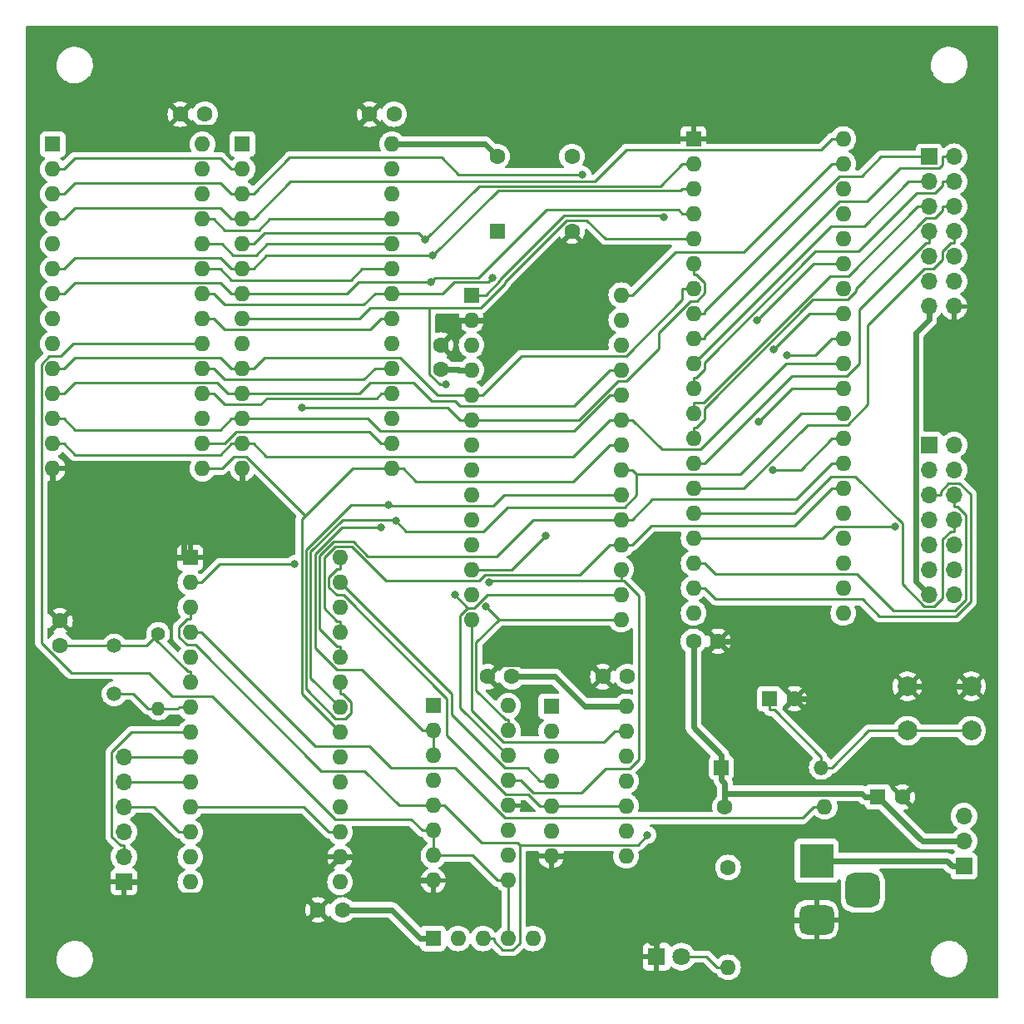
<source format=gtl>
G04 #@! TF.GenerationSoftware,KiCad,Pcbnew,7.0.6-0*
G04 #@! TF.CreationDate,2024-02-24T20:21:30+09:00*
G04 #@! TF.ProjectId,K6504-SBC,4b363530-342d-4534-9243-2e6b69636164,rev?*
G04 #@! TF.SameCoordinates,PX54e0840PY90013c0*
G04 #@! TF.FileFunction,Copper,L1,Top*
G04 #@! TF.FilePolarity,Positive*
%FSLAX46Y46*%
G04 Gerber Fmt 4.6, Leading zero omitted, Abs format (unit mm)*
G04 Created by KiCad (PCBNEW 7.0.6-0) date 2024-02-24 20:21:30*
%MOMM*%
%LPD*%
G01*
G04 APERTURE LIST*
G04 Aperture macros list*
%AMRoundRect*
0 Rectangle with rounded corners*
0 $1 Rounding radius*
0 $2 $3 $4 $5 $6 $7 $8 $9 X,Y pos of 4 corners*
0 Add a 4 corners polygon primitive as box body*
4,1,4,$2,$3,$4,$5,$6,$7,$8,$9,$2,$3,0*
0 Add four circle primitives for the rounded corners*
1,1,$1+$1,$2,$3*
1,1,$1+$1,$4,$5*
1,1,$1+$1,$6,$7*
1,1,$1+$1,$8,$9*
0 Add four rect primitives between the rounded corners*
20,1,$1+$1,$2,$3,$4,$5,0*
20,1,$1+$1,$4,$5,$6,$7,0*
20,1,$1+$1,$6,$7,$8,$9,0*
20,1,$1+$1,$8,$9,$2,$3,0*%
G04 Aperture macros list end*
G04 #@! TA.AperFunction,ComponentPad*
%ADD10R,1.600000X1.600000*%
G04 #@! TD*
G04 #@! TA.AperFunction,ComponentPad*
%ADD11O,1.600000X1.600000*%
G04 #@! TD*
G04 #@! TA.AperFunction,ComponentPad*
%ADD12C,1.600000*%
G04 #@! TD*
G04 #@! TA.AperFunction,ComponentPad*
%ADD13R,1.500000X1.500000*%
G04 #@! TD*
G04 #@! TA.AperFunction,ComponentPad*
%ADD14O,1.500000X1.500000*%
G04 #@! TD*
G04 #@! TA.AperFunction,ComponentPad*
%ADD15R,1.700000X1.700000*%
G04 #@! TD*
G04 #@! TA.AperFunction,ComponentPad*
%ADD16O,1.700000X1.700000*%
G04 #@! TD*
G04 #@! TA.AperFunction,ComponentPad*
%ADD17R,3.500000X3.500000*%
G04 #@! TD*
G04 #@! TA.AperFunction,ComponentPad*
%ADD18RoundRect,0.750000X1.000000X-0.750000X1.000000X0.750000X-1.000000X0.750000X-1.000000X-0.750000X0*%
G04 #@! TD*
G04 #@! TA.AperFunction,ComponentPad*
%ADD19RoundRect,0.875000X0.875000X-0.875000X0.875000X0.875000X-0.875000X0.875000X-0.875000X-0.875000X0*%
G04 #@! TD*
G04 #@! TA.AperFunction,ComponentPad*
%ADD20R,1.800000X1.800000*%
G04 #@! TD*
G04 #@! TA.AperFunction,ComponentPad*
%ADD21C,1.800000*%
G04 #@! TD*
G04 #@! TA.AperFunction,ComponentPad*
%ADD22C,2.000000*%
G04 #@! TD*
G04 #@! TA.AperFunction,ComponentPad*
%ADD23C,1.400000*%
G04 #@! TD*
G04 #@! TA.AperFunction,ComponentPad*
%ADD24O,1.400000X1.400000*%
G04 #@! TD*
G04 #@! TA.AperFunction,ComponentPad*
%ADD25C,1.500000*%
G04 #@! TD*
G04 #@! TA.AperFunction,ViaPad*
%ADD26C,0.800000*%
G04 #@! TD*
G04 #@! TA.AperFunction,Conductor*
%ADD27C,0.250000*%
G04 #@! TD*
G04 #@! TA.AperFunction,Conductor*
%ADD28C,0.600000*%
G04 #@! TD*
G04 APERTURE END LIST*
D10*
X3260000Y87440000D03*
D11*
X3260000Y84900000D03*
X3260000Y82360000D03*
X3260000Y79820000D03*
X3260000Y77280000D03*
X3260000Y74740000D03*
X3260000Y72200000D03*
X3260000Y69660000D03*
X3260000Y67120000D03*
X3260000Y64580000D03*
X3260000Y62040000D03*
X3260000Y59500000D03*
X3260000Y56960000D03*
X3260000Y54420000D03*
X18500000Y54420000D03*
X18500000Y56960000D03*
X18500000Y59500000D03*
X18500000Y62040000D03*
X18500000Y64580000D03*
X18500000Y67120000D03*
X18500000Y69660000D03*
X18500000Y72200000D03*
X18500000Y74740000D03*
X18500000Y77280000D03*
X18500000Y79820000D03*
X18500000Y82360000D03*
X18500000Y84900000D03*
X18500000Y87440000D03*
D10*
X68485000Y87985000D03*
D11*
X68485000Y85445000D03*
X68485000Y82905000D03*
X68485000Y80365000D03*
X68485000Y77825000D03*
X68485000Y75285000D03*
X68485000Y72745000D03*
X68485000Y70205000D03*
X68485000Y67665000D03*
X68485000Y65125000D03*
X68485000Y62585000D03*
X68485000Y60045000D03*
X68485000Y57505000D03*
X68485000Y54965000D03*
X68485000Y52425000D03*
X68485000Y49885000D03*
X68485000Y47345000D03*
X68485000Y44805000D03*
X68485000Y42265000D03*
X68485000Y39725000D03*
X83725000Y39725000D03*
X83725000Y42265000D03*
X83725000Y44805000D03*
X83725000Y47345000D03*
X83725000Y49885000D03*
X83725000Y52425000D03*
X83725000Y54965000D03*
X83725000Y57505000D03*
X83725000Y60045000D03*
X83725000Y62585000D03*
X83725000Y65125000D03*
X83725000Y67665000D03*
X83725000Y70205000D03*
X83725000Y72745000D03*
X83725000Y75285000D03*
X83725000Y77825000D03*
X83725000Y80365000D03*
X83725000Y82905000D03*
X83725000Y85445000D03*
X83725000Y87985000D03*
D12*
X35500000Y90500000D03*
X38000000Y90500000D03*
D13*
X71320000Y24000000D03*
D14*
X81480000Y24000000D03*
D10*
X87247300Y21000000D03*
D12*
X89747300Y21000000D03*
D10*
X42000000Y30280000D03*
D11*
X42000000Y27740000D03*
X42000000Y25200000D03*
X42000000Y22660000D03*
X42000000Y20120000D03*
X42000000Y17580000D03*
X42000000Y15040000D03*
X42000000Y12500000D03*
X49620000Y12500000D03*
X49620000Y15040000D03*
X49620000Y17580000D03*
X49620000Y20120000D03*
X49620000Y22660000D03*
X49620000Y25200000D03*
X49620000Y27740000D03*
X49620000Y30280000D03*
D15*
X92460000Y56830000D03*
D16*
X95000000Y56830000D03*
X92460000Y54290000D03*
X95000000Y54290000D03*
X92460000Y51750000D03*
X95000000Y51750000D03*
X92460000Y49210000D03*
X95000000Y49210000D03*
X92460000Y46670000D03*
X95000000Y46670000D03*
X92460000Y44130000D03*
X95000000Y44130000D03*
X92460000Y41590000D03*
X95000000Y41590000D03*
D12*
X47500000Y33250000D03*
X50000000Y33250000D03*
D10*
X22560000Y87460000D03*
D11*
X22560000Y84920000D03*
X22560000Y82380000D03*
X22560000Y79840000D03*
X22560000Y77300000D03*
X22560000Y74760000D03*
X22560000Y72220000D03*
X22560000Y69680000D03*
X22560000Y67140000D03*
X22560000Y64600000D03*
X22560000Y62060000D03*
X22560000Y59520000D03*
X22560000Y56980000D03*
X22560000Y54440000D03*
X37800000Y54440000D03*
X37800000Y56980000D03*
X37800000Y59520000D03*
X37800000Y62060000D03*
X37800000Y64600000D03*
X37800000Y67140000D03*
X37800000Y69680000D03*
X37800000Y72220000D03*
X37800000Y74760000D03*
X37800000Y77300000D03*
X37800000Y79840000D03*
X37800000Y82380000D03*
X37800000Y84920000D03*
X37800000Y87460000D03*
D15*
X10500000Y12380000D03*
D16*
X10500000Y14920000D03*
X10500000Y17460000D03*
X10500000Y20000000D03*
X10500000Y22540000D03*
X10500000Y25080000D03*
D12*
X72000000Y13830000D03*
D11*
X72000000Y3670000D03*
D12*
X42750000Y67000000D03*
X42750000Y64500000D03*
X71670000Y20000000D03*
D11*
X81830000Y20000000D03*
D12*
X59250000Y33250000D03*
X61750000Y33250000D03*
X30250000Y9500000D03*
X32750000Y9500000D03*
D15*
X96000000Y13960000D03*
D16*
X96000000Y16500000D03*
X96000000Y19040000D03*
D17*
X81000000Y14500000D03*
D18*
X81000000Y8500000D03*
D19*
X85700000Y11500000D03*
D12*
X16250000Y90500000D03*
X18750000Y90500000D03*
X4000000Y36430000D03*
X4000000Y38930000D03*
D10*
X76250000Y31000000D03*
D12*
X78750000Y31000000D03*
D20*
X64725000Y4750000D03*
D21*
X67265000Y4750000D03*
D15*
X92460000Y86160000D03*
D16*
X95000000Y86160000D03*
X92460000Y83620000D03*
X95000000Y83620000D03*
X92460000Y81080000D03*
X95000000Y81080000D03*
X92460000Y78540000D03*
X95000000Y78540000D03*
X92460000Y76000000D03*
X95000000Y76000000D03*
X92460000Y73460000D03*
X95000000Y73460000D03*
X92460000Y70920000D03*
X95000000Y70920000D03*
D22*
X90250000Y32250000D03*
X96750000Y32250000D03*
X90250000Y27750000D03*
X96750000Y27750000D03*
D10*
X41980000Y6600000D03*
D11*
X44520000Y6600000D03*
X47060000Y6600000D03*
X49600000Y6600000D03*
X52140000Y6600000D03*
D23*
X14000000Y37620000D03*
D24*
X14000000Y30000000D03*
D10*
X48495000Y78580000D03*
D12*
X56115000Y78580000D03*
X56115000Y86200000D03*
X48495000Y86200000D03*
D25*
X9500000Y36380000D03*
X9500000Y31500000D03*
D12*
X70975000Y36845000D03*
X68475000Y36845000D03*
D10*
X45875000Y72080000D03*
D11*
X45875000Y69540000D03*
X45875000Y67000000D03*
X45875000Y64460000D03*
X45875000Y61920000D03*
X45875000Y59380000D03*
X45875000Y56840000D03*
X45875000Y54300000D03*
X45875000Y51760000D03*
X45875000Y49220000D03*
X45875000Y46680000D03*
X45875000Y44140000D03*
X45875000Y41600000D03*
X45875000Y39060000D03*
X61115000Y39060000D03*
X61115000Y41600000D03*
X61115000Y44140000D03*
X61115000Y46680000D03*
X61115000Y49220000D03*
X61115000Y51760000D03*
X61115000Y54300000D03*
X61115000Y56840000D03*
X61115000Y59380000D03*
X61115000Y61920000D03*
X61115000Y64460000D03*
X61115000Y67000000D03*
X61115000Y69540000D03*
X61115000Y72080000D03*
D10*
X54000000Y30240000D03*
D11*
X54000000Y27700000D03*
X54000000Y25160000D03*
X54000000Y22620000D03*
X54000000Y20080000D03*
X54000000Y17540000D03*
X54000000Y15000000D03*
X61620000Y15000000D03*
X61620000Y17540000D03*
X61620000Y20080000D03*
X61620000Y22620000D03*
X61620000Y25160000D03*
X61620000Y27700000D03*
X61620000Y30240000D03*
D10*
X17260000Y45360000D03*
D11*
X17260000Y42820000D03*
X17260000Y40280000D03*
X17260000Y37740000D03*
X17260000Y35200000D03*
X17260000Y32660000D03*
X17260000Y30120000D03*
X17260000Y27580000D03*
X17260000Y25040000D03*
X17260000Y22500000D03*
X17260000Y19960000D03*
X17260000Y17420000D03*
X17260000Y14880000D03*
X17260000Y12340000D03*
X32500000Y12340000D03*
X32500000Y14880000D03*
X32500000Y17420000D03*
X32500000Y19960000D03*
X32500000Y22500000D03*
X32500000Y25040000D03*
X32500000Y27580000D03*
X32500000Y30120000D03*
X32500000Y32660000D03*
X32500000Y35200000D03*
X32500000Y37740000D03*
X32500000Y40280000D03*
X32500000Y42820000D03*
X32500000Y45360000D03*
D26*
X65497900Y80041900D03*
X88991900Y48526000D03*
X36662800Y48465600D03*
X63803000Y17135500D03*
X28608400Y60654200D03*
X43310700Y62976000D03*
X41740600Y73397900D03*
X41961400Y76100200D03*
X41179700Y77699900D03*
X53427200Y47620900D03*
X57166900Y84348600D03*
X27877700Y44716300D03*
X47328900Y40404700D03*
X44200000Y41542500D03*
X47690900Y42848300D03*
X37458300Y50690000D03*
X76527100Y54305500D03*
X38183700Y49102400D03*
X75150300Y59227900D03*
X77954600Y65940800D03*
X76649200Y66590200D03*
X74939600Y69528400D03*
X48035900Y73825000D03*
D27*
X17260000Y32660000D02*
X17260000Y33785300D01*
X13587900Y37207900D02*
X12760000Y36380000D01*
X13587900Y37207900D02*
X17010500Y33785300D01*
X9500000Y36380000D02*
X4050000Y36380000D01*
X4050000Y36380000D02*
X4000000Y36430000D01*
X14000000Y37620000D02*
X13587900Y37207900D01*
X12760000Y36380000D02*
X9500000Y36380000D01*
X17010500Y33785300D02*
X17260000Y33785300D01*
D28*
X9610100Y44540100D02*
X9610100Y45360000D01*
X4000000Y38930000D02*
X9610100Y44540100D01*
X90250000Y32250000D02*
X89000000Y31000000D01*
X44574700Y68824700D02*
X44574700Y69540000D01*
X10500000Y12380000D02*
X11850300Y12380000D01*
X32500000Y14880000D02*
X33800300Y14880000D01*
X17260000Y45360000D02*
X16609900Y45360000D01*
X64150000Y6150300D02*
X64725000Y6150300D01*
X16609900Y47189600D02*
X22560000Y53139700D01*
X9610100Y46769600D02*
X3260000Y53119700D01*
X47175300Y69640300D02*
X47175300Y69540000D01*
X30250000Y9500000D02*
X28938500Y10811500D01*
X42000000Y12500000D02*
X36180300Y12500000D01*
X67074700Y8500000D02*
X64725000Y6150300D01*
X48807500Y34557500D02*
X57942500Y34557500D01*
X57942500Y34557500D02*
X59250000Y33250000D01*
X47500000Y33250000D02*
X48807500Y34557500D01*
X13200300Y11030000D02*
X11850300Y12380000D01*
X28938500Y11030000D02*
X28938500Y11318500D01*
X3260000Y54420000D02*
X3260000Y53119700D01*
X9610100Y45360000D02*
X9610100Y46769600D01*
X89000000Y31000000D02*
X78750000Y31000000D01*
X16609900Y45360000D02*
X15959700Y45360000D01*
X72905000Y36845000D02*
X70975000Y36845000D01*
X22560000Y54440000D02*
X22560000Y53139700D01*
X42750000Y67000000D02*
X44574700Y68824700D01*
X34199600Y89199600D02*
X35500000Y90500000D01*
X28938500Y10811500D02*
X28938500Y11030000D01*
X17550400Y89199600D02*
X34199600Y89199600D01*
X55300300Y15000000D02*
X64150000Y6150300D01*
X28938500Y11318500D02*
X32500000Y14880000D01*
X81000000Y8500000D02*
X67074700Y8500000D01*
X64725000Y4750000D02*
X64725000Y6150300D01*
X96750000Y32250000D02*
X90250000Y32250000D01*
X36180300Y12500000D02*
X33800300Y14880000D01*
X16609900Y45360000D02*
X16609900Y47189600D01*
X28938500Y11030000D02*
X13200300Y11030000D01*
X54000000Y15000000D02*
X55300300Y15000000D01*
X16250000Y90500000D02*
X17550400Y89199600D01*
X45875000Y69540000D02*
X47175300Y69540000D01*
X78750000Y31000000D02*
X72905000Y36845000D01*
X56115000Y78580000D02*
X47175300Y69640300D01*
X9610100Y45360000D02*
X15959700Y45360000D01*
X45875000Y69540000D02*
X44574700Y69540000D01*
X68475000Y28095300D02*
X71320000Y25250300D01*
X92460000Y70920000D02*
X92460000Y69569700D01*
X87247300Y21000000D02*
X85947000Y21000000D01*
X47235000Y87460000D02*
X48495000Y86200000D01*
X71670000Y21375000D02*
X71670000Y22399700D01*
X37779700Y9500000D02*
X32750000Y9500000D01*
X71670000Y20000000D02*
X71670000Y21375000D01*
X71320000Y24000000D02*
X71320000Y22749700D01*
X91109600Y68219300D02*
X92460000Y69569700D01*
X92460000Y41590000D02*
X91109600Y42940400D01*
X42750000Y64500000D02*
X44534700Y64500000D01*
X91109600Y42940400D02*
X91109600Y68219300D01*
X91747300Y16500000D02*
X87247300Y21000000D01*
X37800000Y87460000D02*
X47235000Y87460000D01*
X61620000Y30240000D02*
X57410100Y30240000D01*
X41980000Y6600000D02*
X40679700Y6600000D01*
X71670000Y21375000D02*
X85572000Y21375000D01*
X71320000Y24000000D02*
X71320000Y25250300D01*
X85572000Y21375000D02*
X85947000Y21000000D01*
X40679700Y6600000D02*
X37779700Y9500000D01*
X71670000Y22399700D02*
X71320000Y22749700D01*
X44534700Y64500000D02*
X44574700Y64460000D01*
X96000000Y16500000D02*
X91747300Y16500000D01*
X54400100Y33250000D02*
X50000000Y33250000D01*
X57410100Y30240000D02*
X54400100Y33250000D01*
X68475000Y36845000D02*
X68475000Y28095300D01*
X45875000Y64460000D02*
X44574700Y64460000D01*
D27*
X80704700Y20000000D02*
X79554700Y18850000D01*
X47329500Y72080000D02*
X48818000Y73568500D01*
X44218000Y23930000D02*
X37701600Y23930000D01*
X48818000Y73568500D02*
X48818000Y73678200D01*
X90250000Y27750000D02*
X86305300Y27750000D01*
X47000300Y72080000D02*
X47329500Y72080000D01*
X49298000Y18850000D02*
X44218000Y23930000D01*
X65343600Y80196200D02*
X65497900Y80041900D01*
X37701600Y23930000D02*
X35453400Y26178200D01*
X81480000Y24000000D02*
X81480000Y25075300D01*
X48818000Y73678200D02*
X55336000Y80196200D01*
X81480000Y24000000D02*
X82555300Y24000000D01*
X45875000Y72080000D02*
X47000300Y72080000D01*
X35453400Y26178200D02*
X29947100Y26178200D01*
X96750000Y27750000D02*
X90250000Y27750000D01*
X81830000Y20000000D02*
X80704700Y20000000D01*
X76250000Y29874700D02*
X76680600Y29874700D01*
X86305300Y27750000D02*
X82555300Y24000000D01*
X76250000Y31000000D02*
X76250000Y29874700D01*
X17260000Y37740000D02*
X18385300Y37740000D01*
X55336000Y80196200D02*
X65343600Y80196200D01*
X79554700Y18850000D02*
X49298000Y18850000D01*
X76680600Y29874700D02*
X81480000Y25075300D01*
X29947100Y26178200D02*
X18385300Y37740000D01*
X72000000Y3670000D02*
X70874700Y3670000D01*
X69794700Y4750000D02*
X70874700Y3670000D01*
X67265000Y4750000D02*
X69794700Y4750000D01*
X9274200Y16953800D02*
X9274200Y25545000D01*
X10132700Y16095300D02*
X9274200Y16953800D01*
X11309200Y27580000D02*
X17260000Y27580000D01*
X9274200Y25545000D02*
X11309200Y27580000D01*
X10500000Y14920000D02*
X10500000Y16095300D01*
X10500000Y16095300D02*
X10132700Y16095300D01*
X10500000Y20000000D02*
X13554700Y20000000D01*
X13554700Y20000000D02*
X16134700Y17420000D01*
X17260000Y17420000D02*
X16134700Y17420000D01*
X17260000Y22500000D02*
X16134700Y22500000D01*
X10500000Y22540000D02*
X16094700Y22540000D01*
X16094700Y22540000D02*
X16134700Y22500000D01*
X16094700Y25080000D02*
X16134700Y25040000D01*
X17260000Y25040000D02*
X16134700Y25040000D01*
X10500000Y25080000D02*
X16094700Y25080000D01*
X83299000Y84175000D02*
X69610300Y70486300D01*
X85568900Y84175000D02*
X83299000Y84175000D01*
X92460000Y86160000D02*
X87553900Y86160000D01*
X69610300Y70486300D02*
X69610300Y70205000D01*
X87553900Y86160000D02*
X85568900Y84175000D01*
X68485000Y70205000D02*
X69610300Y70205000D01*
X89477500Y84984700D02*
X86127800Y81635000D01*
X95000000Y86160000D02*
X93824700Y86160000D01*
X93824700Y86160000D02*
X93824700Y85351900D01*
X83299000Y81635000D02*
X69610300Y67946300D01*
X69610300Y67946300D02*
X69610300Y67665000D01*
X68485000Y67665000D02*
X69610300Y67665000D01*
X93457500Y84984700D02*
X89477500Y84984700D01*
X93824700Y85351900D02*
X93457500Y84984700D01*
X86127800Y81635000D02*
X83299000Y81635000D01*
X85855200Y79095000D02*
X82455000Y79095000D01*
X90380200Y83620000D02*
X85855200Y79095000D01*
X82455000Y79095000D02*
X68485000Y65125000D01*
X92460000Y83620000D02*
X90380200Y83620000D01*
X68485000Y62585000D02*
X68485000Y63710300D01*
X68766400Y63710300D02*
X69610300Y64554200D01*
X85268100Y76513000D02*
X91199800Y82444700D01*
X69610300Y65232700D02*
X80890600Y76513000D01*
X93016800Y82444700D02*
X93824700Y83252600D01*
X69610300Y64554200D02*
X69610300Y65232700D01*
X91199800Y82444700D02*
X93016800Y82444700D01*
X95000000Y83620000D02*
X93824700Y83620000D01*
X93824700Y83252600D02*
X93824700Y83620000D01*
X80890600Y76513000D02*
X85268100Y76513000D01*
X68485000Y63710300D02*
X68766400Y63710300D01*
X91284700Y81080000D02*
X84219700Y74015000D01*
X68485000Y60045000D02*
X68485000Y61170300D01*
X92460000Y81080000D02*
X91284700Y81080000D01*
X69507500Y61170300D02*
X68485000Y61170300D01*
X84219700Y74015000D02*
X82352200Y74015000D01*
X82352200Y74015000D02*
X69507500Y61170300D01*
X68485000Y57505000D02*
X68485000Y58630300D01*
X68766400Y58630300D02*
X68485000Y58630300D01*
X69610300Y59474200D02*
X68766400Y58630300D01*
X69610300Y60584700D02*
X69610300Y59474200D01*
X85031700Y72452700D02*
X84198600Y71619600D01*
X93016800Y79904700D02*
X92157600Y79904700D01*
X84198600Y71619600D02*
X80645200Y71619600D01*
X92157600Y79904700D02*
X85031700Y72778800D01*
X80645200Y71619600D02*
X69610300Y60584700D01*
X93824700Y81080000D02*
X93824700Y80712600D01*
X85031700Y72778800D02*
X85031700Y72452700D01*
X95000000Y81080000D02*
X93824700Y81080000D01*
X93824700Y80712600D02*
X93016800Y79904700D01*
X78500300Y63855000D02*
X69610300Y54965000D01*
X92092700Y77364700D02*
X85330900Y70602900D01*
X68485000Y54965000D02*
X69610300Y54965000D01*
X92460000Y77364700D02*
X92092700Y77364700D01*
X92460000Y78540000D02*
X92460000Y77364700D01*
X85330900Y65122200D02*
X84063700Y63855000D01*
X84063700Y63855000D02*
X78500300Y63855000D01*
X85330900Y70602900D02*
X85330900Y65122200D01*
X86232300Y60952800D02*
X84169400Y58889900D01*
X80085800Y58889900D02*
X73620900Y52425000D01*
X93824700Y76556800D02*
X93824700Y75663700D01*
X84169400Y58889900D02*
X80085800Y58889900D01*
X92891000Y74730000D02*
X91987400Y74730000D01*
X94632600Y77364700D02*
X93824700Y76556800D01*
X73620900Y52425000D02*
X68485000Y52425000D01*
X95000000Y78540000D02*
X95000000Y77364700D01*
X95000000Y77364700D02*
X94632600Y77364700D01*
X93824700Y75663700D02*
X92891000Y74730000D01*
X86232300Y68974900D02*
X86232300Y60952800D01*
X91987400Y74730000D02*
X86232300Y68974900D01*
X96664500Y40885600D02*
X95190500Y39411600D01*
X87395200Y39411600D02*
X85667100Y41139700D01*
X68485000Y42265000D02*
X69610300Y42265000D01*
X95190500Y39411600D02*
X87395200Y39411600D01*
X92460000Y51750000D02*
X93635300Y51750000D01*
X95548800Y52930500D02*
X96664500Y51814800D01*
X85667100Y41139700D02*
X70735600Y41139700D01*
X96664500Y51814800D02*
X96664500Y40885600D01*
X94448500Y52930500D02*
X95548800Y52930500D01*
X93635300Y51750000D02*
X93635300Y52117300D01*
X93635300Y52117300D02*
X94448500Y52930500D01*
X70735600Y41139700D02*
X69610300Y42265000D01*
X70735600Y43679700D02*
X69610300Y44805000D01*
X68485000Y44805000D02*
X69610300Y44805000D01*
X95079600Y39937600D02*
X88820700Y39937600D01*
X95000000Y51750000D02*
X95000000Y50574700D01*
X88820700Y39937600D02*
X85078600Y43679700D01*
X96214100Y49727900D02*
X96214100Y41072100D01*
X95367300Y50574700D02*
X96214100Y49727900D01*
X85078600Y43679700D02*
X70735600Y43679700D01*
X95000000Y50574700D02*
X95367300Y50574700D01*
X96214100Y41072100D02*
X95079600Y39937600D01*
X82816400Y48526000D02*
X81635400Y47345000D01*
X81635400Y47345000D02*
X68485000Y47345000D01*
X88991900Y48526000D02*
X82816400Y48526000D01*
X93824700Y41283300D02*
X92946100Y40404700D01*
X84943800Y53599900D02*
X82500900Y53599900D01*
X93824700Y47226800D02*
X93824700Y41283300D01*
X89717200Y42660300D02*
X89717200Y48826500D01*
X95000000Y48034700D02*
X94632600Y48034700D01*
X89717200Y48826500D02*
X84943800Y53599900D01*
X95000000Y49210000D02*
X95000000Y48034700D01*
X94632600Y48034700D02*
X93824700Y47226800D01*
X91972800Y40404700D02*
X89717200Y42660300D01*
X82500900Y53599900D02*
X78786000Y49885000D01*
X78786000Y49885000D02*
X68485000Y49885000D01*
X92946100Y40404700D02*
X91972800Y40404700D01*
D28*
X81000000Y14500000D02*
X94284700Y14500000D01*
X96000000Y13960000D02*
X94824700Y13960000D01*
X94284700Y14500000D02*
X94824700Y13960000D01*
D27*
X17260000Y30120000D02*
X16134700Y30120000D01*
X14000000Y30000000D02*
X16014700Y30000000D01*
X16014700Y30000000D02*
X16134700Y30120000D01*
X14000000Y30000000D02*
X12974700Y30000000D01*
X9500000Y31500000D02*
X11474700Y31500000D01*
X11474700Y31500000D02*
X12974700Y30000000D01*
X40874700Y27740000D02*
X34684700Y33930000D01*
X32655300Y48465600D02*
X36662800Y48465600D01*
X42000000Y25200000D02*
X42000000Y27740000D01*
X32178500Y33930000D02*
X29953900Y36154600D01*
X29953900Y45764200D02*
X32655300Y48465600D01*
X29953900Y36154600D02*
X29953900Y45764200D01*
X42000000Y27740000D02*
X40874700Y27740000D01*
X34684700Y33930000D02*
X32178500Y33930000D01*
X50772400Y6132900D02*
X50772400Y16125200D01*
X50772400Y16125200D02*
X50772600Y16125400D01*
X16978600Y39154700D02*
X17260000Y39154700D01*
X16134700Y38310800D02*
X16978600Y39154700D01*
X46935300Y16310000D02*
X43125300Y20120000D01*
X17260000Y40280000D02*
X17260000Y39154700D01*
X50089400Y5449900D02*
X50772400Y6132900D01*
X62792900Y16125400D02*
X63803000Y17135500D01*
X30615900Y23644300D02*
X17790200Y36470000D01*
X50772400Y16125200D02*
X50587600Y16310000D01*
X48185300Y6318700D02*
X49054100Y5449900D01*
X47060000Y6600000D02*
X48185300Y6600000D01*
X42000000Y20120000D02*
X43125300Y20120000D01*
X49054100Y5449900D02*
X50089400Y5449900D01*
X16134700Y37259400D02*
X16134700Y38310800D01*
X34975000Y23644300D02*
X30615900Y23644300D01*
X16924100Y36470000D02*
X16134700Y37259400D01*
X50587600Y16310000D02*
X46935300Y16310000D01*
X42000000Y20120000D02*
X38499300Y20120000D01*
X48185300Y6600000D02*
X48185300Y6318700D01*
X50772600Y16125400D02*
X62792900Y16125400D01*
X38499300Y20120000D02*
X34975000Y23644300D01*
X17790200Y36470000D02*
X16924100Y36470000D01*
X42000000Y17580000D02*
X42000000Y16454700D01*
X5186200Y33613400D02*
X2087800Y36711800D01*
X42000000Y17580000D02*
X40874700Y17580000D01*
X42000000Y15040000D02*
X42000000Y16454700D01*
X45954700Y15040000D02*
X42000000Y15040000D01*
X15445600Y31245400D02*
X13077600Y33613400D01*
X49600000Y11354700D02*
X49620000Y11374700D01*
X49600000Y6600000D02*
X49600000Y11354700D01*
X49620000Y12500000D02*
X49620000Y11374700D01*
X2087800Y65020000D02*
X2917800Y65850000D01*
X4079700Y65850000D02*
X5349700Y67120000D01*
X32011100Y18705300D02*
X19471000Y31245400D01*
X19471000Y31245400D02*
X15445600Y31245400D01*
X39749400Y18705300D02*
X32011100Y18705300D01*
X2917800Y65850000D02*
X4079700Y65850000D01*
X40874700Y17580000D02*
X39749400Y18705300D01*
X13077600Y33613400D02*
X5186200Y33613400D01*
X5349700Y67120000D02*
X18500000Y67120000D01*
X2087800Y36711800D02*
X2087800Y65020000D01*
X49620000Y12500000D02*
X48494700Y12500000D01*
X48494700Y12500000D02*
X45954700Y15040000D01*
X67359700Y71619700D02*
X61614600Y65874600D01*
X50954900Y65874600D02*
X47000300Y61920000D01*
X38626800Y65725300D02*
X42432100Y61920000D01*
X68485000Y72745000D02*
X67359700Y72745000D01*
X21434700Y64600000D02*
X20329400Y65705300D01*
X24810600Y65725300D02*
X38626800Y65725300D01*
X20329400Y65705300D02*
X5510600Y65705300D01*
X21997400Y64600000D02*
X21434700Y64600000D01*
X3260000Y64580000D02*
X4385300Y64580000D01*
X5510600Y65705300D02*
X4385300Y64580000D01*
X45875000Y61920000D02*
X47000300Y61920000D01*
X42432100Y61920000D02*
X44749700Y61920000D01*
X21997400Y64600000D02*
X22560000Y64600000D01*
X61614600Y65874600D02*
X50954900Y65874600D01*
X23685300Y64600000D02*
X24810600Y65725300D01*
X45875000Y61920000D02*
X44749700Y61920000D01*
X67359700Y72745000D02*
X67359700Y71619700D01*
X22560000Y64600000D02*
X23685300Y64600000D01*
X43475500Y60654200D02*
X28608400Y60654200D01*
X56812800Y59380000D02*
X45875000Y59380000D01*
X68485000Y74159700D02*
X68766300Y74159700D01*
X60767400Y63334600D02*
X56812800Y59380000D01*
X45875000Y59380000D02*
X44749700Y59380000D01*
X44749700Y59380000D02*
X43475500Y60654200D01*
X69628100Y73297900D02*
X69628100Y72283800D01*
X64919000Y66640000D02*
X61613600Y63334600D01*
X69628100Y72283800D02*
X68819300Y71475000D01*
X68819300Y71475000D02*
X68163400Y71475000D01*
X64919000Y68230600D02*
X64919000Y66640000D01*
X61613600Y63334600D02*
X60767400Y63334600D01*
X68163400Y71475000D02*
X64919000Y68230600D01*
X68485000Y75285000D02*
X68485000Y74159700D01*
X68766300Y74159700D02*
X69628100Y73297900D01*
X55573800Y79718700D02*
X57595900Y79718700D01*
X42649900Y62976000D02*
X43310700Y62976000D01*
X34453000Y69680000D02*
X35578800Y70805800D01*
X22560000Y69680000D02*
X34453000Y69680000D01*
X41589000Y70805800D02*
X41589000Y64036900D01*
X59489600Y77825000D02*
X67359700Y77825000D01*
X35578800Y70805800D02*
X41589000Y70805800D01*
X41589000Y64036900D02*
X42649900Y62976000D01*
X41589000Y70805800D02*
X46802000Y70805800D01*
X46802000Y70805800D02*
X49268300Y73272100D01*
X57595900Y79718700D02*
X59489600Y77825000D01*
X49268300Y73413200D02*
X55573800Y79718700D01*
X68485000Y77825000D02*
X67359700Y77825000D01*
X49268300Y73272100D02*
X49268300Y73413200D01*
X46595200Y73848200D02*
X42190900Y73848200D01*
X20329400Y73325300D02*
X5510600Y73325300D01*
X5510600Y73325300D02*
X4385300Y72200000D01*
X42190900Y73848200D02*
X41740600Y73397900D01*
X22560000Y72220000D02*
X21434700Y72220000D01*
X67359700Y80365000D02*
X66946400Y80778300D01*
X66946400Y80778300D02*
X53525300Y80778300D01*
X3260000Y72200000D02*
X4385300Y72200000D01*
X41740600Y73397900D02*
X34357300Y73397900D01*
X68485000Y80365000D02*
X67359700Y80365000D01*
X33179400Y72220000D02*
X22560000Y72220000D01*
X21434700Y72220000D02*
X20329400Y73325300D01*
X53525300Y80778300D02*
X46595200Y73848200D01*
X34357300Y73397900D02*
X33179400Y72220000D01*
X20309400Y75885300D02*
X21434700Y74760000D01*
X5530600Y75885300D02*
X20309400Y75885300D01*
X41961400Y76100200D02*
X48583900Y82722700D01*
X68485000Y82905000D02*
X67359700Y82905000D01*
X22560000Y74760000D02*
X21434700Y74760000D01*
X3260000Y74740000D02*
X4385300Y74740000D01*
X22560000Y74760000D02*
X23685300Y74760000D01*
X4385300Y74740000D02*
X5530600Y75885300D01*
X48583900Y82722700D02*
X67177400Y82722700D01*
X25025500Y76100200D02*
X23685300Y74760000D01*
X67177400Y82722700D02*
X67359700Y82905000D01*
X41961400Y76100200D02*
X25025500Y76100200D01*
X65087700Y83173000D02*
X67359700Y85445000D01*
X23122700Y77300000D02*
X23112700Y77300000D01*
X23122700Y77300000D02*
X23685300Y77300000D01*
X46652800Y83173000D02*
X65087700Y83173000D01*
X40454300Y78425300D02*
X24810600Y78425300D01*
X24810600Y78425300D02*
X23685300Y77300000D01*
X22560000Y77300000D02*
X23112700Y77300000D01*
X41179700Y77699900D02*
X46652800Y83173000D01*
X41179700Y77699900D02*
X40454300Y78425300D01*
X68485000Y85445000D02*
X67359700Y85445000D01*
X22560000Y79840000D02*
X21434700Y79840000D01*
X22560000Y79840000D02*
X23685300Y79840000D01*
X21434700Y79840000D02*
X20329400Y80945300D01*
X81474400Y86859700D02*
X82599700Y87985000D01*
X23685300Y79840000D02*
X27468600Y83623300D01*
X58413200Y83623300D02*
X61649600Y86859700D01*
X5510600Y80945300D02*
X4385300Y79820000D01*
X83725000Y87985000D02*
X82599700Y87985000D01*
X61649600Y86859700D02*
X81474400Y86859700D01*
X27468600Y83623300D02*
X58413200Y83623300D01*
X3260000Y79820000D02*
X4385300Y79820000D01*
X20329400Y80945300D02*
X5510600Y80945300D01*
X5510600Y83485300D02*
X4385300Y82360000D01*
X27380200Y86074900D02*
X23685300Y82380000D01*
X53427200Y47620900D02*
X49946300Y44140000D01*
X57166900Y84348600D02*
X44581600Y84348600D01*
X22560000Y82380000D02*
X23685300Y82380000D01*
X42855300Y86074900D02*
X27380200Y86074900D01*
X3260000Y82360000D02*
X4385300Y82360000D01*
X44581600Y84348600D02*
X42855300Y86074900D01*
X49946300Y44140000D02*
X45875000Y44140000D01*
X22560000Y82380000D02*
X21434700Y82380000D01*
X20329400Y83485300D02*
X5510600Y83485300D01*
X21434700Y82380000D02*
X20329400Y83485300D01*
X25358900Y79840000D02*
X24213600Y78694700D01*
X37800000Y79840000D02*
X25358900Y79840000D01*
X24213600Y78694700D02*
X20750600Y78694700D01*
X18500000Y79820000D02*
X19625300Y79820000D01*
X20750600Y78694700D02*
X19625300Y79820000D01*
X61620000Y27700000D02*
X60494700Y27700000D01*
X20281600Y44716300D02*
X18385300Y42820000D01*
X60494700Y27700000D02*
X59367000Y26572300D01*
X45875000Y29826000D02*
X45875000Y39060000D01*
X17260000Y42820000D02*
X18385300Y42820000D01*
X25095300Y77300000D02*
X23959000Y76163700D01*
X27877700Y44716300D02*
X20281600Y44716300D01*
X37800000Y77300000D02*
X36674700Y77300000D01*
X23959000Y76163700D02*
X21606600Y76163700D01*
X20490300Y77280000D02*
X18500000Y77280000D01*
X21606600Y76163700D02*
X20490300Y77280000D01*
X59367000Y26572300D02*
X49128700Y26572300D01*
X36674700Y77300000D02*
X25095300Y77300000D01*
X49128700Y26572300D02*
X45875000Y29826000D01*
X48673600Y39060000D02*
X46347400Y36733800D01*
X48673600Y39060000D02*
X47328900Y40404700D01*
X20732300Y68553000D02*
X19625300Y69660000D01*
X49338700Y28865300D02*
X49620000Y28865300D01*
X36674700Y69680000D02*
X35547700Y68553000D01*
X61115000Y39060000D02*
X59989700Y39060000D01*
X37800000Y69680000D02*
X36674700Y69680000D01*
X49620000Y27740000D02*
X49620000Y28865300D01*
X46347400Y36733800D02*
X46347400Y31856600D01*
X59989700Y39060000D02*
X48673600Y39060000D01*
X18500000Y69660000D02*
X19625300Y69660000D01*
X46347400Y31856600D02*
X49338700Y28865300D01*
X35547700Y68553000D02*
X20732300Y68553000D01*
X45482900Y40259600D02*
X44200000Y41542500D01*
X33627300Y73623000D02*
X21436900Y73623000D01*
X34764300Y74760000D02*
X33627300Y73623000D01*
X47466600Y41600000D02*
X61115000Y41600000D01*
X45482900Y40259600D02*
X46126200Y40259600D01*
X44715800Y30104200D02*
X44715800Y39492500D01*
X36674700Y74760000D02*
X34764300Y74760000D01*
X21436900Y73623000D02*
X20319900Y74740000D01*
X46126200Y40259600D02*
X47466600Y41600000D01*
X37800000Y74760000D02*
X36674700Y74760000D01*
X44715800Y39492500D02*
X45482900Y40259600D01*
X20319900Y74740000D02*
X18500000Y74740000D01*
X49620000Y25200000D02*
X44715800Y30104200D01*
X61115000Y43078200D02*
X61115000Y43046500D01*
X61115000Y43046500D02*
X61115000Y43014700D01*
X47889100Y43046500D02*
X47690900Y42848300D01*
X3260000Y84900000D02*
X4385300Y84900000D01*
X61115000Y43159100D02*
X61115000Y43078200D01*
X62929300Y41481700D02*
X61396300Y43014700D01*
X21434700Y84920000D02*
X20329400Y86025300D01*
X61997600Y23890000D02*
X62929300Y24821700D01*
X61396300Y43014700D02*
X61115000Y43014700D01*
X57109100Y21438600D02*
X59560500Y23890000D01*
X49620000Y22660000D02*
X50931700Y22660000D01*
X20329400Y86025300D02*
X5510600Y86025300D01*
X22560000Y84920000D02*
X21434700Y84920000D01*
X62929300Y24821700D02*
X62929300Y41481700D01*
X61115000Y44140000D02*
X61115000Y43159100D01*
X5510600Y86025300D02*
X4385300Y84900000D01*
X52153100Y21438600D02*
X57109100Y21438600D01*
X50931700Y22660000D02*
X52153100Y21438600D01*
X61115000Y43046500D02*
X47889100Y43046500D01*
X59560500Y23890000D02*
X61997600Y23890000D01*
X56883300Y43573600D02*
X47237200Y43573600D01*
X82599700Y52425000D02*
X78789700Y48615000D01*
X34912600Y63474700D02*
X20730600Y63474700D01*
X83725000Y52425000D02*
X82599700Y52425000D01*
X46664300Y43000700D02*
X37195400Y43000700D01*
X36674700Y64600000D02*
X36037900Y64600000D01*
X37800000Y64600000D02*
X36674700Y64600000D01*
X78789700Y48615000D02*
X64175300Y48615000D01*
X33710700Y46485400D02*
X32005200Y46485400D01*
X32005200Y46485400D02*
X30883900Y45364100D01*
X61115000Y46680000D02*
X62240300Y46680000D01*
X20730600Y63474700D02*
X19625300Y64580000D01*
X30883900Y40200100D02*
X32218700Y38865300D01*
X36037900Y64600000D02*
X34912600Y63474700D01*
X37195400Y43000700D02*
X33710700Y46485400D01*
X64175300Y48615000D02*
X62240300Y46680000D01*
X47237200Y43573600D02*
X46664300Y43000700D01*
X32500000Y37740000D02*
X32500000Y38865300D01*
X18500000Y64580000D02*
X19625300Y64580000D01*
X30883900Y45364100D02*
X30883900Y40200100D01*
X59989700Y46680000D02*
X56883300Y43573600D01*
X61115000Y46680000D02*
X59989700Y46680000D01*
X32218700Y38865300D02*
X32500000Y38865300D01*
X32220100Y36325300D02*
X30404200Y38141200D01*
X82599700Y54965000D02*
X78917800Y51283100D01*
X33864000Y46969000D02*
X35324200Y45508800D01*
X35324200Y45508800D02*
X48413600Y45508800D01*
X31851900Y46969000D02*
X33864000Y46969000D01*
X30404200Y45521300D02*
X31851900Y46969000D01*
X32500000Y36325300D02*
X32220100Y36325300D01*
X61115000Y49220000D02*
X62240300Y49220000D01*
X83725000Y54965000D02*
X82599700Y54965000D01*
X37800000Y62060000D02*
X36674700Y62060000D01*
X20736300Y60929000D02*
X24376500Y60929000D01*
X30404200Y38141200D02*
X30404200Y45521300D01*
X48413600Y45508800D02*
X52124800Y49220000D01*
X19625300Y62040000D02*
X20736300Y60929000D01*
X18500000Y62040000D02*
X19625300Y62040000D01*
X25041200Y61593700D02*
X36208400Y61593700D01*
X78917800Y51283100D02*
X64303400Y51283100D01*
X36208400Y61593700D02*
X36674700Y62060000D01*
X24376500Y60929000D02*
X25041200Y61593700D01*
X52124800Y49220000D02*
X61115000Y49220000D01*
X32500000Y35200000D02*
X32500000Y36325300D01*
X64303400Y51283100D02*
X62240300Y49220000D01*
X37513800Y50634500D02*
X37458300Y50690000D01*
X82599700Y57505000D02*
X79400200Y54305500D01*
X29053300Y46137400D02*
X33605900Y50690000D01*
X32500000Y31534700D02*
X32781400Y31534700D01*
X49216700Y51760000D02*
X48091200Y50634500D01*
X33032000Y28974500D02*
X32054000Y28974500D01*
X29053300Y31975200D02*
X29053300Y46137400D01*
X48091200Y50634500D02*
X37513800Y50634500D01*
X83725000Y57505000D02*
X82599700Y57505000D01*
X33625300Y30690800D02*
X33625300Y29567800D01*
X33605900Y50690000D02*
X37458300Y50690000D01*
X32054000Y28974500D02*
X29053300Y31975200D01*
X61115000Y51760000D02*
X59989700Y51760000D01*
X32781400Y31534700D02*
X33625300Y30690800D01*
X59989700Y51760000D02*
X49216700Y51760000D01*
X32500000Y32660000D02*
X32500000Y31534700D01*
X79400200Y54305500D02*
X76527100Y54305500D01*
X33625300Y29567800D02*
X33032000Y28974500D01*
X18500000Y56960000D02*
X20777800Y56960000D01*
X62703500Y53836800D02*
X62703500Y51743200D01*
X61115000Y54300000D02*
X62240300Y54300000D01*
X62703500Y51743200D02*
X61450300Y50490000D01*
X49540400Y50490000D02*
X47106400Y48056000D01*
X20777800Y56960000D02*
X21977300Y58159500D01*
X37800000Y56980000D02*
X36674700Y56980000D01*
X35495200Y58159500D02*
X36674700Y56980000D01*
X83725000Y60045000D02*
X79422900Y60045000D01*
X38094600Y49191500D02*
X38183700Y49102400D01*
X39230100Y48056000D02*
X38183700Y49102400D01*
X32744300Y49191500D02*
X38094600Y49191500D01*
X47106400Y48056000D02*
X39230100Y48056000D01*
X79422900Y60045000D02*
X73214700Y53836800D01*
X62703500Y53836800D02*
X62240300Y54300000D01*
X29503600Y33116400D02*
X29503600Y45950800D01*
X73214700Y53836800D02*
X62703500Y53836800D01*
X61450300Y50490000D02*
X49540400Y50490000D01*
X32500000Y30120000D02*
X29503600Y33116400D01*
X21977300Y58159500D02*
X35495200Y58159500D01*
X29503600Y45950800D02*
X32744300Y49191500D01*
X37800000Y54440000D02*
X38925300Y54440000D01*
X20470300Y54420000D02*
X18500000Y54420000D01*
X59989700Y56840000D02*
X56267800Y53118100D01*
X28603000Y49256100D02*
X28982500Y49635600D01*
X33786900Y54440000D02*
X28982500Y49635600D01*
X32500000Y27580000D02*
X28603000Y31477000D01*
X22993400Y55624600D02*
X21674900Y55624600D01*
X21674900Y55624600D02*
X20470300Y54420000D01*
X56267800Y53118100D02*
X40247200Y53118100D01*
X61115000Y56840000D02*
X59989700Y56840000D01*
X28603000Y31477000D02*
X28603000Y49256100D01*
X28982500Y49635600D02*
X22993400Y55624600D01*
X40247200Y53118100D02*
X38925300Y54440000D01*
X37800000Y54440000D02*
X36674700Y54440000D01*
X78507400Y62585000D02*
X75150300Y59227900D01*
X83725000Y62585000D02*
X78507400Y62585000D01*
X36674700Y54440000D02*
X33786900Y54440000D01*
X61115000Y59380000D02*
X59989700Y59380000D01*
X22560000Y56980000D02*
X21434700Y56980000D01*
X4385300Y56960000D02*
X5510600Y55834700D01*
X25009900Y55655400D02*
X23685300Y56980000D01*
X62240300Y59380000D02*
X65260700Y56359600D01*
X3260000Y56960000D02*
X4385300Y56960000D01*
X69149700Y56359600D02*
X77915100Y65125000D01*
X56265100Y55655400D02*
X25009900Y55655400D01*
X77915100Y65125000D02*
X83725000Y65125000D01*
X22560000Y56980000D02*
X23685300Y56980000D01*
X5510600Y55834700D02*
X20289400Y55834700D01*
X59989700Y59380000D02*
X56265100Y55655400D01*
X65260700Y56359600D02*
X69149700Y56359600D01*
X20289400Y55834700D02*
X21434700Y56980000D01*
X61115000Y59380000D02*
X62240300Y59380000D01*
X35348900Y59520000D02*
X23685300Y59520000D01*
X20289400Y58374700D02*
X5510600Y58374700D01*
X5510600Y58374700D02*
X4385300Y59500000D01*
X61115000Y61920000D02*
X59989700Y61920000D01*
X22560000Y59520000D02*
X23685300Y59520000D01*
X56319700Y58250000D02*
X36618900Y58250000D01*
X80875500Y65940800D02*
X77954600Y65940800D01*
X59989700Y61920000D02*
X56319700Y58250000D01*
X21434700Y59520000D02*
X20289400Y58374700D01*
X83725000Y67665000D02*
X82599700Y67665000D01*
X3260000Y59500000D02*
X4385300Y59500000D01*
X36618900Y58250000D02*
X35348900Y59520000D01*
X22560000Y59520000D02*
X21434700Y59520000D01*
X82599700Y67665000D02*
X80875500Y65940800D01*
X5510600Y63165300D02*
X4385300Y62040000D01*
X41845600Y61281600D02*
X39933900Y63193300D01*
X19995300Y63165300D02*
X5510600Y63165300D01*
X56323300Y60793600D02*
X44679900Y60793600D01*
X22560000Y62060000D02*
X21100600Y62060000D01*
X82599700Y70205000D02*
X80264000Y70205000D01*
X34453000Y62060000D02*
X22560000Y62060000D01*
X83725000Y70205000D02*
X82599700Y70205000D01*
X21100600Y62060000D02*
X19995300Y63165300D01*
X80264000Y70205000D02*
X76649200Y66590200D01*
X35586300Y63193300D02*
X34453000Y62060000D01*
X44679900Y60793600D02*
X44191900Y61281600D01*
X44191900Y61281600D02*
X41845600Y61281600D01*
X3260000Y62040000D02*
X4385300Y62040000D01*
X59989700Y64460000D02*
X56323300Y60793600D01*
X61115000Y64460000D02*
X59989700Y64460000D01*
X39933900Y63193300D02*
X35586300Y63193300D01*
X80696200Y75285000D02*
X82599700Y75285000D01*
X74939600Y69528400D02*
X80696200Y75285000D01*
X61620000Y20080000D02*
X54000000Y20080000D01*
X51655200Y21299500D02*
X49330500Y21299500D01*
X32149300Y41550000D02*
X31374700Y42324600D01*
X43393900Y27236100D02*
X43393900Y31004900D01*
X31374700Y43390800D02*
X32218600Y44234700D01*
X83725000Y75285000D02*
X82599700Y75285000D01*
X32500000Y45360000D02*
X32500000Y44234700D01*
X49330500Y21299500D02*
X43393900Y27236100D01*
X31374700Y42324600D02*
X31374700Y43390800D01*
X52874700Y20080000D02*
X51655200Y21299500D01*
X32848800Y41550000D02*
X32149300Y41550000D01*
X54000000Y20080000D02*
X52874700Y20080000D01*
X32218600Y44234700D02*
X32500000Y44234700D01*
X43393900Y31004900D02*
X32848800Y41550000D01*
X52874700Y22620000D02*
X51564700Y23930000D01*
X54000000Y22620000D02*
X52874700Y22620000D01*
X66605800Y76445500D02*
X62240300Y72080000D01*
X43844300Y29382900D02*
X43844300Y31475700D01*
X73600200Y76445500D02*
X66605800Y76445500D01*
X83725000Y85445000D02*
X82599700Y85445000D01*
X82599700Y85445000D02*
X73600200Y76445500D01*
X61115000Y72080000D02*
X62240300Y72080000D01*
X51564700Y23930000D02*
X49297200Y23930000D01*
X49297200Y23930000D02*
X43844300Y29382900D01*
X43844300Y31475700D02*
X32500000Y42820000D01*
X31374700Y17420000D02*
X28834700Y19960000D01*
X32500000Y17420000D02*
X31374700Y17420000D01*
X28834700Y19960000D02*
X17260000Y19960000D01*
X44107500Y73397800D02*
X42929700Y72220000D01*
X42929700Y72220000D02*
X37800000Y72220000D01*
X36037900Y72220000D02*
X34908200Y71090300D01*
X18500000Y72200000D02*
X19625300Y72200000D01*
X47608700Y73397800D02*
X44107500Y73397800D01*
X34908200Y71090300D02*
X20735000Y71090300D01*
X20735000Y71090300D02*
X19625300Y72200000D01*
X37800000Y72220000D02*
X36674700Y72220000D01*
X36674700Y72220000D02*
X36037900Y72220000D01*
X48035900Y73825000D02*
X47608700Y73397800D01*
G04 #@! TA.AperFunction,Conductor*
G36*
X51411787Y20654315D02*
G01*
X51432429Y20637681D01*
X52373897Y19696212D01*
X52383720Y19683952D01*
X52383941Y19684134D01*
X52388568Y19678541D01*
X52389160Y19677161D01*
X52390910Y19674977D01*
X52393092Y19671539D01*
X52391899Y19670783D01*
X52416134Y19614339D01*
X52404613Y19545426D01*
X52357665Y19493681D01*
X52293025Y19475500D01*
X50948497Y19475500D01*
X50881458Y19495185D01*
X50835703Y19547989D01*
X50825759Y19617147D01*
X50836115Y19651906D01*
X50846267Y19673679D01*
X50846269Y19673683D01*
X50898872Y19870000D01*
X49935686Y19870000D01*
X49947641Y19881955D01*
X50005165Y19994852D01*
X50024986Y20120000D01*
X50005165Y20245148D01*
X49947641Y20358045D01*
X49935686Y20370000D01*
X50898872Y20370000D01*
X50898872Y20370001D01*
X50859241Y20517907D01*
X50860904Y20587756D01*
X50900067Y20645619D01*
X50964295Y20673123D01*
X50979016Y20674000D01*
X51344748Y20674000D01*
X51411787Y20654315D01*
G37*
G04 #@! TD.AperFunction*
G04 #@! TA.AperFunction,Conductor*
G36*
X48579025Y32524528D02*
G01*
X48630134Y32597519D01*
X48637340Y32612972D01*
X48683511Y32665413D01*
X48750704Y32684567D01*
X48817585Y32664354D01*
X48862105Y32612978D01*
X48869430Y32597270D01*
X48869432Y32597266D01*
X48999954Y32410859D01*
X49160858Y32249955D01*
X49160861Y32249953D01*
X49347266Y32119432D01*
X49553504Y32023261D01*
X49773308Y31964365D01*
X49935230Y31950199D01*
X49999998Y31944532D01*
X50000000Y31944532D01*
X50000002Y31944532D01*
X50058750Y31949672D01*
X50226692Y31964365D01*
X50446496Y32023261D01*
X50652734Y32119432D01*
X50839139Y32249953D01*
X50915158Y32325972D01*
X51002368Y32413181D01*
X51063691Y32446666D01*
X51090049Y32449500D01*
X54017160Y32449500D01*
X54084199Y32429815D01*
X54104841Y32413181D01*
X54765841Y31752181D01*
X54799326Y31690858D01*
X54794342Y31621166D01*
X54752470Y31565233D01*
X54687006Y31540816D01*
X54678160Y31540500D01*
X53152129Y31540500D01*
X53152123Y31540499D01*
X53092516Y31534092D01*
X52957671Y31483798D01*
X52957664Y31483794D01*
X52842455Y31397548D01*
X52842452Y31397545D01*
X52756206Y31282336D01*
X52756202Y31282329D01*
X52705908Y31147483D01*
X52699501Y31087884D01*
X52699500Y31087865D01*
X52699500Y29392130D01*
X52699501Y29392124D01*
X52705908Y29332517D01*
X52756202Y29197672D01*
X52756206Y29197665D01*
X52842452Y29082456D01*
X52842455Y29082453D01*
X52957664Y28996207D01*
X52957671Y28996203D01*
X52975831Y28989430D01*
X53092517Y28945909D01*
X53127596Y28942138D01*
X53192144Y28915401D01*
X53231993Y28858009D01*
X53234488Y28788184D01*
X53198836Y28728095D01*
X53185464Y28717275D01*
X53160858Y28700046D01*
X52999954Y28539142D01*
X52869432Y28352735D01*
X52869431Y28352733D01*
X52773261Y28146498D01*
X52773258Y28146489D01*
X52714366Y27926698D01*
X52714364Y27926687D01*
X52694532Y27700002D01*
X52694532Y27699999D01*
X52714364Y27473314D01*
X52714366Y27473303D01*
X52746362Y27353893D01*
X52744699Y27284043D01*
X52705536Y27226181D01*
X52641308Y27198677D01*
X52626587Y27197800D01*
X50982695Y27197800D01*
X50915656Y27217485D01*
X50869901Y27270289D01*
X50859957Y27339447D01*
X50862920Y27353893D01*
X50891049Y27458872D01*
X50905635Y27513308D01*
X50925468Y27740000D01*
X50924962Y27745778D01*
X50914098Y27869955D01*
X50905635Y27966692D01*
X50849255Y28177106D01*
X50846741Y28186489D01*
X50846738Y28186498D01*
X50750568Y28392734D01*
X50620047Y28579139D01*
X50620045Y28579142D01*
X50459141Y28740046D01*
X50294076Y28855625D01*
X50250451Y28910202D01*
X50241444Y28949412D01*
X50239304Y28983438D01*
X50236779Y28991208D01*
X50231687Y29013986D01*
X50230664Y29022092D01*
X50230663Y29022095D01*
X50229685Y29029842D01*
X50230993Y29030008D01*
X50233107Y29091719D01*
X50272872Y29149170D01*
X50279696Y29154307D01*
X50459139Y29279953D01*
X50620047Y29440861D01*
X50750568Y29627266D01*
X50846739Y29833504D01*
X50905635Y30053308D01*
X50925468Y30280000D01*
X50921931Y30320423D01*
X50905635Y30506687D01*
X50905635Y30506692D01*
X50855682Y30693119D01*
X50846741Y30726489D01*
X50846738Y30726498D01*
X50830204Y30761955D01*
X50750568Y30932734D01*
X50641940Y31087872D01*
X50620045Y31119142D01*
X50459141Y31280046D01*
X50272734Y31410568D01*
X50272732Y31410569D01*
X50066497Y31506739D01*
X50066488Y31506742D01*
X49846697Y31565634D01*
X49846693Y31565635D01*
X49846692Y31565635D01*
X49846691Y31565636D01*
X49846686Y31565636D01*
X49620002Y31585468D01*
X49619998Y31585468D01*
X49393313Y31565636D01*
X49393302Y31565634D01*
X49173511Y31506742D01*
X49173502Y31506739D01*
X48967267Y31410569D01*
X48967265Y31410568D01*
X48780858Y31280046D01*
X48619954Y31119142D01*
X48489432Y30932735D01*
X48489431Y30932733D01*
X48458191Y30865738D01*
X48412018Y30813299D01*
X48344825Y30794147D01*
X48277943Y30814363D01*
X48258128Y30830462D01*
X47350284Y31738307D01*
X47316799Y31799630D01*
X47321783Y31869322D01*
X47363655Y31925255D01*
X47429119Y31949672D01*
X47448773Y31949516D01*
X47499999Y31945034D01*
X47500002Y31945034D01*
X47726599Y31964859D01*
X47726610Y31964861D01*
X47946317Y32023731D01*
X47946331Y32023736D01*
X48152478Y32119864D01*
X48225472Y32170975D01*
X47544400Y32852047D01*
X47625148Y32864835D01*
X47738045Y32922359D01*
X47827641Y33011955D01*
X47885165Y33124852D01*
X47897953Y33205600D01*
X48579025Y32524528D01*
G37*
G04 #@! TD.AperFunction*
G04 #@! TA.AperFunction,Conductor*
G36*
X59967851Y38414815D02*
G01*
X60002387Y38381623D01*
X60114954Y38220859D01*
X60275858Y38059955D01*
X60282186Y38055524D01*
X60462266Y37929432D01*
X60668504Y37833261D01*
X60888308Y37774365D01*
X61050230Y37760199D01*
X61114998Y37754532D01*
X61115000Y37754532D01*
X61115002Y37754532D01*
X61171672Y37759491D01*
X61341692Y37774365D01*
X61561496Y37833261D01*
X61767734Y37929432D01*
X61954139Y38059953D01*
X62017974Y38123788D01*
X62092119Y38197932D01*
X62153442Y38231417D01*
X62223134Y38226433D01*
X62279067Y38184561D01*
X62303484Y38119097D01*
X62303800Y38110251D01*
X62303800Y34609588D01*
X62284115Y34542549D01*
X62231311Y34496794D01*
X62162153Y34486850D01*
X62147707Y34489813D01*
X61976697Y34535634D01*
X61976693Y34535635D01*
X61976692Y34535635D01*
X61976691Y34535636D01*
X61976686Y34535636D01*
X61750002Y34555468D01*
X61749998Y34555468D01*
X61523313Y34535636D01*
X61523302Y34535634D01*
X61303511Y34476742D01*
X61303502Y34476739D01*
X61097267Y34380569D01*
X61097265Y34380568D01*
X60910858Y34250046D01*
X60749954Y34089142D01*
X60619432Y33902735D01*
X60619430Y33902731D01*
X60612105Y33887022D01*
X60565931Y33834583D01*
X60498737Y33815433D01*
X60431857Y33835650D01*
X60387341Y33887026D01*
X60380132Y33902485D01*
X60380131Y33902488D01*
X60329026Y33975474D01*
X60329025Y33975474D01*
X59647953Y33294402D01*
X59635165Y33375148D01*
X59577641Y33488045D01*
X59488045Y33577641D01*
X59375148Y33635165D01*
X59294400Y33647954D01*
X59975472Y34329026D01*
X59975471Y34329027D01*
X59902483Y34380134D01*
X59902481Y34380135D01*
X59696326Y34476266D01*
X59696317Y34476270D01*
X59476610Y34535140D01*
X59476599Y34535142D01*
X59250002Y34554966D01*
X59249998Y34554966D01*
X59023400Y34535142D01*
X59023389Y34535140D01*
X58803682Y34476270D01*
X58803673Y34476266D01*
X58597513Y34380132D01*
X58524527Y34329028D01*
X58524526Y34329027D01*
X59205600Y33647954D01*
X59124852Y33635165D01*
X59011955Y33577641D01*
X58922359Y33488045D01*
X58864835Y33375148D01*
X58852046Y33294401D01*
X58170973Y33975474D01*
X58170972Y33975473D01*
X58119868Y33902487D01*
X58023734Y33696327D01*
X58023730Y33696318D01*
X57964860Y33476611D01*
X57964858Y33476600D01*
X57945034Y33250003D01*
X57945034Y33249998D01*
X57964858Y33023401D01*
X57964860Y33023390D01*
X58023730Y32803683D01*
X58023734Y32803674D01*
X58119865Y32597519D01*
X58119866Y32597517D01*
X58170973Y32524529D01*
X58170974Y32524528D01*
X58852046Y33205601D01*
X58864835Y33124852D01*
X58922359Y33011955D01*
X59011955Y32922359D01*
X59124852Y32864835D01*
X59205599Y32852047D01*
X58524526Y32170975D01*
X58524526Y32170974D01*
X58597512Y32119869D01*
X58597516Y32119867D01*
X58803673Y32023735D01*
X58803682Y32023731D01*
X59023389Y31964861D01*
X59023400Y31964859D01*
X59249998Y31945034D01*
X59250002Y31945034D01*
X59476599Y31964859D01*
X59476610Y31964861D01*
X59696317Y32023731D01*
X59696331Y32023736D01*
X59902478Y32119864D01*
X59975472Y32170975D01*
X59294401Y32852047D01*
X59375148Y32864835D01*
X59488045Y32922359D01*
X59577641Y33011955D01*
X59635165Y33124852D01*
X59647953Y33205600D01*
X60329025Y32524528D01*
X60380134Y32597519D01*
X60387340Y32612972D01*
X60433511Y32665413D01*
X60500704Y32684567D01*
X60567585Y32664354D01*
X60612105Y32612978D01*
X60619430Y32597270D01*
X60619432Y32597266D01*
X60749954Y32410859D01*
X60910858Y32249955D01*
X60910861Y32249953D01*
X61097266Y32119432D01*
X61303504Y32023261D01*
X61523308Y31964365D01*
X61685230Y31950199D01*
X61749998Y31944532D01*
X61750000Y31944532D01*
X61750002Y31944532D01*
X61808750Y31949672D01*
X61976692Y31964365D01*
X62141500Y32008525D01*
X62147707Y32010188D01*
X62217557Y32008525D01*
X62275419Y31969362D01*
X62302923Y31905134D01*
X62303800Y31890413D01*
X62303800Y31550723D01*
X62284115Y31483684D01*
X62231311Y31437929D01*
X62162153Y31427985D01*
X62127395Y31438341D01*
X62066496Y31466739D01*
X62066492Y31466740D01*
X62066488Y31466742D01*
X61846697Y31525634D01*
X61846693Y31525635D01*
X61846692Y31525635D01*
X61846691Y31525636D01*
X61846686Y31525636D01*
X61620002Y31545468D01*
X61619998Y31545468D01*
X61393313Y31525636D01*
X61393302Y31525634D01*
X61173511Y31466742D01*
X61173502Y31466739D01*
X60967267Y31370569D01*
X60967265Y31370568D01*
X60780858Y31240046D01*
X60617632Y31076819D01*
X60556309Y31043334D01*
X60529951Y31040500D01*
X57793040Y31040500D01*
X57726001Y31060185D01*
X57705359Y31076819D01*
X54951793Y33830385D01*
X54951791Y33830388D01*
X54934352Y33847827D01*
X54902362Y33879816D01*
X54902359Y33879818D01*
X54902358Y33879819D01*
X54867004Y33902034D01*
X54861329Y33906060D01*
X54828689Y33932090D01*
X54791059Y33950213D01*
X54784972Y33953578D01*
X54749625Y33975788D01*
X54710214Y33989579D01*
X54703788Y33992241D01*
X54666161Y34010361D01*
X54625445Y34019655D01*
X54618762Y34021580D01*
X54579359Y34035368D01*
X54537863Y34040045D01*
X54531008Y34041209D01*
X54490300Y34050499D01*
X54490296Y34050500D01*
X54490294Y34050500D01*
X54490291Y34050500D01*
X51090049Y34050500D01*
X51023010Y34070185D01*
X51002368Y34086819D01*
X50839141Y34250046D01*
X50652734Y34380568D01*
X50652732Y34380569D01*
X50446497Y34476739D01*
X50446488Y34476742D01*
X50226697Y34535634D01*
X50226693Y34535635D01*
X50226692Y34535635D01*
X50226691Y34535636D01*
X50226686Y34535636D01*
X50000002Y34555468D01*
X49999998Y34555468D01*
X49773313Y34535636D01*
X49773302Y34535634D01*
X49553511Y34476742D01*
X49553502Y34476739D01*
X49347267Y34380569D01*
X49347265Y34380568D01*
X49160858Y34250046D01*
X48999954Y34089142D01*
X48869432Y33902735D01*
X48869430Y33902731D01*
X48862105Y33887022D01*
X48815931Y33834583D01*
X48748737Y33815433D01*
X48681857Y33835650D01*
X48637341Y33887026D01*
X48630132Y33902485D01*
X48630131Y33902488D01*
X48579026Y33975474D01*
X48579025Y33975474D01*
X47897953Y33294402D01*
X47885165Y33375148D01*
X47827641Y33488045D01*
X47738045Y33577641D01*
X47625148Y33635165D01*
X47544400Y33647954D01*
X48225472Y34329026D01*
X48225471Y34329027D01*
X48152483Y34380134D01*
X48152481Y34380135D01*
X47946326Y34476266D01*
X47946317Y34476270D01*
X47726610Y34535140D01*
X47726599Y34535142D01*
X47500002Y34554966D01*
X47499998Y34554966D01*
X47273400Y34535142D01*
X47273389Y34535140D01*
X47128993Y34496449D01*
X47059143Y34498112D01*
X47001281Y34537275D01*
X46973777Y34601503D01*
X46972900Y34616224D01*
X46972900Y36423349D01*
X46992585Y36490388D01*
X47009219Y36511030D01*
X48896371Y38398181D01*
X48957694Y38431666D01*
X48984052Y38434500D01*
X59900812Y38434500D01*
X59967851Y38414815D01*
G37*
G04 #@! TD.AperFunction*
G04 #@! TA.AperFunction,Conductor*
G36*
X4343281Y56101582D02*
G01*
X4387629Y56073081D01*
X5009794Y55450916D01*
X5019619Y55438652D01*
X5019840Y55438834D01*
X5024810Y55432827D01*
X5024813Y55432824D01*
X5024814Y55432823D01*
X5075251Y55385459D01*
X5096130Y55364580D01*
X5101604Y55360334D01*
X5106042Y55356544D01*
X5140018Y55324638D01*
X5140022Y55324636D01*
X5157573Y55314987D01*
X5173831Y55304308D01*
X5189664Y55292026D01*
X5209770Y55283326D01*
X5232437Y55273517D01*
X5237681Y55270948D01*
X5278508Y55248503D01*
X5297912Y55243521D01*
X5316310Y55237222D01*
X5334705Y55229262D01*
X5380729Y55221974D01*
X5386432Y55220793D01*
X5431581Y55209200D01*
X5451616Y55209200D01*
X5471013Y55207674D01*
X5490796Y55204540D01*
X5537183Y55208925D01*
X5543022Y55209200D01*
X17238426Y55209200D01*
X17305465Y55189515D01*
X17351220Y55136711D01*
X17361164Y55067553D01*
X17350808Y55032795D01*
X17347285Y55025240D01*
X17279345Y54879542D01*
X17273262Y54866498D01*
X17273258Y54866489D01*
X17214366Y54646698D01*
X17214364Y54646687D01*
X17194532Y54420002D01*
X17194532Y54419999D01*
X17214364Y54193314D01*
X17214366Y54193303D01*
X17273258Y53973512D01*
X17273261Y53973503D01*
X17369431Y53767268D01*
X17369432Y53767266D01*
X17499954Y53580859D01*
X17660858Y53419955D01*
X17662795Y53418599D01*
X17847266Y53289432D01*
X18053504Y53193261D01*
X18273308Y53134365D01*
X18435230Y53120199D01*
X18499998Y53114532D01*
X18500000Y53114532D01*
X18500002Y53114532D01*
X18556672Y53119491D01*
X18726692Y53134365D01*
X18946496Y53193261D01*
X19152734Y53289432D01*
X19339139Y53419953D01*
X19500047Y53580861D01*
X19612612Y53741623D01*
X19667189Y53785248D01*
X19714188Y53794500D01*
X20387557Y53794500D01*
X20403177Y53792776D01*
X20403204Y53793061D01*
X20410960Y53792329D01*
X20410967Y53792327D01*
X20480114Y53794500D01*
X20509650Y53794500D01*
X20516528Y53795370D01*
X20522341Y53795828D01*
X20568927Y53797291D01*
X20588169Y53802883D01*
X20607212Y53806826D01*
X20627092Y53809336D01*
X20670422Y53826493D01*
X20675946Y53828383D01*
X20680971Y53829843D01*
X20720690Y53841382D01*
X20737929Y53851578D01*
X20755403Y53860138D01*
X20774027Y53867512D01*
X20774027Y53867513D01*
X20774032Y53867514D01*
X20811749Y53894918D01*
X20816605Y53898108D01*
X20856720Y53921830D01*
X20870889Y53936001D01*
X20885679Y53948632D01*
X20901887Y53960406D01*
X20931599Y53996324D01*
X20935512Y54000624D01*
X21096244Y54161356D01*
X21157565Y54194839D01*
X21227257Y54189855D01*
X21283190Y54147983D01*
X21303698Y54105766D01*
X21333730Y53993683D01*
X21333734Y53993674D01*
X21429865Y53787518D01*
X21560342Y53601180D01*
X21721179Y53440343D01*
X21907517Y53309866D01*
X22113673Y53213735D01*
X22113682Y53213731D01*
X22309999Y53161128D01*
X22310000Y53161129D01*
X22310000Y54124314D01*
X22321955Y54112359D01*
X22434852Y54054835D01*
X22528519Y54040000D01*
X22591481Y54040000D01*
X22685148Y54054835D01*
X22798045Y54112359D01*
X22810000Y54124315D01*
X22810000Y53161128D01*
X23006317Y53213731D01*
X23006326Y53213735D01*
X23212482Y53309866D01*
X23398820Y53440343D01*
X23559657Y53601180D01*
X23690134Y53787519D01*
X23690134Y53787520D01*
X23696633Y53801455D01*
X23742804Y53853896D01*
X23809997Y53873049D01*
X23876879Y53852835D01*
X23896693Y53836739D01*
X25549769Y52183690D01*
X28029774Y49703725D01*
X28063259Y49642402D01*
X28058275Y49572710D01*
X28055894Y49566796D01*
X28041816Y49534263D01*
X28039245Y49529016D01*
X28016803Y49488194D01*
X28011822Y49468793D01*
X28005521Y49450390D01*
X27997562Y49431998D01*
X27997561Y49431995D01*
X27990271Y49385973D01*
X27989087Y49380254D01*
X27977501Y49335128D01*
X27977500Y49335118D01*
X27977500Y49315084D01*
X27975973Y49295685D01*
X27972840Y49275906D01*
X27972840Y49275905D01*
X27977225Y49229517D01*
X27977500Y49223679D01*
X27977500Y45740800D01*
X27957815Y45673761D01*
X27905011Y45628006D01*
X27853500Y45616800D01*
X27783054Y45616800D01*
X27751062Y45610000D01*
X27597897Y45577445D01*
X27597892Y45577443D01*
X27424970Y45500452D01*
X27424965Y45500449D01*
X27271830Y45389190D01*
X27271826Y45389186D01*
X27266100Y45382826D01*
X27206613Y45346179D01*
X27173952Y45341800D01*
X20364337Y45341800D01*
X20348720Y45343524D01*
X20348693Y45343238D01*
X20340931Y45343973D01*
X20271803Y45341800D01*
X20242250Y45341800D01*
X20241529Y45341710D01*
X20235357Y45340931D01*
X20229545Y45340474D01*
X20182973Y45339010D01*
X20182972Y45339010D01*
X20163729Y45333419D01*
X20144679Y45329475D01*
X20124811Y45326966D01*
X20124809Y45326965D01*
X20081484Y45309812D01*
X20075957Y45307920D01*
X20031210Y45294919D01*
X20031209Y45294918D01*
X20013967Y45284721D01*
X19996499Y45276163D01*
X19977869Y45268787D01*
X19977867Y45268786D01*
X19940176Y45241402D01*
X19935294Y45238195D01*
X19895179Y45214470D01*
X19881008Y45200300D01*
X19866223Y45187672D01*
X19850012Y45175893D01*
X19820309Y45139990D01*
X19816377Y45135669D01*
X18387628Y43706921D01*
X18326305Y43673436D01*
X18256613Y43678420D01*
X18212266Y43706921D01*
X18099143Y43820044D01*
X18073912Y43837711D01*
X18030287Y43892288D01*
X18023095Y43961787D01*
X18054617Y44024141D01*
X18114847Y44059555D01*
X18131781Y44062576D01*
X18167380Y44066404D01*
X18302086Y44116646D01*
X18302093Y44116650D01*
X18417187Y44202810D01*
X18417190Y44202813D01*
X18503350Y44317907D01*
X18503354Y44317914D01*
X18553596Y44452621D01*
X18553598Y44452628D01*
X18559999Y44512156D01*
X18560000Y44512173D01*
X18560000Y45110000D01*
X17575686Y45110000D01*
X17587641Y45121955D01*
X17645165Y45234852D01*
X17664986Y45360000D01*
X17645165Y45485148D01*
X17587641Y45598045D01*
X17575686Y45610000D01*
X18560000Y45610000D01*
X18560000Y46207828D01*
X18559999Y46207845D01*
X18553598Y46267373D01*
X18553596Y46267380D01*
X18503354Y46402087D01*
X18503350Y46402094D01*
X18417190Y46517188D01*
X18417187Y46517191D01*
X18302093Y46603351D01*
X18302086Y46603355D01*
X18167379Y46653597D01*
X18167372Y46653599D01*
X18107844Y46660000D01*
X17510000Y46660000D01*
X17509999Y45675687D01*
X17498045Y45687641D01*
X17385148Y45745165D01*
X17291481Y45760000D01*
X17228519Y45760000D01*
X17134852Y45745165D01*
X17021955Y45687641D01*
X17010000Y45675686D01*
X17010000Y46660000D01*
X16412155Y46660000D01*
X16352627Y46653599D01*
X16352620Y46653597D01*
X16217913Y46603355D01*
X16217906Y46603351D01*
X16102812Y46517191D01*
X16102809Y46517188D01*
X16016649Y46402094D01*
X16016645Y46402087D01*
X15966403Y46267380D01*
X15966401Y46267373D01*
X15960000Y46207845D01*
X15960000Y45610000D01*
X16944314Y45610000D01*
X16932359Y45598045D01*
X16874835Y45485148D01*
X16855014Y45360000D01*
X16874835Y45234852D01*
X16932359Y45121955D01*
X16944314Y45110000D01*
X15960000Y45110000D01*
X15960000Y44512156D01*
X15966401Y44452628D01*
X15966403Y44452621D01*
X16016645Y44317914D01*
X16016649Y44317907D01*
X16102809Y44202813D01*
X16102812Y44202810D01*
X16217906Y44116650D01*
X16217913Y44116646D01*
X16352620Y44066404D01*
X16352627Y44066402D01*
X16388218Y44062575D01*
X16452769Y44035837D01*
X16492618Y43978445D01*
X16495111Y43908620D01*
X16459459Y43848531D01*
X16446088Y43837713D01*
X16420861Y43820049D01*
X16259954Y43659142D01*
X16129432Y43472735D01*
X16129431Y43472733D01*
X16033261Y43266498D01*
X16033258Y43266489D01*
X15974366Y43046698D01*
X15974364Y43046687D01*
X15954532Y42820002D01*
X15954532Y42819999D01*
X15974364Y42593314D01*
X15974366Y42593303D01*
X16033258Y42373512D01*
X16033261Y42373503D01*
X16129431Y42167268D01*
X16129432Y42167266D01*
X16259954Y41980859D01*
X16420858Y41819955D01*
X16420861Y41819953D01*
X16607266Y41689432D01*
X16665275Y41662382D01*
X16717714Y41616209D01*
X16736866Y41549016D01*
X16716650Y41482135D01*
X16665275Y41437618D01*
X16607267Y41410569D01*
X16607265Y41410568D01*
X16420858Y41280046D01*
X16259954Y41119142D01*
X16129432Y40932735D01*
X16129431Y40932733D01*
X16033261Y40726498D01*
X16033258Y40726489D01*
X15974366Y40506698D01*
X15974364Y40506687D01*
X15954532Y40280002D01*
X15954532Y40279999D01*
X15974364Y40053314D01*
X15974366Y40053303D01*
X16033258Y39833512D01*
X16033261Y39833503D01*
X16116278Y39655474D01*
X16129432Y39627266D01*
X16136863Y39616654D01*
X16249783Y39455384D01*
X16272110Y39389178D01*
X16255098Y39321411D01*
X16235888Y39296581D01*
X15750908Y38811601D01*
X15738651Y38801780D01*
X15738834Y38801559D01*
X15732823Y38796587D01*
X15685472Y38746164D01*
X15664589Y38725281D01*
X15664577Y38725268D01*
X15660321Y38719783D01*
X15656537Y38715353D01*
X15624637Y38681382D01*
X15624636Y38681380D01*
X15614984Y38663824D01*
X15604310Y38647574D01*
X15592029Y38631739D01*
X15592024Y38631732D01*
X15573515Y38588962D01*
X15570945Y38583716D01*
X15548503Y38542894D01*
X15543522Y38523493D01*
X15537221Y38505090D01*
X15529262Y38486698D01*
X15529261Y38486695D01*
X15521971Y38440673D01*
X15520787Y38434954D01*
X15509201Y38389828D01*
X15509200Y38389818D01*
X15509200Y38369784D01*
X15507673Y38350385D01*
X15504540Y38330606D01*
X15504540Y38330605D01*
X15508925Y38284217D01*
X15509200Y38278379D01*
X15509200Y37342146D01*
X15507475Y37326528D01*
X15507761Y37326501D01*
X15507026Y37318734D01*
X15509199Y37249586D01*
X15509199Y37220049D01*
X15510068Y37213168D01*
X15510526Y37207349D01*
X15511990Y37160776D01*
X15511991Y37160773D01*
X15517580Y37141533D01*
X15521524Y37122489D01*
X15524036Y37102608D01*
X15532429Y37081410D01*
X15541190Y37059281D01*
X15543082Y37053753D01*
X15554413Y37014752D01*
X15556082Y37009010D01*
X15556893Y37007638D01*
X15566280Y36991766D01*
X15574836Y36974300D01*
X15576481Y36970148D01*
X15582214Y36955668D01*
X15609598Y36917977D01*
X15612806Y36913093D01*
X15636527Y36872984D01*
X15636533Y36872976D01*
X15650690Y36858820D01*
X15663327Y36844025D01*
X15675106Y36827813D01*
X15699341Y36807764D01*
X15711009Y36798112D01*
X15715320Y36794190D01*
X16139132Y36370377D01*
X16277479Y36232030D01*
X16310964Y36170707D01*
X16305980Y36101015D01*
X16277483Y36056672D01*
X16259954Y36039143D01*
X16129430Y35852732D01*
X16108304Y35807426D01*
X16062131Y35754987D01*
X15994938Y35735835D01*
X15928056Y35756051D01*
X15908241Y35772150D01*
X14959383Y36721008D01*
X14925898Y36782331D01*
X14930882Y36852023D01*
X14948108Y36883413D01*
X15025058Y36985311D01*
X15124229Y37184472D01*
X15185115Y37398464D01*
X15205643Y37620000D01*
X15199699Y37684142D01*
X15185115Y37841536D01*
X15185114Y37841538D01*
X15182429Y37850974D01*
X15124229Y38055528D01*
X15122025Y38059955D01*
X15025061Y38254684D01*
X15025056Y38254692D01*
X14890979Y38432239D01*
X14726562Y38582124D01*
X14726560Y38582126D01*
X14537404Y38699246D01*
X14537398Y38699248D01*
X14329940Y38779618D01*
X14111243Y38820500D01*
X13888757Y38820500D01*
X13670060Y38779618D01*
X13567916Y38740047D01*
X13462601Y38699248D01*
X13462595Y38699246D01*
X13273439Y38582126D01*
X13273437Y38582124D01*
X13109020Y38432239D01*
X12974943Y38254692D01*
X12974938Y38254684D01*
X12875775Y38055539D01*
X12875769Y38055524D01*
X12814885Y37841538D01*
X12814884Y37841536D01*
X12794357Y37620001D01*
X12794357Y37620000D01*
X12812001Y37429583D01*
X12814886Y37398454D01*
X12815317Y37396146D01*
X12815203Y37395027D01*
X12815414Y37392756D01*
X12814969Y37392715D01*
X12808275Y37326632D01*
X12781106Y37285699D01*
X12537226Y37041818D01*
X12475906Y37008334D01*
X12449547Y37005500D01*
X10653150Y37005500D01*
X10586111Y37025185D01*
X10551575Y37058377D01*
X10461599Y37186876D01*
X10395442Y37253033D01*
X10306877Y37341598D01*
X10127639Y37467102D01*
X10127640Y37467102D01*
X10127638Y37467103D01*
X10028484Y37513339D01*
X9929330Y37559575D01*
X9929326Y37559576D01*
X9929322Y37559578D01*
X9717977Y37616207D01*
X9500002Y37635277D01*
X9499998Y37635277D01*
X9354682Y37622564D01*
X9282023Y37616207D01*
X9282020Y37616207D01*
X9070677Y37559578D01*
X9070668Y37559574D01*
X8872361Y37467102D01*
X8872357Y37467100D01*
X8693121Y37341598D01*
X8538402Y37186879D01*
X8448425Y37058377D01*
X8393848Y37014752D01*
X8346850Y37005500D01*
X5245579Y37005500D01*
X5178540Y37025185D01*
X5133197Y37077096D01*
X5130568Y37082734D01*
X5013738Y37249586D01*
X5000045Y37269142D01*
X4839141Y37430046D01*
X4652734Y37560568D01*
X4652730Y37560570D01*
X4637022Y37567895D01*
X4584583Y37614069D01*
X4565433Y37681263D01*
X4585650Y37748143D01*
X4637028Y37792660D01*
X4652481Y37799866D01*
X4725472Y37850975D01*
X4044401Y38532047D01*
X4125148Y38544835D01*
X4238045Y38602359D01*
X4327641Y38691955D01*
X4385165Y38804852D01*
X4397953Y38885601D01*
X5079025Y38204528D01*
X5130136Y38277522D01*
X5226264Y38483669D01*
X5226269Y38483683D01*
X5285139Y38703390D01*
X5285141Y38703401D01*
X5304966Y38929998D01*
X5304966Y38930003D01*
X5285141Y39156600D01*
X5285139Y39156611D01*
X5226269Y39376318D01*
X5226265Y39376327D01*
X5130133Y39582484D01*
X5130131Y39582488D01*
X5079026Y39655474D01*
X5079025Y39655474D01*
X4397953Y38974403D01*
X4385165Y39055148D01*
X4327641Y39168045D01*
X4238045Y39257641D01*
X4125148Y39315165D01*
X4044400Y39327954D01*
X4725472Y40009026D01*
X4725471Y40009027D01*
X4652483Y40060134D01*
X4652481Y40060135D01*
X4446326Y40156266D01*
X4446317Y40156270D01*
X4226610Y40215140D01*
X4226599Y40215142D01*
X4000002Y40234966D01*
X3999998Y40234966D01*
X3773400Y40215142D01*
X3773389Y40215140D01*
X3553682Y40156270D01*
X3553673Y40156266D01*
X3347513Y40060132D01*
X3274527Y40009028D01*
X3274526Y40009027D01*
X3955600Y39327954D01*
X3874852Y39315165D01*
X3761955Y39257641D01*
X3672359Y39168045D01*
X3614835Y39055148D01*
X3602046Y38974401D01*
X2920973Y39655474D01*
X2905158Y39654090D01*
X2884298Y39637415D01*
X2814800Y39630221D01*
X2752445Y39661744D01*
X2717031Y39721973D01*
X2713300Y39752163D01*
X2713300Y53059029D01*
X2732985Y53126068D01*
X2785789Y53171823D01*
X2854947Y53181767D01*
X2869394Y53178804D01*
X3009999Y53141129D01*
X3010000Y53141129D01*
X3010000Y54104314D01*
X3021955Y54092359D01*
X3134852Y54034835D01*
X3228519Y54020000D01*
X3291481Y54020000D01*
X3385148Y54034835D01*
X3498045Y54092359D01*
X3510000Y54104314D01*
X3510000Y53141128D01*
X3706317Y53193731D01*
X3706326Y53193735D01*
X3912482Y53289866D01*
X4098820Y53420343D01*
X4259657Y53581180D01*
X4390134Y53767518D01*
X4486265Y53973674D01*
X4486269Y53973683D01*
X4538872Y54170000D01*
X3575686Y54170000D01*
X3587641Y54181955D01*
X3645165Y54294852D01*
X3664986Y54420000D01*
X3645165Y54545148D01*
X3587641Y54658045D01*
X3575686Y54670000D01*
X4538872Y54670000D01*
X4538872Y54670001D01*
X4486269Y54866318D01*
X4486265Y54866327D01*
X4390134Y55072483D01*
X4259657Y55258821D01*
X4098820Y55419658D01*
X3912482Y55550135D01*
X3854133Y55577343D01*
X3801694Y55623516D01*
X3782542Y55690709D01*
X3802758Y55757590D01*
X3854129Y55802105D01*
X3912734Y55829432D01*
X4099139Y55959953D01*
X4212268Y56073083D01*
X4273589Y56106566D01*
X4343281Y56101582D01*
G37*
G04 #@! TD.AperFunction*
G04 #@! TA.AperFunction,Conductor*
G36*
X3614835Y38804852D02*
G01*
X3672359Y38691955D01*
X3761955Y38602359D01*
X3874852Y38544835D01*
X3955599Y38532047D01*
X3274526Y37850975D01*
X3274526Y37850974D01*
X3347512Y37799869D01*
X3347515Y37799868D01*
X3362974Y37792659D01*
X3415414Y37746487D01*
X3434567Y37679294D01*
X3414352Y37612413D01*
X3362978Y37567895D01*
X3347269Y37560570D01*
X3347265Y37560568D01*
X3160858Y37430046D01*
X2999954Y37269142D01*
X2938875Y37181910D01*
X2884299Y37138285D01*
X2814800Y37131091D01*
X2752445Y37162613D01*
X2717031Y37222843D01*
X2713300Y37253033D01*
X2713300Y38107839D01*
X2732985Y38174878D01*
X2785789Y38220633D01*
X2854947Y38230577D01*
X2909856Y38205501D01*
X2920974Y38204528D01*
X3602046Y38885601D01*
X3614835Y38804852D01*
G37*
G04 #@! TD.AperFunction*
G04 #@! TA.AperFunction,Conductor*
G36*
X57604681Y78823127D02*
G01*
X57619634Y78810375D01*
X58310867Y78119142D01*
X58988797Y77441212D01*
X58998622Y77428949D01*
X58998843Y77429131D01*
X59003814Y77423122D01*
X59029817Y77398705D01*
X59054235Y77375774D01*
X59075129Y77354880D01*
X59080611Y77350627D01*
X59085043Y77346843D01*
X59119018Y77314938D01*
X59136576Y77305286D01*
X59152835Y77294605D01*
X59168664Y77282327D01*
X59211438Y77263818D01*
X59216656Y77261262D01*
X59257508Y77238803D01*
X59276916Y77233820D01*
X59295317Y77227520D01*
X59313704Y77219563D01*
X59357088Y77212692D01*
X59359719Y77212275D01*
X59365439Y77211091D01*
X59410581Y77199500D01*
X59430616Y77199500D01*
X59450014Y77197974D01*
X59469794Y77194841D01*
X59469795Y77194840D01*
X59469795Y77194841D01*
X59469796Y77194840D01*
X59516183Y77199225D01*
X59522022Y77199500D01*
X66197794Y77199500D01*
X66264833Y77179815D01*
X66310588Y77127011D01*
X66320532Y77057853D01*
X66291507Y76994297D01*
X66270663Y76975171D01*
X66269630Y76974420D01*
X66264352Y76970587D01*
X66259478Y76967385D01*
X66219380Y76943671D01*
X66205208Y76929500D01*
X66190423Y76916872D01*
X66174212Y76905093D01*
X66144509Y76869190D01*
X66140577Y76864869D01*
X62242628Y72966921D01*
X62181305Y72933436D01*
X62111613Y72938420D01*
X62067266Y72966921D01*
X61954141Y73080046D01*
X61767734Y73210568D01*
X61767732Y73210569D01*
X61561497Y73306739D01*
X61561488Y73306742D01*
X61341697Y73365634D01*
X61341693Y73365635D01*
X61341692Y73365635D01*
X61341691Y73365636D01*
X61341686Y73365636D01*
X61115002Y73385468D01*
X61114998Y73385468D01*
X60888313Y73365636D01*
X60888302Y73365634D01*
X60668511Y73306742D01*
X60668502Y73306739D01*
X60462267Y73210569D01*
X60462265Y73210568D01*
X60275858Y73080046D01*
X60114954Y72919142D01*
X59984432Y72732735D01*
X59984431Y72732733D01*
X59888261Y72526498D01*
X59888258Y72526489D01*
X59829366Y72306698D01*
X59829364Y72306687D01*
X59809532Y72080002D01*
X59809532Y72079999D01*
X59829364Y71853314D01*
X59829366Y71853303D01*
X59888258Y71633512D01*
X59888261Y71633503D01*
X59984431Y71427268D01*
X59984432Y71427266D01*
X60114954Y71240859D01*
X60275858Y71079955D01*
X60297052Y71065115D01*
X60462266Y70949432D01*
X60520275Y70922382D01*
X60572714Y70876209D01*
X60591866Y70809016D01*
X60571650Y70742135D01*
X60520275Y70697619D01*
X60513056Y70694252D01*
X60462267Y70670569D01*
X60462265Y70670568D01*
X60275858Y70540046D01*
X60114954Y70379142D01*
X59984432Y70192735D01*
X59984431Y70192733D01*
X59888261Y69986498D01*
X59888258Y69986489D01*
X59829366Y69766698D01*
X59829364Y69766687D01*
X59809532Y69540002D01*
X59809532Y69539999D01*
X59829364Y69313314D01*
X59829366Y69313303D01*
X59888258Y69093512D01*
X59888261Y69093503D01*
X59984431Y68887268D01*
X59984432Y68887266D01*
X60114954Y68700859D01*
X60275858Y68539955D01*
X60290925Y68529405D01*
X60462266Y68409432D01*
X60519681Y68382659D01*
X60520275Y68382382D01*
X60572714Y68336209D01*
X60591866Y68269016D01*
X60571650Y68202135D01*
X60520275Y68157619D01*
X60518840Y68156949D01*
X60462267Y68130569D01*
X60462265Y68130568D01*
X60275858Y68000046D01*
X60114954Y67839142D01*
X59984432Y67652735D01*
X59984431Y67652733D01*
X59888261Y67446498D01*
X59888258Y67446489D01*
X59829366Y67226698D01*
X59829364Y67226687D01*
X59809532Y67000002D01*
X59809532Y66999999D01*
X59829364Y66773314D01*
X59829365Y66773306D01*
X59829366Y66773303D01*
X59860745Y66656193D01*
X59859083Y66586344D01*
X59819921Y66528481D01*
X59755692Y66500977D01*
X59740971Y66500100D01*
X51037643Y66500100D01*
X51022022Y66501825D01*
X51021996Y66501539D01*
X51014234Y66502273D01*
X51014233Y66502273D01*
X50945086Y66500100D01*
X50915549Y66500100D01*
X50908666Y66499231D01*
X50902849Y66498774D01*
X50856273Y66497310D01*
X50837029Y66491719D01*
X50817979Y66487775D01*
X50798111Y66485266D01*
X50754784Y66468112D01*
X50749258Y66466221D01*
X50704514Y66453221D01*
X50704510Y66453219D01*
X50687266Y66443021D01*
X50669805Y66434467D01*
X50651174Y66427090D01*
X50651162Y66427083D01*
X50613470Y66399698D01*
X50608587Y66396491D01*
X50568480Y66372771D01*
X50554314Y66358605D01*
X50539524Y66345973D01*
X50523314Y66334196D01*
X50523311Y66334193D01*
X50493610Y66298291D01*
X50489677Y66293969D01*
X47002628Y62806921D01*
X46941305Y62773436D01*
X46871613Y62778420D01*
X46827266Y62806921D01*
X46714141Y62920046D01*
X46527734Y63050568D01*
X46527728Y63050571D01*
X46469725Y63077618D01*
X46417285Y63123790D01*
X46398133Y63190983D01*
X46418348Y63257865D01*
X46469725Y63302382D01*
X46527734Y63329432D01*
X46714139Y63459953D01*
X46875047Y63620861D01*
X47005568Y63807266D01*
X47101739Y64013504D01*
X47160635Y64233308D01*
X47180468Y64460000D01*
X47179972Y64465664D01*
X47161351Y64678504D01*
X47160635Y64686692D01*
X47101739Y64906496D01*
X47005568Y65112734D01*
X46896280Y65268815D01*
X46875045Y65299142D01*
X46714141Y65460046D01*
X46527734Y65590568D01*
X46527728Y65590571D01*
X46469725Y65617618D01*
X46417285Y65663790D01*
X46398133Y65730983D01*
X46418348Y65797865D01*
X46469725Y65842382D01*
X46527734Y65869432D01*
X46714139Y65999953D01*
X46875047Y66160861D01*
X47005568Y66347266D01*
X47101739Y66553504D01*
X47160635Y66773308D01*
X47180468Y67000000D01*
X47160635Y67226692D01*
X47101739Y67446496D01*
X47005568Y67652734D01*
X46875047Y67839139D01*
X46875045Y67839142D01*
X46714141Y68000046D01*
X46527734Y68130568D01*
X46527732Y68130569D01*
X46471160Y68156949D01*
X46469132Y68157895D01*
X46416694Y68204066D01*
X46397542Y68271260D01*
X46417758Y68338141D01*
X46469134Y68382659D01*
X46527484Y68409868D01*
X46713820Y68540343D01*
X46874657Y68701180D01*
X47005134Y68887518D01*
X47101265Y69093674D01*
X47101269Y69093683D01*
X47153872Y69290000D01*
X46190686Y69290000D01*
X46202641Y69301955D01*
X46260165Y69414852D01*
X46279986Y69540000D01*
X46260165Y69665148D01*
X46202641Y69778045D01*
X46190686Y69790000D01*
X47153872Y69790000D01*
X47153872Y69790001D01*
X47101269Y69986318D01*
X47101264Y69986332D01*
X47052122Y70091718D01*
X47041630Y70160795D01*
X47070150Y70224579D01*
X47099556Y70248537D01*
X47099418Y70248727D01*
X47102852Y70251223D01*
X47104774Y70252788D01*
X47105721Y70253311D01*
X47105732Y70253314D01*
X47143449Y70280718D01*
X47148305Y70283908D01*
X47188420Y70307630D01*
X47202589Y70321801D01*
X47217379Y70334432D01*
X47233587Y70346206D01*
X47263299Y70382124D01*
X47267212Y70386424D01*
X49652088Y72771299D01*
X49664342Y72781114D01*
X49664159Y72781336D01*
X49670166Y72786308D01*
X49670177Y72786314D01*
X49706484Y72824977D01*
X49717527Y72836736D01*
X49727971Y72847182D01*
X49738420Y72857629D01*
X49742679Y72863122D01*
X49746452Y72867539D01*
X49778362Y72901518D01*
X49788015Y72919080D01*
X49798689Y72935330D01*
X49810973Y72951164D01*
X49829480Y72993933D01*
X49832049Y72999176D01*
X49834253Y73003187D01*
X49854497Y73040008D01*
X49859477Y73059409D01*
X49865781Y73077819D01*
X49866745Y73080046D01*
X49873738Y73096204D01*
X49874556Y73101374D01*
X49904481Y73164507D01*
X49909331Y73169643D01*
X54758627Y78018938D01*
X54819946Y78052420D01*
X54889638Y78047436D01*
X54945571Y78005564D01*
X54958686Y77983660D01*
X54984867Y77927516D01*
X55035973Y77854529D01*
X55035973Y77854528D01*
X55717045Y78535601D01*
X55729835Y78454852D01*
X55787359Y78341955D01*
X55876955Y78252359D01*
X55989852Y78194835D01*
X56070599Y78182047D01*
X55389526Y77500975D01*
X55389526Y77500974D01*
X55462512Y77449869D01*
X55462516Y77449867D01*
X55668673Y77353735D01*
X55668682Y77353731D01*
X55888389Y77294861D01*
X55888400Y77294859D01*
X56114998Y77275034D01*
X56115002Y77275034D01*
X56341599Y77294859D01*
X56341610Y77294861D01*
X56561317Y77353731D01*
X56561331Y77353736D01*
X56767478Y77449864D01*
X56840472Y77500975D01*
X56159401Y78182047D01*
X56240148Y78194835D01*
X56353045Y78252359D01*
X56442641Y78341955D01*
X56500165Y78454852D01*
X56512953Y78535600D01*
X57194025Y77854528D01*
X57245136Y77927522D01*
X57341264Y78133669D01*
X57341269Y78133683D01*
X57400139Y78353390D01*
X57400141Y78353401D01*
X57419966Y78579998D01*
X57419966Y78580001D01*
X57408427Y78711885D01*
X57422193Y78780385D01*
X57470808Y78830568D01*
X57538837Y78846502D01*
X57604681Y78823127D01*
G37*
G04 #@! TD.AperFunction*
G04 #@! TA.AperFunction,Conductor*
G36*
X44611583Y70160615D02*
G01*
X44657338Y70107811D01*
X44667282Y70038653D01*
X44656927Y70003896D01*
X44648732Y69986323D01*
X44648730Y69986318D01*
X44596127Y69790001D01*
X44596128Y69790000D01*
X45559314Y69790000D01*
X45547359Y69778045D01*
X45489835Y69665148D01*
X45470014Y69540000D01*
X45489835Y69414852D01*
X45547359Y69301955D01*
X45559314Y69290000D01*
X44596128Y69290000D01*
X44648730Y69093683D01*
X44648734Y69093674D01*
X44744865Y68887518D01*
X44875342Y68701180D01*
X45036179Y68540343D01*
X45222518Y68409866D01*
X45222520Y68409865D01*
X45280865Y68382658D01*
X45333305Y68336486D01*
X45352457Y68269293D01*
X45332242Y68202411D01*
X45280867Y68157895D01*
X45222268Y68130569D01*
X45222264Y68130567D01*
X45035858Y68000046D01*
X44874954Y67839142D01*
X44744432Y67652735D01*
X44744431Y67652733D01*
X44648261Y67446498D01*
X44648258Y67446489D01*
X44589366Y67226698D01*
X44589364Y67226687D01*
X44569532Y67000002D01*
X44569532Y66999999D01*
X44589364Y66773314D01*
X44589366Y66773303D01*
X44648258Y66553512D01*
X44648261Y66553503D01*
X44744431Y66347268D01*
X44744432Y66347266D01*
X44874954Y66160859D01*
X45035858Y65999955D01*
X45035861Y65999953D01*
X45222266Y65869432D01*
X45236789Y65862660D01*
X45280275Y65842382D01*
X45332714Y65796209D01*
X45351866Y65729016D01*
X45331650Y65662135D01*
X45280275Y65617618D01*
X45222267Y65590569D01*
X45222265Y65590568D01*
X45035862Y65460049D01*
X44878112Y65302299D01*
X44816789Y65268815D01*
X44749478Y65272939D01*
X44713958Y65285368D01*
X44672463Y65290045D01*
X44665608Y65291209D01*
X44624900Y65300499D01*
X44624896Y65300500D01*
X44624894Y65300500D01*
X44624891Y65300500D01*
X43840049Y65300500D01*
X43773010Y65320185D01*
X43752368Y65336819D01*
X43589141Y65500046D01*
X43402734Y65630568D01*
X43402730Y65630570D01*
X43387022Y65637895D01*
X43334583Y65684069D01*
X43315433Y65751263D01*
X43335650Y65818143D01*
X43387028Y65862660D01*
X43402481Y65869866D01*
X43475472Y65920975D01*
X42794400Y66602047D01*
X42875148Y66614835D01*
X42988045Y66672359D01*
X43077641Y66761955D01*
X43135165Y66874852D01*
X43147953Y66955601D01*
X43829025Y66274528D01*
X43880136Y66347522D01*
X43976264Y66553669D01*
X43976269Y66553683D01*
X44035139Y66773390D01*
X44035141Y66773401D01*
X44054966Y66999998D01*
X44054966Y67000003D01*
X44035141Y67226600D01*
X44035139Y67226611D01*
X43976269Y67446318D01*
X43976265Y67446327D01*
X43880133Y67652484D01*
X43880131Y67652488D01*
X43829026Y67725474D01*
X43829025Y67725474D01*
X43147953Y67044403D01*
X43135165Y67125148D01*
X43077641Y67238045D01*
X42988045Y67327641D01*
X42875148Y67385165D01*
X42794400Y67397954D01*
X43475472Y68079026D01*
X43475471Y68079027D01*
X43402483Y68130134D01*
X43402481Y68130135D01*
X43196326Y68226266D01*
X43196317Y68226270D01*
X42976610Y68285140D01*
X42976599Y68285142D01*
X42750002Y68304966D01*
X42749998Y68304966D01*
X42523400Y68285142D01*
X42523389Y68285140D01*
X42370593Y68244198D01*
X42300743Y68245861D01*
X42242881Y68285024D01*
X42215377Y68349252D01*
X42214500Y68363973D01*
X42214500Y70056300D01*
X42234185Y70123339D01*
X42286989Y70169094D01*
X42338500Y70180300D01*
X44544544Y70180300D01*
X44611583Y70160615D01*
G37*
G04 #@! TD.AperFunction*
G04 #@! TA.AperFunction,Conductor*
G36*
X99443039Y99480315D02*
G01*
X99488794Y99427511D01*
X99500000Y99376000D01*
X99500000Y624000D01*
X99480315Y556961D01*
X99427511Y511206D01*
X99376000Y500000D01*
X624000Y500000D01*
X556961Y519685D01*
X511206Y572489D01*
X500000Y624000D01*
X500000Y4432237D01*
X3645787Y4432237D01*
X3675413Y4162987D01*
X3675415Y4162976D01*
X3743926Y3900918D01*
X3743928Y3900912D01*
X3849870Y3651610D01*
X3964940Y3463062D01*
X3990979Y3420395D01*
X3990986Y3420385D01*
X4164253Y3212181D01*
X4164259Y3212176D01*
X4222563Y3159936D01*
X4365998Y3031418D01*
X4591910Y2881956D01*
X4837176Y2766980D01*
X4837183Y2766978D01*
X4837185Y2766977D01*
X5096557Y2688943D01*
X5096564Y2688942D01*
X5096569Y2688940D01*
X5364561Y2649500D01*
X5364566Y2649500D01*
X5567636Y2649500D01*
X5619133Y2653270D01*
X5770156Y2664323D01*
X5882758Y2689407D01*
X6034546Y2723218D01*
X6034548Y2723219D01*
X6034553Y2723220D01*
X6287558Y2819986D01*
X6523777Y2952559D01*
X6738177Y3118112D01*
X6926186Y3313119D01*
X7083799Y3533421D01*
X7161689Y3684919D01*
X7207649Y3774310D01*
X7207651Y3774316D01*
X7207656Y3774325D01*
X7217151Y3802156D01*
X63325000Y3802156D01*
X63331401Y3742628D01*
X63331403Y3742621D01*
X63381645Y3607914D01*
X63381649Y3607907D01*
X63467809Y3492813D01*
X63467812Y3492810D01*
X63582906Y3406650D01*
X63582913Y3406646D01*
X63717620Y3356404D01*
X63717627Y3356402D01*
X63777155Y3350001D01*
X63777172Y3350000D01*
X64475000Y3350000D01*
X64475000Y4375811D01*
X64527547Y4339984D01*
X64657173Y4300000D01*
X64758724Y4300000D01*
X64859138Y4315135D01*
X64975000Y4370932D01*
X64975000Y3350000D01*
X65672828Y3350000D01*
X65672844Y3350001D01*
X65732372Y3356402D01*
X65732379Y3356404D01*
X65867086Y3406646D01*
X65867093Y3406650D01*
X65982187Y3492810D01*
X65982190Y3492813D01*
X66068350Y3607907D01*
X66068355Y3607916D01*
X66097075Y3684919D01*
X66138945Y3740853D01*
X66204409Y3765271D01*
X66272682Y3750420D01*
X66304484Y3725572D01*
X66313216Y3716087D01*
X66313219Y3716085D01*
X66313222Y3716082D01*
X66496365Y3573536D01*
X66496371Y3573532D01*
X66496374Y3573530D01*
X66700497Y3463064D01*
X66758059Y3443303D01*
X66920015Y3387703D01*
X66920017Y3387703D01*
X66920019Y3387702D01*
X67148951Y3349500D01*
X67148952Y3349500D01*
X67381048Y3349500D01*
X67381049Y3349500D01*
X67609981Y3387702D01*
X67829503Y3463064D01*
X68033626Y3573530D01*
X68216784Y3716087D01*
X68373979Y3886847D01*
X68467954Y4030686D01*
X68492542Y4068321D01*
X68545689Y4113678D01*
X68596351Y4124500D01*
X69484248Y4124500D01*
X69551287Y4104815D01*
X69571929Y4088181D01*
X70373894Y3286216D01*
X70383719Y3273952D01*
X70383940Y3274134D01*
X70388910Y3268127D01*
X70388913Y3268124D01*
X70388914Y3268123D01*
X70439351Y3220759D01*
X70460230Y3199880D01*
X70465704Y3195634D01*
X70470142Y3191844D01*
X70504118Y3159938D01*
X70504122Y3159936D01*
X70521673Y3150287D01*
X70537931Y3139608D01*
X70553764Y3127326D01*
X70575055Y3118113D01*
X70596537Y3108817D01*
X70601781Y3106248D01*
X70642608Y3083803D01*
X70662012Y3078821D01*
X70680410Y3072522D01*
X70698805Y3064562D01*
X70744829Y3057274D01*
X70750532Y3056093D01*
X70786154Y3046947D01*
X70795680Y3044500D01*
X70801151Y3043809D01*
X70865195Y3015879D01*
X70887186Y2991910D01*
X70999954Y2830859D01*
X71160858Y2669955D01*
X71190070Y2649501D01*
X71347266Y2539432D01*
X71553504Y2443261D01*
X71773308Y2384365D01*
X71935230Y2370199D01*
X71999998Y2364532D01*
X72000000Y2364532D01*
X72000002Y2364532D01*
X72056672Y2369491D01*
X72226692Y2384365D01*
X72446496Y2443261D01*
X72652734Y2539432D01*
X72839139Y2669953D01*
X73000047Y2830861D01*
X73130568Y3017266D01*
X73226739Y3223504D01*
X73285635Y3443308D01*
X73305468Y3670000D01*
X73285635Y3896692D01*
X73226739Y4116496D01*
X73130568Y4322734D01*
X73053894Y4432237D01*
X92645787Y4432237D01*
X92675413Y4162987D01*
X92675415Y4162976D01*
X92743926Y3900918D01*
X92743928Y3900912D01*
X92849870Y3651610D01*
X92964940Y3463062D01*
X92990979Y3420395D01*
X92990986Y3420385D01*
X93164253Y3212181D01*
X93164259Y3212176D01*
X93222563Y3159936D01*
X93365998Y3031418D01*
X93591910Y2881956D01*
X93837176Y2766980D01*
X93837183Y2766978D01*
X93837185Y2766977D01*
X94096557Y2688943D01*
X94096564Y2688942D01*
X94096569Y2688940D01*
X94364561Y2649500D01*
X94364566Y2649500D01*
X94567636Y2649500D01*
X94619133Y2653270D01*
X94770156Y2664323D01*
X94882758Y2689407D01*
X95034546Y2723218D01*
X95034548Y2723219D01*
X95034553Y2723220D01*
X95287558Y2819986D01*
X95523777Y2952559D01*
X95738177Y3118112D01*
X95926186Y3313119D01*
X96083799Y3533421D01*
X96161689Y3684919D01*
X96207649Y3774310D01*
X96207651Y3774316D01*
X96207656Y3774325D01*
X96295118Y4030695D01*
X96344319Y4297067D01*
X96354212Y4567765D01*
X96324586Y4837018D01*
X96256072Y5099088D01*
X96150130Y5348390D01*
X96009018Y5579610D01*
X95996091Y5595143D01*
X95835746Y5787820D01*
X95835740Y5787825D01*
X95634002Y5968582D01*
X95408092Y6118043D01*
X95408090Y6118044D01*
X95162824Y6233020D01*
X95162819Y6233022D01*
X95162814Y6233024D01*
X94903442Y6311058D01*
X94903428Y6311061D01*
X94787791Y6328079D01*
X94635439Y6350500D01*
X94432369Y6350500D01*
X94432364Y6350500D01*
X94229844Y6335677D01*
X94229831Y6335675D01*
X93965453Y6276783D01*
X93965446Y6276780D01*
X93712439Y6180013D01*
X93476226Y6047443D01*
X93476224Y6047442D01*
X93476223Y6047441D01*
X93424097Y6007191D01*
X93261822Y5881888D01*
X93073822Y5686891D01*
X93073816Y5686884D01*
X92916202Y5466581D01*
X92916199Y5466576D01*
X92792350Y5225691D01*
X92792343Y5225673D01*
X92704884Y4969315D01*
X92704881Y4969301D01*
X92655681Y4702932D01*
X92655680Y4702925D01*
X92645787Y4432237D01*
X73053894Y4432237D01*
X73000047Y4509139D01*
X73000045Y4509142D01*
X72839141Y4670046D01*
X72652734Y4800568D01*
X72652732Y4800569D01*
X72446497Y4896739D01*
X72446488Y4896742D01*
X72226697Y4955634D01*
X72226693Y4955635D01*
X72226692Y4955635D01*
X72226691Y4955636D01*
X72226686Y4955636D01*
X72000002Y4975468D01*
X71999998Y4975468D01*
X71773313Y4955636D01*
X71773302Y4955634D01*
X71553511Y4896742D01*
X71553502Y4896739D01*
X71347267Y4800569D01*
X71347265Y4800568D01*
X71160862Y4670049D01*
X71047732Y4556919D01*
X70986409Y4523435D01*
X70916717Y4528419D01*
X70872370Y4556920D01*
X70609550Y4819740D01*
X70295503Y5133788D01*
X70285680Y5146050D01*
X70285459Y5145866D01*
X70280486Y5151877D01*
X70271819Y5160016D01*
X70230064Y5199227D01*
X70219619Y5209672D01*
X70209175Y5220117D01*
X70203686Y5224375D01*
X70199261Y5228153D01*
X70165282Y5260062D01*
X70165280Y5260064D01*
X70165277Y5260065D01*
X70147729Y5269712D01*
X70131463Y5280396D01*
X70115633Y5292675D01*
X70072868Y5311182D01*
X70067622Y5313752D01*
X70026793Y5336197D01*
X70026792Y5336198D01*
X70007393Y5341178D01*
X69988981Y5347482D01*
X69970598Y5355438D01*
X69970592Y5355440D01*
X69924574Y5362728D01*
X69918852Y5363913D01*
X69873721Y5375500D01*
X69873719Y5375500D01*
X69853684Y5375500D01*
X69834286Y5377027D01*
X69826862Y5378203D01*
X69814505Y5380160D01*
X69814504Y5380160D01*
X69768116Y5375775D01*
X69762278Y5375500D01*
X68596351Y5375500D01*
X68529312Y5395185D01*
X68492542Y5431679D01*
X68373983Y5613148D01*
X68373980Y5613151D01*
X68373979Y5613153D01*
X68216784Y5783913D01*
X68216779Y5783917D01*
X68216777Y5783919D01*
X68033634Y5926465D01*
X68033628Y5926469D01*
X67829504Y6036936D01*
X67829495Y6036939D01*
X67609984Y6112298D01*
X67422404Y6143599D01*
X67381049Y6150500D01*
X67148951Y6150500D01*
X67107596Y6143599D01*
X66920015Y6112298D01*
X66700504Y6036939D01*
X66700495Y6036936D01*
X66496371Y5926469D01*
X66496365Y5926465D01*
X66313222Y5783919D01*
X66313215Y5783913D01*
X66304484Y5774428D01*
X66244595Y5738439D01*
X66174757Y5740542D01*
X66117143Y5780068D01*
X66097075Y5815082D01*
X66068355Y5892085D01*
X66068350Y5892094D01*
X65982190Y6007188D01*
X65982187Y6007191D01*
X65867093Y6093351D01*
X65867086Y6093355D01*
X65732379Y6143597D01*
X65732372Y6143599D01*
X65672844Y6150000D01*
X64975000Y6150000D01*
X64975000Y5124190D01*
X64922453Y5160016D01*
X64792827Y5200000D01*
X64691276Y5200000D01*
X64590862Y5184865D01*
X64475000Y5129069D01*
X64475000Y6150000D01*
X63777155Y6150000D01*
X63717627Y6143599D01*
X63717620Y6143597D01*
X63582913Y6093355D01*
X63582906Y6093351D01*
X63467812Y6007191D01*
X63467809Y6007188D01*
X63381649Y5892094D01*
X63381645Y5892087D01*
X63331403Y5757380D01*
X63331401Y5757373D01*
X63325000Y5697845D01*
X63325000Y5000000D01*
X64349722Y5000000D01*
X64301375Y4916260D01*
X64271190Y4784008D01*
X64281327Y4648735D01*
X64330887Y4522459D01*
X64348797Y4500000D01*
X63325000Y4500000D01*
X63325000Y3802156D01*
X7217151Y3802156D01*
X7295118Y4030695D01*
X7344319Y4297067D01*
X7354212Y4567765D01*
X7324586Y4837018D01*
X7256072Y5099088D01*
X7150130Y5348390D01*
X7009018Y5579610D01*
X6996091Y5595143D01*
X6835746Y5787820D01*
X6835740Y5787825D01*
X6634002Y5968582D01*
X6408092Y6118043D01*
X6408090Y6118044D01*
X6162824Y6233020D01*
X6162819Y6233022D01*
X6162814Y6233024D01*
X5903442Y6311058D01*
X5903428Y6311061D01*
X5787791Y6328079D01*
X5635439Y6350500D01*
X5432369Y6350500D01*
X5432364Y6350500D01*
X5229844Y6335677D01*
X5229831Y6335675D01*
X4965453Y6276783D01*
X4965446Y6276780D01*
X4712439Y6180013D01*
X4476226Y6047443D01*
X4476224Y6047442D01*
X4476223Y6047441D01*
X4424097Y6007191D01*
X4261822Y5881888D01*
X4073822Y5686891D01*
X4073816Y5686884D01*
X3916202Y5466581D01*
X3916199Y5466576D01*
X3792350Y5225691D01*
X3792343Y5225673D01*
X3704884Y4969315D01*
X3704881Y4969301D01*
X3655681Y4702932D01*
X3655680Y4702925D01*
X3645787Y4432237D01*
X500000Y4432237D01*
X500000Y65039805D01*
X1457640Y65039805D01*
X1462025Y64993417D01*
X1462300Y64987579D01*
X1462300Y36794545D01*
X1460575Y36778928D01*
X1460861Y36778901D01*
X1460126Y36771135D01*
X1462300Y36701986D01*
X1462300Y36672457D01*
X1462301Y36672440D01*
X1463168Y36665569D01*
X1463626Y36659750D01*
X1465090Y36613176D01*
X1465091Y36613173D01*
X1470680Y36593933D01*
X1474624Y36574889D01*
X1477136Y36555008D01*
X1484150Y36537293D01*
X1494290Y36511681D01*
X1496182Y36506153D01*
X1508123Y36465053D01*
X1509182Y36461410D01*
X1518886Y36445000D01*
X1519380Y36444166D01*
X1527936Y36426700D01*
X1533088Y36413691D01*
X1535314Y36408068D01*
X1562698Y36370377D01*
X1565906Y36365493D01*
X1589627Y36325384D01*
X1589633Y36325376D01*
X1603790Y36311220D01*
X1616428Y36296424D01*
X1628205Y36280214D01*
X1628206Y36280213D01*
X1664109Y36250512D01*
X1668420Y36246590D01*
X3939220Y33975789D01*
X4685397Y33229612D01*
X4695222Y33217349D01*
X4695443Y33217531D01*
X4700414Y33211522D01*
X4715695Y33197173D01*
X4750835Y33164174D01*
X4771729Y33143280D01*
X4777211Y33139027D01*
X4781643Y33135243D01*
X4815618Y33103338D01*
X4833176Y33093686D01*
X4849435Y33083005D01*
X4865264Y33070727D01*
X4908038Y33052218D01*
X4913256Y33049662D01*
X4954108Y33027203D01*
X4973516Y33022220D01*
X4991917Y33015920D01*
X5010304Y33007963D01*
X5053688Y33001092D01*
X5056319Y33000675D01*
X5062039Y32999491D01*
X5107181Y32987900D01*
X5127216Y32987900D01*
X5146614Y32986374D01*
X5166394Y32983241D01*
X5166395Y32983240D01*
X5166395Y32983241D01*
X5166396Y32983240D01*
X5212783Y32987625D01*
X5218622Y32987900D01*
X9318825Y32987900D01*
X9385864Y32968215D01*
X9431619Y32915411D01*
X9441563Y32846253D01*
X9412538Y32782697D01*
X9353760Y32744923D01*
X9329633Y32740373D01*
X9282023Y32736207D01*
X9282020Y32736207D01*
X9070677Y32679578D01*
X9070668Y32679574D01*
X8872361Y32587102D01*
X8872357Y32587100D01*
X8693121Y32461598D01*
X8538402Y32306879D01*
X8412900Y32127643D01*
X8412898Y32127639D01*
X8320426Y31929332D01*
X8320422Y31929323D01*
X8263793Y31717980D01*
X8263793Y31717977D01*
X8260171Y31676581D01*
X8244723Y31500003D01*
X8244723Y31499998D01*
X8263793Y31282025D01*
X8263793Y31282021D01*
X8320422Y31070678D01*
X8320424Y31070674D01*
X8320425Y31070670D01*
X8353379Y31000000D01*
X8412897Y30872362D01*
X8419836Y30862452D01*
X8538402Y30693123D01*
X8693123Y30538402D01*
X8872361Y30412898D01*
X9070670Y30320425D01*
X9282023Y30263793D01*
X9464926Y30247792D01*
X9499998Y30244723D01*
X9500000Y30244723D01*
X9500002Y30244723D01*
X9528254Y30247195D01*
X9717977Y30263793D01*
X9929330Y30320425D01*
X10127639Y30412898D01*
X10306877Y30538402D01*
X10461598Y30693123D01*
X10551575Y30821625D01*
X10606151Y30865248D01*
X10653149Y30874500D01*
X11164248Y30874500D01*
X11231287Y30854815D01*
X11251929Y30838181D01*
X12473897Y29616212D01*
X12483722Y29603949D01*
X12483943Y29604131D01*
X12488914Y29598122D01*
X12514917Y29573705D01*
X12539335Y29550774D01*
X12560229Y29529880D01*
X12565711Y29525627D01*
X12570143Y29521843D01*
X12604118Y29489938D01*
X12621676Y29480286D01*
X12637935Y29469605D01*
X12653764Y29457327D01*
X12696538Y29438818D01*
X12701756Y29436262D01*
X12742608Y29413803D01*
X12762016Y29408820D01*
X12780417Y29402520D01*
X12798804Y29394563D01*
X12842188Y29387692D01*
X12844819Y29387275D01*
X12850539Y29386091D01*
X12895681Y29374500D01*
X12906258Y29374500D01*
X12973297Y29354815D01*
X13005212Y29325227D01*
X13109020Y29187762D01*
X13273437Y29037877D01*
X13273439Y29037875D01*
X13462595Y28920755D01*
X13462596Y28920755D01*
X13462599Y28920753D01*
X13670060Y28840382D01*
X13888757Y28799500D01*
X13888759Y28799500D01*
X14111241Y28799500D01*
X14111243Y28799500D01*
X14329940Y28840382D01*
X14537401Y28920753D01*
X14726562Y29037876D01*
X14890981Y29187764D01*
X14994788Y29325228D01*
X15050897Y29366863D01*
X15093742Y29374500D01*
X15931957Y29374500D01*
X15947577Y29372776D01*
X15947604Y29373061D01*
X15955360Y29372329D01*
X15955367Y29372327D01*
X16024514Y29374500D01*
X16054050Y29374500D01*
X16060928Y29375370D01*
X16066741Y29375828D01*
X16113327Y29377291D01*
X16113327Y29377292D01*
X16121127Y29377536D01*
X16121214Y29374737D01*
X16177272Y29367505D01*
X16228978Y29325098D01*
X16259954Y29280859D01*
X16420858Y29119955D01*
X16420861Y29119953D01*
X16607266Y28989432D01*
X16665275Y28962382D01*
X16717714Y28916209D01*
X16736866Y28849016D01*
X16716650Y28782135D01*
X16665275Y28737618D01*
X16607267Y28710569D01*
X16607265Y28710568D01*
X16420858Y28580046D01*
X16259954Y28419142D01*
X16147387Y28258377D01*
X16092811Y28214752D01*
X16045812Y28205500D01*
X11391943Y28205500D01*
X11376322Y28207225D01*
X11376295Y28206939D01*
X11368533Y28207674D01*
X11299372Y28205500D01*
X11269849Y28205500D01*
X11262978Y28204633D01*
X11257159Y28204175D01*
X11210574Y28202711D01*
X11210568Y28202710D01*
X11191326Y28197120D01*
X11172287Y28193177D01*
X11152417Y28190666D01*
X11152403Y28190663D01*
X11109083Y28173512D01*
X11103558Y28171620D01*
X11058813Y28158620D01*
X11058810Y28158619D01*
X11041566Y28148421D01*
X11024105Y28139867D01*
X11005474Y28132490D01*
X11005462Y28132483D01*
X10967770Y28105098D01*
X10962887Y28101891D01*
X10922780Y28078171D01*
X10908614Y28064005D01*
X10893824Y28051373D01*
X10877614Y28039596D01*
X10877611Y28039593D01*
X10847910Y28003691D01*
X10843977Y27999369D01*
X8890408Y26045801D01*
X8878151Y26035980D01*
X8878334Y26035759D01*
X8872323Y26030787D01*
X8824972Y25980364D01*
X8804089Y25959481D01*
X8804077Y25959468D01*
X8799821Y25953983D01*
X8796037Y25949553D01*
X8764137Y25915582D01*
X8764136Y25915580D01*
X8754484Y25898024D01*
X8743810Y25881774D01*
X8731529Y25865939D01*
X8731524Y25865932D01*
X8713015Y25823162D01*
X8710445Y25817916D01*
X8688003Y25777094D01*
X8683022Y25757693D01*
X8676721Y25739290D01*
X8668762Y25720898D01*
X8668761Y25720895D01*
X8661471Y25674873D01*
X8660287Y25669154D01*
X8648701Y25624028D01*
X8648700Y25624018D01*
X8648700Y25603984D01*
X8647173Y25584585D01*
X8644040Y25564806D01*
X8644040Y25564805D01*
X8648425Y25518417D01*
X8648700Y25512579D01*
X8648700Y17036545D01*
X8646975Y17020928D01*
X8647261Y17020901D01*
X8646526Y17013135D01*
X8648700Y16943986D01*
X8648700Y16914457D01*
X8648701Y16914440D01*
X8649568Y16907569D01*
X8650026Y16901750D01*
X8651490Y16855176D01*
X8651491Y16855173D01*
X8657080Y16835933D01*
X8661024Y16816889D01*
X8663536Y16797008D01*
X8675331Y16767216D01*
X8680690Y16753681D01*
X8682582Y16748153D01*
X8686283Y16735414D01*
X8695582Y16703410D01*
X8701267Y16693796D01*
X8705780Y16686166D01*
X8714338Y16668697D01*
X8721714Y16650068D01*
X8749098Y16612377D01*
X8752306Y16607493D01*
X8776027Y16567384D01*
X8776033Y16567376D01*
X8790190Y16553220D01*
X8802828Y16538424D01*
X8814605Y16522214D01*
X8814606Y16522213D01*
X8850509Y16492512D01*
X8854820Y16488590D01*
X9425205Y15918205D01*
X9458689Y15856883D01*
X9453705Y15787191D01*
X9439098Y15759402D01*
X9325965Y15597831D01*
X9325964Y15597829D01*
X9226098Y15383665D01*
X9226094Y15383656D01*
X9164938Y15155414D01*
X9164936Y15155404D01*
X9144341Y14920001D01*
X9144341Y14920000D01*
X9164936Y14684597D01*
X9164938Y14684587D01*
X9226094Y14456345D01*
X9226096Y14456341D01*
X9226097Y14456337D01*
X9309962Y14276489D01*
X9325965Y14242170D01*
X9325967Y14242166D01*
X9434281Y14087479D01*
X9461501Y14048604D01*
X9461506Y14048598D01*
X9583818Y13926286D01*
X9617303Y13864963D01*
X9612319Y13795271D01*
X9570447Y13739338D01*
X9539471Y13722423D01*
X9407912Y13673354D01*
X9407906Y13673351D01*
X9292812Y13587191D01*
X9292809Y13587188D01*
X9206649Y13472094D01*
X9206645Y13472087D01*
X9156403Y13337380D01*
X9156401Y13337373D01*
X9150000Y13277845D01*
X9150000Y12630000D01*
X10066314Y12630000D01*
X10040507Y12589844D01*
X10000000Y12451889D01*
X10000000Y12308111D01*
X10040507Y12170156D01*
X10066314Y12130000D01*
X9150000Y12130000D01*
X9150000Y11482156D01*
X9156401Y11422628D01*
X9156403Y11422621D01*
X9206645Y11287914D01*
X9206649Y11287907D01*
X9292809Y11172813D01*
X9292812Y11172810D01*
X9407906Y11086650D01*
X9407913Y11086646D01*
X9542620Y11036404D01*
X9542627Y11036402D01*
X9602155Y11030001D01*
X9602172Y11030000D01*
X10250000Y11030000D01*
X10250000Y11944499D01*
X10357685Y11895320D01*
X10464237Y11880000D01*
X10535763Y11880000D01*
X10642315Y11895320D01*
X10750000Y11944499D01*
X10750000Y11030000D01*
X11397828Y11030000D01*
X11397844Y11030001D01*
X11457372Y11036402D01*
X11457379Y11036404D01*
X11592086Y11086646D01*
X11592093Y11086650D01*
X11707187Y11172810D01*
X11707190Y11172813D01*
X11793350Y11287907D01*
X11793354Y11287914D01*
X11843596Y11422621D01*
X11843598Y11422628D01*
X11849999Y11482156D01*
X11850000Y11482173D01*
X11850000Y12130000D01*
X10933686Y12130000D01*
X10959493Y12170156D01*
X11000000Y12308111D01*
X11000000Y12451889D01*
X10959493Y12589844D01*
X10933686Y12630000D01*
X11850000Y12630000D01*
X11850000Y13277828D01*
X11849999Y13277845D01*
X11843598Y13337373D01*
X11843596Y13337380D01*
X11793354Y13472087D01*
X11793350Y13472094D01*
X11707190Y13587188D01*
X11707187Y13587191D01*
X11592093Y13673351D01*
X11592088Y13673354D01*
X11460528Y13722423D01*
X11404595Y13764295D01*
X11380178Y13829759D01*
X11395030Y13898032D01*
X11416175Y13926280D01*
X11538495Y14048599D01*
X11674035Y14242170D01*
X11773903Y14456337D01*
X11835063Y14684592D01*
X11855659Y14920000D01*
X11835063Y15155408D01*
X11773903Y15383663D01*
X11674035Y15597829D01*
X11672304Y15600302D01*
X11538494Y15791403D01*
X11371402Y15958494D01*
X11371401Y15958495D01*
X11297654Y16010133D01*
X11185839Y16088427D01*
X11142216Y16143003D01*
X11135023Y16212502D01*
X11166545Y16274856D01*
X11185831Y16291568D01*
X11371401Y16421505D01*
X11538495Y16588599D01*
X11674035Y16782170D01*
X11773903Y16996337D01*
X11835063Y17224592D01*
X11855659Y17460000D01*
X11835063Y17695408D01*
X11773903Y17923663D01*
X11674035Y18137829D01*
X11652491Y18168598D01*
X11538494Y18331403D01*
X11371402Y18498494D01*
X11371396Y18498499D01*
X11185842Y18628425D01*
X11142217Y18683002D01*
X11135023Y18752500D01*
X11166546Y18814855D01*
X11185842Y18831575D01*
X11210750Y18849016D01*
X11371401Y18961505D01*
X11538495Y19128599D01*
X11673651Y19321623D01*
X11728229Y19365248D01*
X11775227Y19374500D01*
X13244248Y19374500D01*
X13311287Y19354815D01*
X13331928Y19338182D01*
X14489152Y18180957D01*
X15633897Y17036212D01*
X15643722Y17023949D01*
X15643943Y17024131D01*
X15648914Y17018122D01*
X15673825Y16994730D01*
X15699335Y16970774D01*
X15720229Y16949880D01*
X15725711Y16945627D01*
X15730143Y16941843D01*
X15764118Y16909938D01*
X15781676Y16900286D01*
X15797933Y16889607D01*
X15813764Y16877327D01*
X15833437Y16868814D01*
X15856533Y16858818D01*
X15861777Y16856250D01*
X15902608Y16833803D01*
X15915223Y16830565D01*
X15922005Y16828823D01*
X15940419Y16822519D01*
X15958804Y16814562D01*
X16004857Y16807268D01*
X16010526Y16806094D01*
X16055681Y16794500D01*
X16055685Y16794500D01*
X16061152Y16793809D01*
X16125196Y16765878D01*
X16147186Y16741910D01*
X16259954Y16580859D01*
X16420858Y16419955D01*
X16420861Y16419953D01*
X16607266Y16289432D01*
X16660546Y16264587D01*
X16665275Y16262382D01*
X16717714Y16216209D01*
X16736866Y16149016D01*
X16716650Y16082135D01*
X16665275Y16037619D01*
X16648272Y16029690D01*
X16607267Y16010569D01*
X16607265Y16010568D01*
X16420858Y15880046D01*
X16259954Y15719142D01*
X16129432Y15532735D01*
X16129431Y15532733D01*
X16033261Y15326498D01*
X16033258Y15326489D01*
X15974366Y15106698D01*
X15974364Y15106687D01*
X15954532Y14880002D01*
X15954532Y14879999D01*
X15974364Y14653314D01*
X15974366Y14653303D01*
X16033258Y14433512D01*
X16033261Y14433503D01*
X16129431Y14227268D01*
X16129432Y14227266D01*
X16259954Y14040859D01*
X16420858Y13879955D01*
X16420861Y13879953D01*
X16607266Y13749432D01*
X16664681Y13722659D01*
X16665275Y13722382D01*
X16717714Y13676209D01*
X16736866Y13609016D01*
X16716650Y13542135D01*
X16665275Y13497618D01*
X16607267Y13470569D01*
X16607265Y13470568D01*
X16420858Y13340046D01*
X16259954Y13179142D01*
X16129432Y12992735D01*
X16129431Y12992733D01*
X16033261Y12786498D01*
X16033258Y12786489D01*
X15974366Y12566698D01*
X15974364Y12566687D01*
X15954532Y12340002D01*
X15954532Y12339999D01*
X15974364Y12113314D01*
X15974366Y12113303D01*
X16033258Y11893512D01*
X16033261Y11893503D01*
X16129431Y11687268D01*
X16129432Y11687266D01*
X16259954Y11500859D01*
X16420858Y11339955D01*
X16420861Y11339953D01*
X16607266Y11209432D01*
X16813504Y11113261D01*
X17033308Y11054365D01*
X17195230Y11040199D01*
X17259998Y11034532D01*
X17260000Y11034532D01*
X17260002Y11034532D01*
X17316673Y11039491D01*
X17486692Y11054365D01*
X17706496Y11113261D01*
X17912734Y11209432D01*
X18099139Y11339953D01*
X18260047Y11500861D01*
X18390568Y11687266D01*
X18486739Y11893504D01*
X18545635Y12113308D01*
X18565468Y12340000D01*
X18545635Y12566692D01*
X18495861Y12752453D01*
X18486741Y12786489D01*
X18486738Y12786498D01*
X18478133Y12804952D01*
X18390568Y12992734D01*
X18263203Y13174632D01*
X18260045Y13179142D01*
X18099141Y13340046D01*
X17912734Y13470568D01*
X17912728Y13470571D01*
X17854725Y13497618D01*
X17802285Y13543790D01*
X17783133Y13610983D01*
X17803348Y13677865D01*
X17854725Y13722382D01*
X17855319Y13722659D01*
X17912734Y13749432D01*
X18099139Y13879953D01*
X18260047Y14040861D01*
X18390568Y14227266D01*
X18486739Y14433504D01*
X18545635Y14653308D01*
X18563532Y14857872D01*
X18565468Y14879999D01*
X18565468Y14880002D01*
X18551470Y15040000D01*
X18545635Y15106692D01*
X18486739Y15326496D01*
X18390568Y15532734D01*
X18270253Y15704563D01*
X18260045Y15719142D01*
X18099141Y15880046D01*
X17912734Y16010568D01*
X17912728Y16010571D01*
X17885038Y16023483D01*
X17854724Y16037619D01*
X17802285Y16083790D01*
X17783133Y16150983D01*
X17803348Y16217865D01*
X17854725Y16262382D01*
X17859454Y16264587D01*
X17912734Y16289432D01*
X18099139Y16419953D01*
X18260047Y16580861D01*
X18390568Y16767266D01*
X18486739Y16973504D01*
X18545635Y17193308D01*
X18565468Y17420000D01*
X18561968Y17460000D01*
X18551470Y17580000D01*
X18545635Y17646692D01*
X18486739Y17866496D01*
X18390568Y18072734D01*
X18284301Y18224501D01*
X18260045Y18259142D01*
X18099141Y18420046D01*
X17912734Y18550568D01*
X17912728Y18550571D01*
X17885038Y18563483D01*
X17854724Y18577619D01*
X17802285Y18623790D01*
X17783133Y18690983D01*
X17803348Y18757865D01*
X17854725Y18802382D01*
X17912734Y18829432D01*
X18099139Y18959953D01*
X18260047Y19120861D01*
X18372612Y19281623D01*
X18427189Y19325248D01*
X18474188Y19334500D01*
X28524248Y19334500D01*
X28591287Y19314815D01*
X28611928Y19298182D01*
X29743565Y18166544D01*
X30873897Y17036212D01*
X30883722Y17023949D01*
X30883943Y17024131D01*
X30888914Y17018122D01*
X30913825Y16994730D01*
X30939335Y16970774D01*
X30960229Y16949880D01*
X30965711Y16945627D01*
X30970143Y16941843D01*
X31004118Y16909938D01*
X31021676Y16900286D01*
X31037935Y16889605D01*
X31053764Y16877327D01*
X31096538Y16858818D01*
X31101756Y16856262D01*
X31142608Y16833803D01*
X31162016Y16828820D01*
X31180417Y16822520D01*
X31198804Y16814563D01*
X31242188Y16807692D01*
X31244819Y16807275D01*
X31250539Y16806091D01*
X31295681Y16794500D01*
X31295688Y16794500D01*
X31301152Y16793809D01*
X31365196Y16765878D01*
X31387186Y16741910D01*
X31499954Y16580859D01*
X31660858Y16419955D01*
X31660861Y16419953D01*
X31847266Y16289432D01*
X31905865Y16262107D01*
X31958305Y16215935D01*
X31977457Y16148742D01*
X31957242Y16081861D01*
X31905867Y16037343D01*
X31847515Y16010133D01*
X31661179Y15879658D01*
X31500342Y15718821D01*
X31369865Y15532483D01*
X31273734Y15326327D01*
X31273730Y15326318D01*
X31221127Y15130001D01*
X31221128Y15130000D01*
X32184314Y15130000D01*
X32172359Y15118045D01*
X32114835Y15005148D01*
X32095014Y14880000D01*
X32114835Y14754852D01*
X32172359Y14641955D01*
X32184314Y14630000D01*
X31221128Y14630000D01*
X31273730Y14433683D01*
X31273734Y14433674D01*
X31369865Y14227518D01*
X31500342Y14041180D01*
X31661179Y13880343D01*
X31847518Y13749866D01*
X31847520Y13749865D01*
X31905865Y13722658D01*
X31958305Y13676486D01*
X31977457Y13609293D01*
X31957242Y13542411D01*
X31905867Y13497895D01*
X31847268Y13470569D01*
X31847264Y13470567D01*
X31660858Y13340046D01*
X31499954Y13179142D01*
X31369432Y12992735D01*
X31369431Y12992733D01*
X31273261Y12786498D01*
X31273258Y12786489D01*
X31214366Y12566698D01*
X31214364Y12566687D01*
X31194532Y12340002D01*
X31194532Y12339999D01*
X31214364Y12113314D01*
X31214366Y12113303D01*
X31273258Y11893512D01*
X31273261Y11893503D01*
X31369431Y11687268D01*
X31369432Y11687266D01*
X31499954Y11500859D01*
X31660858Y11339955D01*
X31660861Y11339953D01*
X31847266Y11209432D01*
X32053504Y11113261D01*
X32273308Y11054365D01*
X32435230Y11040199D01*
X32499998Y11034532D01*
X32500000Y11034532D01*
X32500002Y11034532D01*
X32556673Y11039491D01*
X32726692Y11054365D01*
X32946496Y11113261D01*
X33152734Y11209432D01*
X33339139Y11339953D01*
X33500047Y11500861D01*
X33630568Y11687266D01*
X33726739Y11893504D01*
X33785635Y12113308D01*
X33805468Y12340000D01*
X33785635Y12566692D01*
X33735861Y12752453D01*
X33726741Y12786489D01*
X33726738Y12786498D01*
X33718133Y12804952D01*
X33630568Y12992734D01*
X33503203Y13174632D01*
X33500045Y13179142D01*
X33339141Y13340046D01*
X33152734Y13470568D01*
X33152732Y13470569D01*
X33094725Y13497618D01*
X33094132Y13497895D01*
X33041694Y13544066D01*
X33022542Y13611260D01*
X33042758Y13678141D01*
X33094134Y13722659D01*
X33152484Y13749868D01*
X33338820Y13880343D01*
X33499657Y14041180D01*
X33630134Y14227518D01*
X33726265Y14433674D01*
X33726269Y14433683D01*
X33778872Y14630000D01*
X32815686Y14630000D01*
X32827641Y14641955D01*
X32885165Y14754852D01*
X32904986Y14880000D01*
X32885165Y15005148D01*
X32827641Y15118045D01*
X32815686Y15130000D01*
X33778872Y15130000D01*
X33778872Y15130001D01*
X33726269Y15326318D01*
X33726265Y15326327D01*
X33630134Y15532483D01*
X33499657Y15718821D01*
X33338820Y15879658D01*
X33152482Y16010135D01*
X33094133Y16037343D01*
X33041694Y16083516D01*
X33022542Y16150709D01*
X33042758Y16217590D01*
X33094129Y16262105D01*
X33152734Y16289432D01*
X33339139Y16419953D01*
X33500047Y16580861D01*
X33630568Y16767266D01*
X33726739Y16973504D01*
X33785635Y17193308D01*
X33805468Y17420000D01*
X33801968Y17460000D01*
X33791470Y17580000D01*
X33785635Y17646692D01*
X33726739Y17866496D01*
X33709531Y17903398D01*
X33699040Y17972471D01*
X33727559Y18036256D01*
X33786035Y18074496D01*
X33821914Y18079800D01*
X39438948Y18079800D01*
X39505987Y18060115D01*
X39526629Y18043481D01*
X40373894Y17196216D01*
X40383719Y17183952D01*
X40383940Y17184134D01*
X40388910Y17178127D01*
X40388913Y17178124D01*
X40388914Y17178123D01*
X40439351Y17130759D01*
X40460230Y17109880D01*
X40465704Y17105634D01*
X40470142Y17101844D01*
X40504118Y17069938D01*
X40504122Y17069936D01*
X40521673Y17060287D01*
X40537931Y17049608D01*
X40553764Y17037326D01*
X40575715Y17027828D01*
X40596537Y17018817D01*
X40601781Y17016248D01*
X40642608Y16993803D01*
X40662012Y16988821D01*
X40680410Y16982522D01*
X40698805Y16974562D01*
X40744829Y16967274D01*
X40750532Y16966093D01*
X40786154Y16956947D01*
X40795680Y16954500D01*
X40801151Y16953809D01*
X40865195Y16925879D01*
X40887186Y16901910D01*
X40999954Y16740859D01*
X41160858Y16579955D01*
X41321623Y16467387D01*
X41365248Y16412811D01*
X41374500Y16365812D01*
X41374500Y16254189D01*
X41354815Y16187150D01*
X41321623Y16152614D01*
X41160859Y16040047D01*
X40999954Y15879142D01*
X40869432Y15692735D01*
X40869431Y15692733D01*
X40773261Y15486498D01*
X40773258Y15486489D01*
X40714366Y15266698D01*
X40714364Y15266687D01*
X40694532Y15040002D01*
X40694532Y15039999D01*
X40714364Y14813314D01*
X40714366Y14813303D01*
X40773258Y14593512D01*
X40773261Y14593503D01*
X40869431Y14387268D01*
X40869432Y14387266D01*
X40999954Y14200859D01*
X41160858Y14039955D01*
X41160861Y14039953D01*
X41347266Y13909432D01*
X41405865Y13882107D01*
X41458305Y13835935D01*
X41477457Y13768742D01*
X41457242Y13701861D01*
X41405867Y13657343D01*
X41347515Y13630133D01*
X41161179Y13499658D01*
X41000342Y13338821D01*
X40869865Y13152483D01*
X40773734Y12946327D01*
X40773730Y12946318D01*
X40721127Y12750001D01*
X40721128Y12750000D01*
X41684314Y12750000D01*
X41672359Y12738045D01*
X41614835Y12625148D01*
X41595014Y12500000D01*
X41614835Y12374852D01*
X41672359Y12261955D01*
X41684314Y12250000D01*
X40721128Y12250000D01*
X40773730Y12053683D01*
X40773734Y12053674D01*
X40869865Y11847518D01*
X41000342Y11661180D01*
X41161179Y11500343D01*
X41347517Y11369866D01*
X41553673Y11273735D01*
X41553682Y11273731D01*
X41749999Y11221128D01*
X41750000Y11221129D01*
X41749999Y12184315D01*
X41761955Y12172359D01*
X41874852Y12114835D01*
X41968519Y12100000D01*
X42031481Y12100000D01*
X42125148Y12114835D01*
X42238045Y12172359D01*
X42250000Y12184315D01*
X42250000Y11221128D01*
X42446317Y11273731D01*
X42446326Y11273735D01*
X42652482Y11369866D01*
X42838820Y11500343D01*
X42999657Y11661180D01*
X43130134Y11847518D01*
X43226265Y12053674D01*
X43226269Y12053683D01*
X43278872Y12250000D01*
X42315686Y12250000D01*
X42327641Y12261955D01*
X42385165Y12374852D01*
X42404986Y12500000D01*
X42385165Y12625148D01*
X42327641Y12738045D01*
X42315686Y12750000D01*
X43278872Y12750000D01*
X43278872Y12750001D01*
X43226269Y12946318D01*
X43226265Y12946327D01*
X43130134Y13152483D01*
X42999657Y13338821D01*
X42838820Y13499658D01*
X42652482Y13630135D01*
X42594133Y13657343D01*
X42541694Y13703516D01*
X42522542Y13770709D01*
X42542758Y13837590D01*
X42594129Y13882105D01*
X42652734Y13909432D01*
X42839139Y14039953D01*
X43000047Y14200861D01*
X43102560Y14347266D01*
X43112613Y14361623D01*
X43167189Y14405248D01*
X43214188Y14414500D01*
X45644248Y14414500D01*
X45711287Y14394815D01*
X45731928Y14378182D01*
X46875898Y13234211D01*
X47993897Y12116212D01*
X48003722Y12103949D01*
X48003943Y12104131D01*
X48008914Y12098122D01*
X48034917Y12073705D01*
X48059335Y12050774D01*
X48080229Y12029880D01*
X48085711Y12025627D01*
X48090143Y12021843D01*
X48124118Y11989938D01*
X48141676Y11980286D01*
X48157935Y11969605D01*
X48173764Y11957327D01*
X48216538Y11938818D01*
X48221756Y11936262D01*
X48262608Y11913803D01*
X48282016Y11908820D01*
X48300417Y11902520D01*
X48318804Y11894563D01*
X48362188Y11887692D01*
X48364819Y11887275D01*
X48370539Y11886091D01*
X48415681Y11874500D01*
X48415688Y11874500D01*
X48421152Y11873809D01*
X48485196Y11845878D01*
X48507186Y11821910D01*
X48619954Y11660859D01*
X48780855Y11499958D01*
X48780858Y11499956D01*
X48780861Y11499953D01*
X48921626Y11401390D01*
X48965248Y11346816D01*
X48974500Y11299817D01*
X48974500Y7814189D01*
X48954815Y7747150D01*
X48921623Y7712614D01*
X48760859Y7600047D01*
X48599953Y7439141D01*
X48472108Y7256558D01*
X48417531Y7212933D01*
X48348033Y7205740D01*
X48347298Y7205877D01*
X48323745Y7210370D01*
X48319944Y7211220D01*
X48264318Y7225501D01*
X48258847Y7226192D01*
X48194803Y7254123D01*
X48172813Y7278091D01*
X48060045Y7439142D01*
X47899141Y7600046D01*
X47712734Y7730568D01*
X47712732Y7730569D01*
X47506497Y7826739D01*
X47506488Y7826742D01*
X47286697Y7885634D01*
X47286693Y7885635D01*
X47286692Y7885635D01*
X47286691Y7885636D01*
X47286686Y7885636D01*
X47060002Y7905468D01*
X47059998Y7905468D01*
X46833313Y7885636D01*
X46833302Y7885634D01*
X46613511Y7826742D01*
X46613502Y7826739D01*
X46407267Y7730569D01*
X46407265Y7730568D01*
X46220858Y7600046D01*
X46059954Y7439142D01*
X45929432Y7252735D01*
X45929431Y7252733D01*
X45902382Y7194725D01*
X45856209Y7142286D01*
X45789016Y7123134D01*
X45722135Y7143350D01*
X45677618Y7194725D01*
X45669926Y7211220D01*
X45650568Y7252734D01*
X45520047Y7439139D01*
X45520045Y7439142D01*
X45359141Y7600046D01*
X45172734Y7730568D01*
X45172732Y7730569D01*
X44966497Y7826739D01*
X44966488Y7826742D01*
X44746697Y7885634D01*
X44746693Y7885635D01*
X44746692Y7885635D01*
X44746691Y7885636D01*
X44746686Y7885636D01*
X44520002Y7905468D01*
X44519998Y7905468D01*
X44293313Y7885636D01*
X44293302Y7885634D01*
X44073511Y7826742D01*
X44073502Y7826739D01*
X43867267Y7730569D01*
X43867265Y7730568D01*
X43680858Y7600046D01*
X43519954Y7439142D01*
X43502725Y7414536D01*
X43448147Y7370912D01*
X43378648Y7363720D01*
X43316294Y7395243D01*
X43280882Y7455474D01*
X43277861Y7472409D01*
X43274091Y7507484D01*
X43223797Y7642329D01*
X43223793Y7642336D01*
X43137547Y7757545D01*
X43137544Y7757548D01*
X43022335Y7843794D01*
X43022328Y7843798D01*
X42887482Y7894092D01*
X42887483Y7894092D01*
X42827883Y7900499D01*
X42827881Y7900500D01*
X42827873Y7900500D01*
X42827864Y7900500D01*
X41132129Y7900500D01*
X41132123Y7900499D01*
X41072516Y7894092D01*
X40937671Y7843798D01*
X40937664Y7843794D01*
X40815355Y7752232D01*
X40813729Y7754403D01*
X40764701Y7727631D01*
X40695009Y7732615D01*
X40650662Y7761116D01*
X38281962Y10129816D01*
X38281959Y10129818D01*
X38246604Y10152034D01*
X38240929Y10156060D01*
X38208289Y10182090D01*
X38170659Y10200213D01*
X38164572Y10203578D01*
X38129225Y10225788D01*
X38089814Y10239579D01*
X38083388Y10242241D01*
X38045761Y10260361D01*
X38005045Y10269655D01*
X37998362Y10271580D01*
X37958959Y10285368D01*
X37917463Y10290045D01*
X37910608Y10291209D01*
X37869900Y10300499D01*
X37869896Y10300500D01*
X37869894Y10300500D01*
X37869891Y10300500D01*
X33840049Y10300500D01*
X33773010Y10320185D01*
X33752368Y10336819D01*
X33589141Y10500046D01*
X33402734Y10630568D01*
X33402732Y10630569D01*
X33196497Y10726739D01*
X33196488Y10726742D01*
X32976697Y10785634D01*
X32976693Y10785635D01*
X32976692Y10785635D01*
X32976691Y10785636D01*
X32976686Y10785636D01*
X32750002Y10805468D01*
X32749998Y10805468D01*
X32523313Y10785636D01*
X32523302Y10785634D01*
X32303511Y10726742D01*
X32303502Y10726739D01*
X32097267Y10630569D01*
X32097265Y10630568D01*
X31910858Y10500046D01*
X31749954Y10339142D01*
X31619432Y10152735D01*
X31619430Y10152731D01*
X31612105Y10137022D01*
X31565931Y10084583D01*
X31498737Y10065433D01*
X31431857Y10085650D01*
X31387341Y10137026D01*
X31380132Y10152485D01*
X31380131Y10152488D01*
X31329026Y10225474D01*
X31329025Y10225474D01*
X30647953Y9544402D01*
X30635165Y9625148D01*
X30577641Y9738045D01*
X30488045Y9827641D01*
X30375148Y9885165D01*
X30294399Y9897955D01*
X30975472Y10579027D01*
X30902483Y10630134D01*
X30902481Y10630135D01*
X30696326Y10726266D01*
X30696317Y10726270D01*
X30476610Y10785140D01*
X30476599Y10785142D01*
X30250002Y10804966D01*
X30249998Y10804966D01*
X30023400Y10785142D01*
X30023389Y10785140D01*
X29803682Y10726270D01*
X29803673Y10726266D01*
X29597513Y10630132D01*
X29524526Y10579027D01*
X30205598Y9897954D01*
X30124852Y9885165D01*
X30011955Y9827641D01*
X29922359Y9738045D01*
X29864835Y9625148D01*
X29852046Y9544400D01*
X29170973Y10225474D01*
X29170972Y10225473D01*
X29119868Y10152487D01*
X29023734Y9946327D01*
X29023730Y9946318D01*
X28964860Y9726611D01*
X28964858Y9726600D01*
X28945034Y9500003D01*
X28945034Y9499998D01*
X28964858Y9273401D01*
X28964860Y9273390D01*
X29023730Y9053683D01*
X29023734Y9053674D01*
X29119865Y8847519D01*
X29119866Y8847517D01*
X29170973Y8774529D01*
X29170974Y8774528D01*
X29852045Y9455601D01*
X29864835Y9374852D01*
X29922359Y9261955D01*
X30011955Y9172359D01*
X30124852Y9114835D01*
X30205599Y9102047D01*
X29524526Y8420975D01*
X29524526Y8420974D01*
X29597512Y8369869D01*
X29597516Y8369867D01*
X29803673Y8273735D01*
X29803682Y8273731D01*
X30023389Y8214861D01*
X30023400Y8214859D01*
X30249998Y8195034D01*
X30250002Y8195034D01*
X30476599Y8214859D01*
X30476610Y8214861D01*
X30696317Y8273731D01*
X30696331Y8273736D01*
X30902478Y8369864D01*
X30975472Y8420975D01*
X30294401Y9102047D01*
X30375148Y9114835D01*
X30488045Y9172359D01*
X30577641Y9261955D01*
X30635165Y9374852D01*
X30647953Y9455600D01*
X31329025Y8774528D01*
X31380134Y8847519D01*
X31387340Y8862972D01*
X31433511Y8915413D01*
X31500704Y8934567D01*
X31567585Y8914354D01*
X31612105Y8862978D01*
X31619430Y8847270D01*
X31619432Y8847266D01*
X31749954Y8660859D01*
X31910858Y8499955D01*
X31910861Y8499953D01*
X32097266Y8369432D01*
X32303504Y8273261D01*
X32523308Y8214365D01*
X32685230Y8200199D01*
X32749998Y8194532D01*
X32750000Y8194532D01*
X32750002Y8194532D01*
X32806673Y8199491D01*
X32976692Y8214365D01*
X33196496Y8273261D01*
X33402734Y8369432D01*
X33589139Y8499953D01*
X33661075Y8571889D01*
X33752368Y8663181D01*
X33813691Y8696666D01*
X33840049Y8699500D01*
X37396760Y8699500D01*
X37463799Y8679815D01*
X37484441Y8663181D01*
X40177440Y5970182D01*
X40190490Y5961983D01*
X40212804Y5947962D01*
X40218457Y5943951D01*
X40251113Y5917909D01*
X40288744Y5899787D01*
X40294806Y5896437D01*
X40301732Y5892085D01*
X40330178Y5874211D01*
X40369598Y5860417D01*
X40376026Y5857755D01*
X40413639Y5839641D01*
X40454355Y5830348D01*
X40461024Y5828426D01*
X40500445Y5814632D01*
X40541951Y5809956D01*
X40548776Y5808797D01*
X40579532Y5801777D01*
X40590305Y5799317D01*
X40651282Y5765206D01*
X40684138Y5703543D01*
X40685785Y5693037D01*
X40685907Y5692521D01*
X40736202Y5557672D01*
X40736206Y5557665D01*
X40822452Y5442456D01*
X40822455Y5442453D01*
X40937664Y5356207D01*
X40937671Y5356203D01*
X41072517Y5305909D01*
X41072516Y5305909D01*
X41079444Y5305165D01*
X41132127Y5299500D01*
X42827872Y5299501D01*
X42887483Y5305909D01*
X43022331Y5356204D01*
X43137546Y5442454D01*
X43223796Y5557669D01*
X43274091Y5692517D01*
X43277862Y5727599D01*
X43304599Y5792145D01*
X43361990Y5831994D01*
X43431816Y5834489D01*
X43491905Y5798837D01*
X43502726Y5785464D01*
X43519956Y5760857D01*
X43680858Y5599955D01*
X43709914Y5579610D01*
X43867266Y5469432D01*
X44073504Y5373261D01*
X44073509Y5373260D01*
X44073511Y5373259D01*
X44112814Y5362728D01*
X44293308Y5314365D01*
X44455230Y5300199D01*
X44519998Y5294532D01*
X44520000Y5294532D01*
X44520002Y5294532D01*
X44576807Y5299502D01*
X44746692Y5314365D01*
X44966496Y5373261D01*
X45172734Y5469432D01*
X45359139Y5599953D01*
X45520047Y5760861D01*
X45650568Y5947266D01*
X45677618Y6005276D01*
X45723790Y6057715D01*
X45790983Y6076867D01*
X45857865Y6056652D01*
X45902382Y6005275D01*
X45929429Y5947272D01*
X45929432Y5947266D01*
X46059954Y5760859D01*
X46220858Y5599955D01*
X46249914Y5579610D01*
X46407266Y5469432D01*
X46613504Y5373261D01*
X46613509Y5373260D01*
X46613511Y5373259D01*
X46652814Y5362728D01*
X46833308Y5314365D01*
X46995230Y5300199D01*
X47059998Y5294532D01*
X47060000Y5294532D01*
X47060002Y5294532D01*
X47116807Y5299502D01*
X47286692Y5314365D01*
X47506496Y5373261D01*
X47712734Y5469432D01*
X47884676Y5589827D01*
X47950881Y5612153D01*
X48018648Y5595143D01*
X48043478Y5575933D01*
X48305043Y5314367D01*
X48553294Y5066116D01*
X48563119Y5053852D01*
X48563340Y5054034D01*
X48568310Y5048027D01*
X48568313Y5048024D01*
X48568314Y5048023D01*
X48618751Y5000659D01*
X48639630Y4979780D01*
X48645104Y4975534D01*
X48649542Y4971744D01*
X48683518Y4939838D01*
X48683522Y4939836D01*
X48701073Y4930187D01*
X48717331Y4919508D01*
X48733164Y4907226D01*
X48755115Y4897728D01*
X48775937Y4888717D01*
X48781181Y4886148D01*
X48822008Y4863703D01*
X48841412Y4858721D01*
X48859810Y4852422D01*
X48878205Y4844462D01*
X48924229Y4837174D01*
X48929932Y4835993D01*
X48975081Y4824400D01*
X48995116Y4824400D01*
X49014513Y4822874D01*
X49034296Y4819740D01*
X49080683Y4824125D01*
X49086522Y4824400D01*
X50006657Y4824400D01*
X50022277Y4822676D01*
X50022304Y4822961D01*
X50030060Y4822229D01*
X50030067Y4822227D01*
X50099214Y4824400D01*
X50128750Y4824400D01*
X50135628Y4825270D01*
X50141441Y4825728D01*
X50188027Y4827191D01*
X50207269Y4832783D01*
X50226312Y4836726D01*
X50246192Y4839236D01*
X50289522Y4856393D01*
X50295046Y4858283D01*
X50298796Y4859373D01*
X50339790Y4871282D01*
X50357029Y4881478D01*
X50374503Y4890038D01*
X50393127Y4897412D01*
X50393127Y4897413D01*
X50393132Y4897414D01*
X50430849Y4924818D01*
X50435705Y4928008D01*
X50475820Y4951730D01*
X50489989Y4965901D01*
X50504779Y4978532D01*
X50520987Y4990306D01*
X50550699Y5026224D01*
X50554612Y5030524D01*
X51124772Y5600683D01*
X51186093Y5634166D01*
X51255785Y5629182D01*
X51296408Y5603074D01*
X51296711Y5603434D01*
X51299534Y5601066D01*
X51300132Y5600681D01*
X51300858Y5599955D01*
X51329914Y5579610D01*
X51487266Y5469432D01*
X51693504Y5373261D01*
X51693509Y5373260D01*
X51693511Y5373259D01*
X51732814Y5362728D01*
X51913308Y5314365D01*
X52075230Y5300199D01*
X52139998Y5294532D01*
X52140000Y5294532D01*
X52140002Y5294532D01*
X52196807Y5299502D01*
X52366692Y5314365D01*
X52586496Y5373261D01*
X52792734Y5469432D01*
X52979139Y5599953D01*
X53140047Y5760861D01*
X53270568Y5947266D01*
X53366739Y6153504D01*
X53425635Y6373308D01*
X53445468Y6600000D01*
X53425635Y6826692D01*
X53366739Y7046496D01*
X53270568Y7252734D01*
X53140047Y7439139D01*
X53140045Y7439142D01*
X52979141Y7600046D01*
X52792734Y7730568D01*
X52792732Y7730569D01*
X52586497Y7826739D01*
X52586488Y7826742D01*
X52366697Y7885634D01*
X52366693Y7885635D01*
X52366692Y7885635D01*
X52366691Y7885636D01*
X52366686Y7885636D01*
X52140002Y7905468D01*
X52139998Y7905468D01*
X51913313Y7885636D01*
X51913302Y7885634D01*
X51693511Y7826742D01*
X51693502Y7826739D01*
X51574305Y7771155D01*
X51505228Y7760663D01*
X51441444Y7789183D01*
X51403204Y7847659D01*
X51397900Y7883537D01*
X51397900Y8750000D01*
X78750000Y8750000D01*
X79566314Y8750000D01*
X79540507Y8709844D01*
X79500000Y8571889D01*
X79500000Y8428111D01*
X79540507Y8290156D01*
X79566314Y8250000D01*
X78750001Y8250000D01*
X78750001Y7685808D01*
X78760400Y7553668D01*
X78815377Y7335481D01*
X78908428Y7130626D01*
X78908431Y7130620D01*
X79036559Y6945677D01*
X79036569Y6945665D01*
X79195664Y6786570D01*
X79195676Y6786560D01*
X79380619Y6658432D01*
X79380625Y6658429D01*
X79585480Y6565378D01*
X79803667Y6510401D01*
X79935807Y6500000D01*
X80749999Y6500001D01*
X80750000Y6500002D01*
X80750000Y8000000D01*
X81250000Y8000000D01*
X81250000Y6500001D01*
X82064192Y6500001D01*
X82196332Y6510401D01*
X82414519Y6565378D01*
X82619374Y6658429D01*
X82619380Y6658432D01*
X82804323Y6786560D01*
X82804335Y6786570D01*
X82963430Y6945665D01*
X82963440Y6945677D01*
X83091568Y7130620D01*
X83091571Y7130626D01*
X83184622Y7335481D01*
X83239599Y7553668D01*
X83250000Y7685806D01*
X83250000Y8250000D01*
X82433686Y8250000D01*
X82459493Y8290156D01*
X82500000Y8428111D01*
X82500000Y8571889D01*
X82459493Y8709844D01*
X82433686Y8750000D01*
X83249999Y8750000D01*
X83249999Y9314192D01*
X83239599Y9446333D01*
X83184622Y9664520D01*
X83091571Y9869375D01*
X83091568Y9869381D01*
X82963440Y10054324D01*
X82963430Y10054336D01*
X82804335Y10213431D01*
X82804323Y10213441D01*
X82619380Y10341569D01*
X82619374Y10341572D01*
X82414519Y10434623D01*
X82196332Y10489600D01*
X82064194Y10500000D01*
X81250000Y10500000D01*
X81250000Y9000000D01*
X80750000Y9000000D01*
X80750000Y10500000D01*
X80749999Y10500000D01*
X79935808Y10499999D01*
X79803667Y10489600D01*
X79585480Y10434623D01*
X79380625Y10341572D01*
X79380619Y10341569D01*
X79195676Y10213441D01*
X79195664Y10213431D01*
X79036569Y10054336D01*
X79036559Y10054324D01*
X78908431Y9869381D01*
X78908428Y9869375D01*
X78815377Y9664520D01*
X78760400Y9446333D01*
X78750000Y9314194D01*
X78750000Y8750000D01*
X51397900Y8750000D01*
X51397900Y15375900D01*
X51417585Y15442939D01*
X51470389Y15488694D01*
X51521900Y15499900D01*
X52626488Y15499900D01*
X52693527Y15480215D01*
X52739282Y15427411D01*
X52749226Y15358253D01*
X52746263Y15343807D01*
X52721127Y15250001D01*
X52721128Y15250000D01*
X53684314Y15250000D01*
X53672359Y15238045D01*
X53614835Y15125148D01*
X53595014Y15000000D01*
X53614835Y14874852D01*
X53672359Y14761955D01*
X53684314Y14750000D01*
X52721128Y14750000D01*
X52773730Y14553683D01*
X52773734Y14553674D01*
X52869865Y14347518D01*
X53000342Y14161180D01*
X53161179Y14000343D01*
X53347517Y13869866D01*
X53553673Y13773735D01*
X53553682Y13773731D01*
X53749999Y13721128D01*
X53750000Y13721129D01*
X53750000Y14684314D01*
X53761955Y14672359D01*
X53874852Y14614835D01*
X53968519Y14600000D01*
X54031481Y14600000D01*
X54125148Y14614835D01*
X54238045Y14672359D01*
X54250000Y14684314D01*
X54250000Y13721128D01*
X54446317Y13773731D01*
X54446326Y13773735D01*
X54652482Y13869866D01*
X54838820Y14000343D01*
X54999657Y14161180D01*
X55130134Y14347518D01*
X55226265Y14553674D01*
X55226269Y14553683D01*
X55278872Y14750000D01*
X54315686Y14750000D01*
X54327641Y14761955D01*
X54385165Y14874852D01*
X54404986Y15000000D01*
X54385165Y15125148D01*
X54327641Y15238045D01*
X54315686Y15250000D01*
X55278872Y15250000D01*
X55278872Y15250001D01*
X55253737Y15343807D01*
X55255400Y15413656D01*
X55294563Y15471519D01*
X55358791Y15499023D01*
X55373512Y15499900D01*
X60245971Y15499900D01*
X60313010Y15480215D01*
X60358765Y15427411D01*
X60368709Y15358253D01*
X60365747Y15343815D01*
X60356821Y15310500D01*
X60334365Y15226695D01*
X60334364Y15226687D01*
X60314532Y15000002D01*
X60314532Y14999999D01*
X60334364Y14773314D01*
X60334366Y14773303D01*
X60393258Y14553512D01*
X60393261Y14553503D01*
X60489431Y14347268D01*
X60489432Y14347266D01*
X60619954Y14160859D01*
X60780858Y13999955D01*
X60780861Y13999953D01*
X60967266Y13869432D01*
X61173504Y13773261D01*
X61173509Y13773260D01*
X61173511Y13773259D01*
X61190369Y13768742D01*
X61393308Y13714365D01*
X61555230Y13700199D01*
X61619998Y13694532D01*
X61620000Y13694532D01*
X61620002Y13694532D01*
X61676784Y13699500D01*
X61846692Y13714365D01*
X62066496Y13773261D01*
X62188170Y13829999D01*
X70694532Y13829999D01*
X70714364Y13603314D01*
X70714366Y13603303D01*
X70773258Y13383512D01*
X70773261Y13383503D01*
X70869431Y13177268D01*
X70869432Y13177266D01*
X70999954Y12990859D01*
X71160858Y12829955D01*
X71160861Y12829953D01*
X71347266Y12699432D01*
X71553504Y12603261D01*
X71773308Y12544365D01*
X71935230Y12530199D01*
X71999998Y12524532D01*
X72000000Y12524532D01*
X72000002Y12524532D01*
X72056672Y12529491D01*
X72226692Y12544365D01*
X72446496Y12603261D01*
X72652734Y12699432D01*
X72839139Y12829953D01*
X73000047Y12990861D01*
X73130568Y13177266D01*
X73226739Y13383504D01*
X73285635Y13603308D01*
X73305468Y13830000D01*
X73301097Y13879955D01*
X73298519Y13909432D01*
X73285635Y14056692D01*
X73226739Y14276496D01*
X73130568Y14482734D01*
X73000047Y14669139D01*
X73000045Y14669142D01*
X72839141Y14830046D01*
X72652734Y14960568D01*
X72652732Y14960569D01*
X72446497Y15056739D01*
X72446488Y15056742D01*
X72226697Y15115634D01*
X72226693Y15115635D01*
X72226692Y15115635D01*
X72226691Y15115636D01*
X72226686Y15115636D01*
X72000002Y15135468D01*
X71999998Y15135468D01*
X71773313Y15115636D01*
X71773302Y15115634D01*
X71553511Y15056742D01*
X71553502Y15056739D01*
X71347267Y14960569D01*
X71347265Y14960568D01*
X71160858Y14830046D01*
X70999954Y14669142D01*
X70869432Y14482735D01*
X70869431Y14482733D01*
X70773261Y14276498D01*
X70773258Y14276489D01*
X70714366Y14056698D01*
X70714364Y14056687D01*
X70694532Y13830002D01*
X70694532Y13829999D01*
X62188170Y13829999D01*
X62272734Y13869432D01*
X62459139Y13999953D01*
X62620047Y14160861D01*
X62750568Y14347266D01*
X62846739Y14553504D01*
X62905635Y14773308D01*
X62925468Y15000000D01*
X62921968Y15040000D01*
X62913260Y15139540D01*
X62905635Y15226692D01*
X62868676Y15364626D01*
X62870339Y15434473D01*
X62909501Y15492336D01*
X62942804Y15512009D01*
X62953299Y15516164D01*
X62993016Y15531890D01*
X62998547Y15533783D01*
X63013481Y15538122D01*
X63043290Y15546782D01*
X63060529Y15556978D01*
X63078003Y15565538D01*
X63096627Y15572912D01*
X63096627Y15572913D01*
X63096632Y15572914D01*
X63134349Y15600318D01*
X63139205Y15603508D01*
X63179320Y15627230D01*
X63193489Y15641401D01*
X63208279Y15654032D01*
X63224487Y15665806D01*
X63254199Y15701724D01*
X63258112Y15706024D01*
X63750773Y16198684D01*
X63812095Y16232166D01*
X63838453Y16235000D01*
X63897644Y16235000D01*
X63897646Y16235000D01*
X64082803Y16274356D01*
X64255730Y16351349D01*
X64408871Y16462612D01*
X64535533Y16603284D01*
X64630179Y16767216D01*
X64688674Y16947244D01*
X64708460Y17135500D01*
X64688674Y17323756D01*
X64630179Y17503784D01*
X64535533Y17667716D01*
X64408871Y17808388D01*
X64408870Y17808389D01*
X64255734Y17919649D01*
X64255729Y17919652D01*
X64103968Y17987221D01*
X64050731Y18032471D01*
X64030410Y18099320D01*
X64049456Y18166544D01*
X64101822Y18212799D01*
X64154404Y18224500D01*
X79471957Y18224500D01*
X79487577Y18222776D01*
X79487604Y18223061D01*
X79495360Y18222329D01*
X79495367Y18222327D01*
X79564514Y18224500D01*
X79594050Y18224500D01*
X79600928Y18225370D01*
X79606741Y18225828D01*
X79653327Y18227291D01*
X79672569Y18232883D01*
X79691612Y18236826D01*
X79711492Y18239336D01*
X79754822Y18256493D01*
X79760346Y18258383D01*
X79764096Y18259473D01*
X79805090Y18271382D01*
X79822329Y18281578D01*
X79839803Y18290138D01*
X79858427Y18297512D01*
X79858427Y18297513D01*
X79858432Y18297514D01*
X79896149Y18324918D01*
X79901005Y18328108D01*
X79941120Y18351830D01*
X79955289Y18366001D01*
X79970079Y18378632D01*
X79986287Y18390406D01*
X80015999Y18426324D01*
X80019912Y18430624D01*
X80702372Y19113084D01*
X80763693Y19146567D01*
X80833385Y19141583D01*
X80877730Y19113084D01*
X80950813Y19040001D01*
X80990862Y18999952D01*
X81047987Y18959953D01*
X81177266Y18869432D01*
X81383504Y18773261D01*
X81603308Y18714365D01*
X81765230Y18700199D01*
X81829998Y18694532D01*
X81830000Y18694532D01*
X81830002Y18694532D01*
X81886672Y18699491D01*
X82056692Y18714365D01*
X82276496Y18773261D01*
X82482734Y18869432D01*
X82669139Y18999953D01*
X82830047Y19160861D01*
X82960568Y19347266D01*
X83056739Y19553504D01*
X83115635Y19773308D01*
X83135468Y20000000D01*
X83115635Y20226692D01*
X83091193Y20317910D01*
X83064266Y20418407D01*
X83065929Y20488257D01*
X83105092Y20546119D01*
X83169320Y20573623D01*
X83184041Y20574500D01*
X85189060Y20574500D01*
X85256099Y20554815D01*
X85276741Y20538181D01*
X85317184Y20497738D01*
X85444738Y20370184D01*
X85480089Y20347972D01*
X85485765Y20343945D01*
X85518411Y20317910D01*
X85518412Y20317909D01*
X85539548Y20307731D01*
X85556035Y20299792D01*
X85562112Y20296433D01*
X85579635Y20285423D01*
X85597477Y20274211D01*
X85636891Y20260419D01*
X85643320Y20257756D01*
X85680941Y20239639D01*
X85721641Y20230350D01*
X85728328Y20228424D01*
X85767742Y20214633D01*
X85767745Y20214632D01*
X85809241Y20209957D01*
X85816094Y20208792D01*
X85830914Y20205410D01*
X85856806Y20199500D01*
X85856807Y20199500D01*
X85857600Y20199319D01*
X85918578Y20165211D01*
X85951437Y20103550D01*
X85953085Y20093038D01*
X85953207Y20092521D01*
X86003502Y19957672D01*
X86003506Y19957665D01*
X86089752Y19842456D01*
X86089755Y19842453D01*
X86204964Y19756207D01*
X86204971Y19756203D01*
X86339817Y19705909D01*
X86339816Y19705909D01*
X86346744Y19705165D01*
X86399427Y19699500D01*
X87364359Y19699501D01*
X87431398Y19679817D01*
X87452040Y19663182D01*
X91117484Y15997738D01*
X91245038Y15870184D01*
X91266207Y15856883D01*
X91280389Y15847972D01*
X91286065Y15843945D01*
X91318711Y15817910D01*
X91318712Y15817909D01*
X91339848Y15807731D01*
X91356335Y15799792D01*
X91362412Y15796433D01*
X91377121Y15787191D01*
X91397777Y15774211D01*
X91437191Y15760419D01*
X91443620Y15757756D01*
X91481241Y15739639D01*
X91521941Y15730350D01*
X91528628Y15728424D01*
X91568042Y15714633D01*
X91568045Y15714632D01*
X91609541Y15709957D01*
X91616393Y15708793D01*
X91657106Y15699500D01*
X91702346Y15699500D01*
X94847309Y15699500D01*
X94914348Y15679815D01*
X94948883Y15646625D01*
X94961505Y15628599D01*
X95083431Y15506673D01*
X95116915Y15445352D01*
X95111931Y15375660D01*
X95070060Y15319726D01*
X95039083Y15302811D01*
X94907669Y15253797D01*
X94907668Y15253796D01*
X94833561Y15198319D01*
X94768097Y15173902D01*
X94705444Y15185868D01*
X94693505Y15191618D01*
X94675659Y15200213D01*
X94669572Y15203578D01*
X94634225Y15225788D01*
X94594814Y15239579D01*
X94588388Y15242241D01*
X94550761Y15260361D01*
X94510045Y15269655D01*
X94503362Y15271580D01*
X94463959Y15285368D01*
X94422463Y15290045D01*
X94415608Y15291209D01*
X94374900Y15300499D01*
X94374896Y15300500D01*
X94374894Y15300500D01*
X94374891Y15300500D01*
X83374499Y15300500D01*
X83307460Y15320185D01*
X83261705Y15372989D01*
X83250499Y15424500D01*
X83250499Y16297871D01*
X83250498Y16297877D01*
X83250497Y16297884D01*
X83244091Y16357483D01*
X83240984Y16365812D01*
X83193797Y16492329D01*
X83193793Y16492336D01*
X83107547Y16607545D01*
X83107544Y16607548D01*
X82992335Y16693794D01*
X82992328Y16693798D01*
X82857482Y16744092D01*
X82857483Y16744092D01*
X82797883Y16750499D01*
X82797881Y16750500D01*
X82797873Y16750500D01*
X82797864Y16750500D01*
X79202129Y16750500D01*
X79202123Y16750499D01*
X79142516Y16744092D01*
X79007671Y16693798D01*
X79007664Y16693794D01*
X78892455Y16607548D01*
X78892452Y16607545D01*
X78806206Y16492336D01*
X78806202Y16492329D01*
X78755908Y16357483D01*
X78755249Y16351349D01*
X78749501Y16297877D01*
X78749500Y16297865D01*
X78749501Y12702138D01*
X78749501Y12702124D01*
X78755908Y12642517D01*
X78806202Y12507672D01*
X78806206Y12507665D01*
X78892452Y12392456D01*
X78892455Y12392453D01*
X79007664Y12306207D01*
X79007671Y12306203D01*
X79142517Y12255909D01*
X79142516Y12255909D01*
X79149444Y12255165D01*
X79202127Y12249500D01*
X82797872Y12249501D01*
X82857483Y12255909D01*
X82992331Y12306204D01*
X83107546Y12392454D01*
X83193796Y12507669D01*
X83211426Y12554940D01*
X83253296Y12610872D01*
X83318759Y12635290D01*
X83387033Y12620439D01*
X83436439Y12571035D01*
X83451433Y12505029D01*
X83449500Y12468627D01*
X83449500Y10531374D01*
X83452295Y10478757D01*
X83452295Y10478756D01*
X83479746Y10336819D01*
X83496755Y10248874D01*
X83545326Y10120168D01*
X83579425Y10029811D01*
X83697929Y9827869D01*
X83697934Y9827862D01*
X83848856Y9648859D01*
X83848858Y9648857D01*
X84027861Y9497935D01*
X84027868Y9497930D01*
X84229810Y9379426D01*
X84448874Y9296755D01*
X84678759Y9252295D01*
X84720194Y9250095D01*
X84731374Y9249500D01*
X84731378Y9249500D01*
X86668626Y9249500D01*
X86678731Y9250038D01*
X86721241Y9252295D01*
X86951126Y9296755D01*
X87170190Y9379426D01*
X87372132Y9497930D01*
X87374591Y9500003D01*
X87551141Y9648857D01*
X87551143Y9648859D01*
X87702065Y9827862D01*
X87702065Y9827863D01*
X87702070Y9827868D01*
X87820574Y10029810D01*
X87903245Y10248874D01*
X87947705Y10478759D01*
X87950500Y10531378D01*
X87950500Y12468622D01*
X87947705Y12521241D01*
X87903245Y12751126D01*
X87820574Y12970190D01*
X87702070Y13172132D01*
X87702065Y13172139D01*
X87551143Y13351142D01*
X87551141Y13351144D01*
X87397480Y13480699D01*
X87358915Y13538961D01*
X87357971Y13608824D01*
X87394948Y13668107D01*
X87458105Y13697988D01*
X87477409Y13699500D01*
X93901760Y13699500D01*
X93968799Y13679815D01*
X93989441Y13663181D01*
X94322440Y13330182D01*
X94335490Y13321983D01*
X94357804Y13307962D01*
X94363457Y13303951D01*
X94396113Y13277909D01*
X94433744Y13259787D01*
X94439806Y13256437D01*
X94475178Y13234212D01*
X94475178Y13234211D01*
X94514598Y13220417D01*
X94521026Y13217755D01*
X94558639Y13199641D01*
X94558641Y13199641D01*
X94565204Y13197344D01*
X94564260Y13194648D01*
X94614024Y13166847D01*
X94646915Y13105203D01*
X94649500Y13080023D01*
X94649500Y13062133D01*
X94649501Y13062124D01*
X94655908Y13002517D01*
X94706202Y12867672D01*
X94706206Y12867665D01*
X94792452Y12752456D01*
X94792455Y12752453D01*
X94907664Y12666207D01*
X94907671Y12666203D01*
X95042517Y12615909D01*
X95042516Y12615909D01*
X95049444Y12615165D01*
X95102127Y12609500D01*
X96897872Y12609501D01*
X96957483Y12615909D01*
X97092331Y12666204D01*
X97207546Y12752454D01*
X97293796Y12867669D01*
X97344091Y13002517D01*
X97350500Y13062127D01*
X97350499Y14857872D01*
X97344091Y14917483D01*
X97343152Y14920000D01*
X97293797Y15052329D01*
X97293793Y15052336D01*
X97207547Y15167545D01*
X97207544Y15167548D01*
X97092335Y15253794D01*
X97092328Y15253798D01*
X96960917Y15302811D01*
X96904983Y15344682D01*
X96880566Y15410147D01*
X96895418Y15478420D01*
X96916563Y15506668D01*
X97038495Y15628599D01*
X97174035Y15822170D01*
X97273903Y16036337D01*
X97335063Y16264592D01*
X97355659Y16500000D01*
X97353715Y16522214D01*
X97349764Y16567380D01*
X97335063Y16735408D01*
X97273903Y16963663D01*
X97174035Y17177829D01*
X97173830Y17178123D01*
X97038494Y17371403D01*
X96871402Y17538494D01*
X96871401Y17538495D01*
X96716880Y17646692D01*
X96685841Y17668426D01*
X96642216Y17723003D01*
X96635024Y17792502D01*
X96666546Y17854856D01*
X96685836Y17871572D01*
X96871401Y18001505D01*
X97038495Y18168599D01*
X97174035Y18362170D01*
X97273903Y18576337D01*
X97335063Y18804592D01*
X97355659Y19040000D01*
X97335063Y19275408D01*
X97276175Y19495185D01*
X97273905Y19503656D01*
X97273904Y19503657D01*
X97273903Y19503663D01*
X97174035Y19717829D01*
X97173830Y19718123D01*
X97038494Y19911403D01*
X96871402Y20078494D01*
X96871395Y20078499D01*
X96869251Y20080000D01*
X96812126Y20120000D01*
X96677834Y20214033D01*
X96677830Y20214035D01*
X96584070Y20257756D01*
X96463663Y20313903D01*
X96463659Y20313904D01*
X96463655Y20313906D01*
X96235413Y20375062D01*
X96235403Y20375064D01*
X96000001Y20395659D01*
X95999999Y20395659D01*
X95764596Y20375064D01*
X95764586Y20375062D01*
X95536344Y20313906D01*
X95536335Y20313902D01*
X95322171Y20214036D01*
X95322169Y20214035D01*
X95128597Y20078495D01*
X94961505Y19911403D01*
X94825965Y19717831D01*
X94825964Y19717829D01*
X94726098Y19503665D01*
X94726094Y19503656D01*
X94664938Y19275414D01*
X94664936Y19275404D01*
X94644341Y19040001D01*
X94644341Y19040000D01*
X94664936Y18804597D01*
X94664938Y18804587D01*
X94726094Y18576345D01*
X94726096Y18576341D01*
X94726097Y18576337D01*
X94799400Y18419139D01*
X94825965Y18362170D01*
X94825967Y18362166D01*
X94923884Y18222327D01*
X94944605Y18192734D01*
X94961501Y18168605D01*
X94961506Y18168598D01*
X95128597Y18001507D01*
X95128603Y18001502D01*
X95314158Y17871575D01*
X95357783Y17816998D01*
X95364977Y17747500D01*
X95333454Y17685145D01*
X95314158Y17668425D01*
X95128597Y17538495D01*
X94961508Y17371406D01*
X94948884Y17353376D01*
X94894307Y17309752D01*
X94847309Y17300500D01*
X92130240Y17300500D01*
X92063201Y17320185D01*
X92042559Y17336819D01*
X89877441Y19501937D01*
X89843956Y19563260D01*
X89848940Y19632952D01*
X89890812Y19688885D01*
X89954319Y19713146D01*
X89973897Y19714859D01*
X89973910Y19714861D01*
X90193617Y19773731D01*
X90193631Y19773736D01*
X90399778Y19869864D01*
X90472772Y19920975D01*
X89791700Y20602047D01*
X89872448Y20614835D01*
X89985345Y20672359D01*
X90074941Y20761955D01*
X90132465Y20874852D01*
X90145253Y20955600D01*
X90826325Y20274528D01*
X90877436Y20347522D01*
X90973564Y20553669D01*
X90973569Y20553683D01*
X91032439Y20773390D01*
X91032441Y20773401D01*
X91052266Y20999998D01*
X91052266Y21000003D01*
X91032441Y21226600D01*
X91032439Y21226611D01*
X90973569Y21446318D01*
X90973565Y21446327D01*
X90877433Y21652484D01*
X90877431Y21652488D01*
X90826326Y21725474D01*
X90826325Y21725474D01*
X90145253Y21044402D01*
X90132465Y21125148D01*
X90074941Y21238045D01*
X89985345Y21327641D01*
X89872448Y21385165D01*
X89791699Y21397955D01*
X90472772Y22079027D01*
X90399783Y22130134D01*
X90399781Y22130135D01*
X90193626Y22226266D01*
X90193617Y22226270D01*
X89973910Y22285140D01*
X89973899Y22285142D01*
X89747302Y22304966D01*
X89747298Y22304966D01*
X89520700Y22285142D01*
X89520689Y22285140D01*
X89300982Y22226270D01*
X89300973Y22226266D01*
X89094813Y22130132D01*
X89021826Y22079027D01*
X89702898Y21397954D01*
X89622152Y21385165D01*
X89509255Y21327641D01*
X89419659Y21238045D01*
X89362135Y21125148D01*
X89349346Y21044401D01*
X88663097Y21730649D01*
X88614105Y21740495D01*
X88563923Y21789111D01*
X88549281Y21844634D01*
X88548200Y21844577D01*
X88548154Y21844571D01*
X88548153Y21844574D01*
X88547976Y21844564D01*
X88547799Y21847859D01*
X88547799Y21847872D01*
X88541391Y21907483D01*
X88540891Y21908823D01*
X88491097Y22042329D01*
X88491093Y22042336D01*
X88404847Y22157545D01*
X88404844Y22157548D01*
X88289635Y22243794D01*
X88289628Y22243798D01*
X88154782Y22294092D01*
X88154783Y22294092D01*
X88095183Y22300499D01*
X88095181Y22300500D01*
X88095173Y22300500D01*
X88095164Y22300500D01*
X86399429Y22300500D01*
X86399423Y22300499D01*
X86339816Y22294092D01*
X86204971Y22243798D01*
X86204964Y22243794D01*
X86089757Y22157549D01*
X86089750Y22157543D01*
X86075089Y22137957D01*
X86019155Y22096087D01*
X85949463Y22091103D01*
X85922031Y22100544D01*
X85921526Y22100787D01*
X85921524Y22100788D01*
X85921522Y22100789D01*
X85882113Y22114580D01*
X85875688Y22117241D01*
X85838061Y22135361D01*
X85797345Y22144655D01*
X85790662Y22146580D01*
X85751259Y22160368D01*
X85709763Y22165045D01*
X85702908Y22166209D01*
X85662200Y22175499D01*
X85662196Y22175500D01*
X85662194Y22175500D01*
X85662191Y22175500D01*
X72594500Y22175500D01*
X72527461Y22195185D01*
X72481706Y22247989D01*
X72470500Y22299500D01*
X72470500Y22489893D01*
X72470500Y22489894D01*
X72461207Y22530607D01*
X72460042Y22537467D01*
X72456327Y22570441D01*
X72455368Y22578955D01*
X72455367Y22578958D01*
X72441576Y22618372D01*
X72439650Y22625059D01*
X72430360Y22665761D01*
X72412238Y22703393D01*
X72409583Y22709801D01*
X72395789Y22749222D01*
X72395787Y22749225D01*
X72393488Y22755796D01*
X72395842Y22756620D01*
X72386380Y22814163D01*
X72414117Y22878291D01*
X72421771Y22886681D01*
X72427534Y22892446D01*
X72427546Y22892454D01*
X72513796Y23007669D01*
X72564091Y23142517D01*
X72570500Y23202127D01*
X72570499Y24797872D01*
X72564091Y24857483D01*
X72534709Y24936259D01*
X72513797Y24992329D01*
X72513793Y24992336D01*
X72427547Y25107545D01*
X72427544Y25107548D01*
X72312335Y25193794D01*
X72312328Y25193798D01*
X72200698Y25235433D01*
X72144764Y25277304D01*
X72122380Y25333779D01*
X72122050Y25333703D01*
X72121560Y25335847D01*
X72120809Y25337743D01*
X72120500Y25340484D01*
X72120500Y25340494D01*
X72111207Y25381207D01*
X72110042Y25388067D01*
X72109080Y25396607D01*
X72105368Y25429555D01*
X72105367Y25429558D01*
X72091576Y25468972D01*
X72089650Y25475659D01*
X72080360Y25516361D01*
X72062238Y25553993D01*
X72059583Y25560401D01*
X72045789Y25599822D01*
X72041595Y25606496D01*
X72023574Y25635177D01*
X72020208Y25641267D01*
X72002092Y25678886D01*
X72002090Y25678889D01*
X71976060Y25711530D01*
X71972033Y25717204D01*
X71949816Y25752562D01*
X71897225Y25805153D01*
X71839701Y25862677D01*
X71839700Y25862679D01*
X69311819Y28390560D01*
X69278334Y28451883D01*
X69275500Y28478241D01*
X69275500Y30152130D01*
X74949500Y30152130D01*
X74949501Y30152124D01*
X74955908Y30092517D01*
X75006202Y29957672D01*
X75006206Y29957665D01*
X75092452Y29842456D01*
X75092455Y29842453D01*
X75207664Y29756207D01*
X75207671Y29756203D01*
X75252618Y29739440D01*
X75342517Y29705909D01*
X75402127Y29699500D01*
X75559145Y29699501D01*
X75626184Y29679817D01*
X75671939Y29627013D01*
X75677074Y29613824D01*
X75679531Y29606261D01*
X75680883Y29604131D01*
X75683363Y29600223D01*
X75683907Y29599367D01*
X75694503Y29578571D01*
X75697511Y29570974D01*
X75697513Y29570969D01*
X75731265Y29524513D01*
X75733455Y29521291D01*
X75764213Y29472824D01*
X75770164Y29467236D01*
X75785604Y29449722D01*
X75790403Y29443115D01*
X75834647Y29406513D01*
X75837567Y29403939D01*
X75879418Y29364638D01*
X75886578Y29360702D01*
X75905879Y29347586D01*
X75912177Y29342376D01*
X75912178Y29342376D01*
X75912179Y29342375D01*
X75964125Y29317931D01*
X75967597Y29316162D01*
X76017903Y29288505D01*
X76017905Y29288505D01*
X76017908Y29288503D01*
X76023205Y29287144D01*
X76025814Y29286473D01*
X76047777Y29278567D01*
X76055174Y29275086D01*
X76111576Y29264327D01*
X76115362Y29263481D01*
X76170981Y29249200D01*
X76179153Y29249200D01*
X76202385Y29247004D01*
X76203989Y29246699D01*
X76210412Y29245473D01*
X76267724Y29249079D01*
X76271597Y29249200D01*
X76370148Y29249200D01*
X76437187Y29229515D01*
X76457829Y29212881D01*
X80603436Y25067274D01*
X80636921Y25005951D01*
X80631937Y24936259D01*
X80603436Y24891912D01*
X80518402Y24806879D01*
X80392900Y24627643D01*
X80392898Y24627639D01*
X80300426Y24429332D01*
X80300422Y24429323D01*
X80243793Y24217980D01*
X80243793Y24217977D01*
X80242925Y24208052D01*
X80228219Y24039955D01*
X80224723Y24000000D01*
X80241345Y23810000D01*
X80243793Y23782025D01*
X80243793Y23782021D01*
X80300422Y23570678D01*
X80300424Y23570674D01*
X80300425Y23570670D01*
X80342344Y23480774D01*
X80392897Y23372362D01*
X80412895Y23343802D01*
X80518402Y23193123D01*
X80673123Y23038402D01*
X80852361Y22912898D01*
X81050670Y22820425D01*
X81262023Y22763793D01*
X81444926Y22747792D01*
X81479998Y22744723D01*
X81480000Y22744723D01*
X81480002Y22744723D01*
X81508254Y22747195D01*
X81697977Y22763793D01*
X81909330Y22820425D01*
X82107639Y22912898D01*
X82286877Y23038402D01*
X82441598Y23193123D01*
X82533063Y23323749D01*
X82587638Y23367372D01*
X82630742Y23376563D01*
X82653927Y23377291D01*
X82673169Y23382883D01*
X82692212Y23386826D01*
X82712092Y23389336D01*
X82755422Y23406493D01*
X82760946Y23408383D01*
X82771341Y23411403D01*
X82805690Y23421382D01*
X82822929Y23431578D01*
X82840403Y23440138D01*
X82859027Y23447512D01*
X82859027Y23447513D01*
X82859032Y23447514D01*
X82896749Y23474918D01*
X82901605Y23478108D01*
X82941720Y23501830D01*
X82955889Y23516001D01*
X82970679Y23528632D01*
X82986887Y23540406D01*
X83016599Y23576324D01*
X83020512Y23580624D01*
X86528071Y27088181D01*
X86589395Y27121666D01*
X86615753Y27124500D01*
X88804850Y27124500D01*
X88871889Y27104815D01*
X88917644Y27052011D01*
X88918405Y27050311D01*
X88925824Y27033397D01*
X89061833Y26825218D01*
X89081389Y26803975D01*
X89230256Y26642262D01*
X89426491Y26489526D01*
X89456546Y26473261D01*
X89608277Y26391148D01*
X89645190Y26371172D01*
X89880386Y26290429D01*
X90125665Y26249500D01*
X90374335Y26249500D01*
X90619614Y26290429D01*
X90854810Y26371172D01*
X91073509Y26489526D01*
X91269744Y26642262D01*
X91438164Y26825215D01*
X91574173Y27033393D01*
X91574175Y27033397D01*
X91581595Y27050311D01*
X91626551Y27103797D01*
X91693287Y27124486D01*
X91695150Y27124500D01*
X95304850Y27124500D01*
X95371889Y27104815D01*
X95417644Y27052011D01*
X95418405Y27050311D01*
X95425824Y27033397D01*
X95561833Y26825218D01*
X95581389Y26803975D01*
X95730256Y26642262D01*
X95926491Y26489526D01*
X95956546Y26473261D01*
X96108277Y26391148D01*
X96145190Y26371172D01*
X96380386Y26290429D01*
X96625665Y26249500D01*
X96874335Y26249500D01*
X97119614Y26290429D01*
X97354810Y26371172D01*
X97573509Y26489526D01*
X97769744Y26642262D01*
X97938164Y26825215D01*
X98074173Y27033393D01*
X98174063Y27261119D01*
X98235108Y27502179D01*
X98255643Y27750000D01*
X98243349Y27898357D01*
X98235109Y27997813D01*
X98235107Y27997825D01*
X98174063Y28238882D01*
X98074173Y28466607D01*
X97938166Y28674783D01*
X97905223Y28710568D01*
X97769744Y28857738D01*
X97573509Y29010474D01*
X97573507Y29010475D01*
X97573506Y29010476D01*
X97354811Y29128828D01*
X97354802Y29128831D01*
X97119616Y29209571D01*
X96874335Y29250500D01*
X96625665Y29250500D01*
X96380383Y29209571D01*
X96145197Y29128831D01*
X96145188Y29128828D01*
X95926493Y29010476D01*
X95730257Y28857739D01*
X95561833Y28674783D01*
X95425824Y28466604D01*
X95418405Y28449689D01*
X95373449Y28396203D01*
X95306713Y28375514D01*
X95304850Y28375500D01*
X91695150Y28375500D01*
X91628111Y28395185D01*
X91582356Y28447989D01*
X91581595Y28449689D01*
X91574175Y28466604D01*
X91438166Y28674783D01*
X91405223Y28710568D01*
X91269744Y28857738D01*
X91073509Y29010474D01*
X91073507Y29010475D01*
X91073506Y29010476D01*
X90854811Y29128828D01*
X90854802Y29128831D01*
X90619616Y29209571D01*
X90374335Y29250500D01*
X90125665Y29250500D01*
X89880383Y29209571D01*
X89645197Y29128831D01*
X89645188Y29128828D01*
X89426493Y29010476D01*
X89230257Y28857739D01*
X89061833Y28674783D01*
X88925824Y28466604D01*
X88918405Y28449689D01*
X88873449Y28396203D01*
X88806713Y28375514D01*
X88804850Y28375500D01*
X86388043Y28375500D01*
X86372422Y28377225D01*
X86372396Y28376939D01*
X86364634Y28377673D01*
X86364633Y28377673D01*
X86295486Y28375500D01*
X86265949Y28375500D01*
X86259066Y28374631D01*
X86253249Y28374174D01*
X86206673Y28372710D01*
X86187429Y28367119D01*
X86168379Y28363175D01*
X86148511Y28360666D01*
X86105184Y28343512D01*
X86099658Y28341621D01*
X86054914Y28328621D01*
X86054910Y28328619D01*
X86037666Y28318421D01*
X86020205Y28309867D01*
X86001574Y28302490D01*
X86001562Y28302483D01*
X85963870Y28275098D01*
X85958987Y28271891D01*
X85918880Y28248171D01*
X85904714Y28234005D01*
X85889924Y28221373D01*
X85873714Y28209596D01*
X85873711Y28209593D01*
X85844010Y28173691D01*
X85840077Y28169369D01*
X82547272Y24876565D01*
X82485949Y24843080D01*
X82416257Y24848064D01*
X82371910Y24876565D01*
X82286881Y24961594D01*
X82286877Y24961598D01*
X82156251Y25053064D01*
X82112629Y25107638D01*
X82103438Y25150744D01*
X82103205Y25158159D01*
X82102710Y25173927D01*
X82097119Y25193170D01*
X82093173Y25212222D01*
X82090664Y25232092D01*
X82073504Y25275433D01*
X82071624Y25280921D01*
X82058618Y25325690D01*
X82048422Y25342930D01*
X82039861Y25360406D01*
X82032487Y25379030D01*
X82030907Y25381205D01*
X82005079Y25416755D01*
X82001888Y25421614D01*
X81998881Y25426698D01*
X81978170Y25461720D01*
X81978168Y25461722D01*
X81978165Y25461726D01*
X81964006Y25475885D01*
X81951368Y25490681D01*
X81939594Y25506887D01*
X81914870Y25527340D01*
X81903688Y25536591D01*
X81899376Y25540514D01*
X77547001Y29892889D01*
X77513516Y29954212D01*
X77518500Y30023903D01*
X77525637Y30043042D01*
X77544091Y30092517D01*
X77550500Y30152127D01*
X77550499Y30152155D01*
X77550678Y30155453D01*
X77552183Y30155373D01*
X77570112Y30216674D01*
X77622868Y30262486D01*
X77666464Y30270019D01*
X78352046Y30955601D01*
X78364835Y30874852D01*
X78422359Y30761955D01*
X78511955Y30672359D01*
X78624852Y30614835D01*
X78705599Y30602047D01*
X78024526Y29920975D01*
X78024526Y29920974D01*
X78097512Y29869869D01*
X78097516Y29869867D01*
X78303673Y29773735D01*
X78303682Y29773731D01*
X78523389Y29714861D01*
X78523400Y29714859D01*
X78749998Y29695034D01*
X78750002Y29695034D01*
X78976599Y29714859D01*
X78976610Y29714861D01*
X79196317Y29773731D01*
X79196331Y29773736D01*
X79402478Y29869864D01*
X79475472Y29920975D01*
X78794401Y30602047D01*
X78875148Y30614835D01*
X78988045Y30672359D01*
X79077641Y30761955D01*
X79135165Y30874852D01*
X79147953Y30955601D01*
X79829025Y30274528D01*
X79880136Y30347522D01*
X79976264Y30553669D01*
X79976269Y30553683D01*
X80035139Y30773390D01*
X80035141Y30773401D01*
X80054966Y30999998D01*
X80054966Y31000003D01*
X80035141Y31226600D01*
X80035139Y31226611D01*
X79976269Y31446318D01*
X79976265Y31446327D01*
X79880133Y31652484D01*
X79880131Y31652488D01*
X79829025Y31725474D01*
X79147953Y31044402D01*
X79135165Y31125148D01*
X79077641Y31238045D01*
X78988045Y31327641D01*
X78875148Y31385165D01*
X78794400Y31397954D01*
X79475472Y32079026D01*
X79475471Y32079027D01*
X79402483Y32130134D01*
X79402481Y32130135D01*
X79196326Y32226266D01*
X79196317Y32226270D01*
X79107774Y32249995D01*
X88744859Y32249995D01*
X88765385Y32002271D01*
X88765387Y32002262D01*
X88826412Y31761283D01*
X88926266Y31533636D01*
X89026564Y31380118D01*
X89724070Y32077624D01*
X89726884Y32064085D01*
X89796442Y31929844D01*
X89899638Y31819348D01*
X90028819Y31740791D01*
X90080002Y31726451D01*
X89379942Y31026391D01*
X89426768Y30989945D01*
X89426770Y30989944D01*
X89645385Y30871636D01*
X89645396Y30871631D01*
X89880506Y30790917D01*
X90125707Y30750000D01*
X90374293Y30750000D01*
X90619493Y30790917D01*
X90854603Y30871631D01*
X90854614Y30871636D01*
X91073228Y30989943D01*
X91073231Y30989945D01*
X91120056Y31026391D01*
X90421568Y31724879D01*
X90538458Y31775651D01*
X90655739Y31871066D01*
X90742928Y31994585D01*
X90773354Y32080198D01*
X91473434Y31380118D01*
X91573731Y31533631D01*
X91673587Y31761283D01*
X91734612Y32002262D01*
X91734614Y32002271D01*
X91755141Y32249995D01*
X95244859Y32249995D01*
X95265385Y32002271D01*
X95265387Y32002262D01*
X95326412Y31761283D01*
X95426266Y31533636D01*
X95526564Y31380118D01*
X96224070Y32077624D01*
X96226884Y32064085D01*
X96296442Y31929844D01*
X96399638Y31819348D01*
X96528819Y31740791D01*
X96580002Y31726451D01*
X95879942Y31026391D01*
X95926768Y30989945D01*
X95926770Y30989944D01*
X96145385Y30871636D01*
X96145396Y30871631D01*
X96380506Y30790917D01*
X96625707Y30750000D01*
X96874293Y30750000D01*
X97119493Y30790917D01*
X97354603Y30871631D01*
X97354614Y30871636D01*
X97573228Y30989943D01*
X97573231Y30989945D01*
X97620056Y31026391D01*
X96921568Y31724879D01*
X97038458Y31775651D01*
X97155739Y31871066D01*
X97242928Y31994585D01*
X97273354Y32080198D01*
X97973434Y31380118D01*
X98073731Y31533631D01*
X98173587Y31761283D01*
X98234612Y32002262D01*
X98234614Y32002271D01*
X98255141Y32249995D01*
X98255141Y32250006D01*
X98234614Y32497730D01*
X98234612Y32497739D01*
X98173587Y32738718D01*
X98073731Y32966370D01*
X97973434Y33119884D01*
X97275929Y32422378D01*
X97273116Y32435915D01*
X97203558Y32570156D01*
X97100362Y32680652D01*
X96971181Y32759209D01*
X96919997Y32773550D01*
X97620057Y33473610D01*
X97620056Y33473611D01*
X97573229Y33510057D01*
X97354614Y33628365D01*
X97354603Y33628370D01*
X97119493Y33709084D01*
X96874293Y33750000D01*
X96625707Y33750000D01*
X96380506Y33709084D01*
X96145396Y33628370D01*
X96145390Y33628368D01*
X95926761Y33510051D01*
X95879942Y33473612D01*
X95879942Y33473610D01*
X96578431Y32775122D01*
X96461542Y32724349D01*
X96344261Y32628934D01*
X96257072Y32505415D01*
X96226645Y32419803D01*
X95526564Y33119884D01*
X95426267Y32966368D01*
X95326412Y32738718D01*
X95265387Y32497739D01*
X95265385Y32497730D01*
X95244859Y32250006D01*
X95244859Y32249995D01*
X91755141Y32249995D01*
X91755141Y32250006D01*
X91734614Y32497730D01*
X91734612Y32497739D01*
X91673587Y32738718D01*
X91573731Y32966370D01*
X91473434Y33119884D01*
X90775928Y32422379D01*
X90773116Y32435915D01*
X90703558Y32570156D01*
X90600362Y32680652D01*
X90471181Y32759209D01*
X90419997Y32773550D01*
X91120057Y33473610D01*
X91120056Y33473611D01*
X91073229Y33510057D01*
X90854614Y33628365D01*
X90854603Y33628370D01*
X90619493Y33709084D01*
X90374293Y33750000D01*
X90125707Y33750000D01*
X89880506Y33709084D01*
X89645396Y33628370D01*
X89645390Y33628368D01*
X89426761Y33510051D01*
X89379942Y33473612D01*
X89379942Y33473610D01*
X90078431Y32775122D01*
X89961542Y32724349D01*
X89844261Y32628934D01*
X89757072Y32505415D01*
X89726645Y32419803D01*
X89026564Y33119884D01*
X88926267Y32966368D01*
X88826412Y32738718D01*
X88765387Y32497739D01*
X88765385Y32497730D01*
X88744859Y32250006D01*
X88744859Y32249995D01*
X79107774Y32249995D01*
X78976610Y32285140D01*
X78976599Y32285142D01*
X78750002Y32304966D01*
X78749998Y32304966D01*
X78523400Y32285142D01*
X78523389Y32285140D01*
X78303682Y32226270D01*
X78303673Y32226266D01*
X78097513Y32130132D01*
X78024527Y32079028D01*
X78024526Y32079027D01*
X78705600Y31397954D01*
X78624852Y31385165D01*
X78511955Y31327641D01*
X78422359Y31238045D01*
X78364835Y31125148D01*
X78352046Y31044401D01*
X77665798Y31730649D01*
X77616805Y31740495D01*
X77566623Y31789111D01*
X77551981Y31844634D01*
X77550900Y31844577D01*
X77550854Y31844571D01*
X77550853Y31844574D01*
X77550676Y31844564D01*
X77550499Y31847865D01*
X77550499Y31847872D01*
X77544091Y31907483D01*
X77537462Y31925255D01*
X77493797Y32042329D01*
X77493793Y32042336D01*
X77407547Y32157545D01*
X77407544Y32157548D01*
X77292335Y32243794D01*
X77292328Y32243798D01*
X77157482Y32294092D01*
X77157483Y32294092D01*
X77097883Y32300499D01*
X77097881Y32300500D01*
X77097873Y32300500D01*
X77097864Y32300500D01*
X75402129Y32300500D01*
X75402123Y32300499D01*
X75342516Y32294092D01*
X75207671Y32243798D01*
X75207664Y32243794D01*
X75092455Y32157548D01*
X75092452Y32157545D01*
X75006206Y32042336D01*
X75006202Y32042329D01*
X74955908Y31907483D01*
X74949819Y31850840D01*
X74949501Y31847877D01*
X74949500Y31847865D01*
X74949500Y30152130D01*
X69275500Y30152130D01*
X69275500Y35754951D01*
X69295185Y35821990D01*
X69311819Y35842632D01*
X69475045Y36005859D01*
X69475045Y36005860D01*
X69475047Y36005861D01*
X69605568Y36192266D01*
X69612893Y36207977D01*
X69659062Y36260414D01*
X69726254Y36279568D01*
X69793136Y36259355D01*
X69837657Y36207977D01*
X69844865Y36192519D01*
X69844866Y36192517D01*
X69895973Y36119529D01*
X69895974Y36119528D01*
X70577046Y36800601D01*
X70589835Y36719852D01*
X70647359Y36606955D01*
X70736955Y36517359D01*
X70849852Y36459835D01*
X70930599Y36447047D01*
X70249526Y35765975D01*
X70249526Y35765974D01*
X70322512Y35714869D01*
X70322516Y35714867D01*
X70528673Y35618735D01*
X70528682Y35618731D01*
X70748389Y35559861D01*
X70748400Y35559859D01*
X70974998Y35540034D01*
X70975002Y35540034D01*
X71201599Y35559859D01*
X71201610Y35559861D01*
X71421317Y35618731D01*
X71421331Y35618736D01*
X71627478Y35714864D01*
X71700472Y35765975D01*
X71019401Y36447047D01*
X71100148Y36459835D01*
X71213045Y36517359D01*
X71302641Y36606955D01*
X71360165Y36719852D01*
X71372953Y36800600D01*
X72054025Y36119528D01*
X72105136Y36192522D01*
X72201264Y36398669D01*
X72201269Y36398683D01*
X72260139Y36618390D01*
X72260141Y36618401D01*
X72279966Y36844998D01*
X72279966Y36845003D01*
X72260141Y37071600D01*
X72260139Y37071611D01*
X72201269Y37291318D01*
X72201265Y37291327D01*
X72105133Y37497484D01*
X72105131Y37497488D01*
X72054026Y37570474D01*
X72054025Y37570474D01*
X71372953Y36889402D01*
X71360165Y36970148D01*
X71302641Y37083045D01*
X71213045Y37172641D01*
X71100148Y37230165D01*
X71019400Y37242954D01*
X71700472Y37924026D01*
X71700471Y37924027D01*
X71627483Y37975134D01*
X71627481Y37975135D01*
X71421326Y38071266D01*
X71421317Y38071270D01*
X71201610Y38130140D01*
X71201599Y38130142D01*
X70975002Y38149966D01*
X70974998Y38149966D01*
X70748400Y38130142D01*
X70748389Y38130140D01*
X70528682Y38071270D01*
X70528673Y38071266D01*
X70322513Y37975132D01*
X70249527Y37924028D01*
X70249526Y37924027D01*
X70930600Y37242954D01*
X70849852Y37230165D01*
X70736955Y37172641D01*
X70647359Y37083045D01*
X70589835Y36970148D01*
X70577046Y36889401D01*
X69895973Y37570474D01*
X69895972Y37570473D01*
X69844868Y37497488D01*
X69837656Y37482021D01*
X69791482Y37429583D01*
X69724288Y37410433D01*
X69657407Y37430650D01*
X69612893Y37482024D01*
X69605568Y37497734D01*
X69494233Y37656739D01*
X69475045Y37684142D01*
X69314141Y37845046D01*
X69127734Y37975568D01*
X69127732Y37975569D01*
X68921497Y38071739D01*
X68921488Y38071742D01*
X68701697Y38130634D01*
X68701693Y38130635D01*
X68701692Y38130635D01*
X68701691Y38130636D01*
X68701686Y38130636D01*
X68475002Y38150468D01*
X68474998Y38150468D01*
X68248313Y38130636D01*
X68248302Y38130634D01*
X68028511Y38071742D01*
X68028502Y38071739D01*
X67822267Y37975569D01*
X67822265Y37975568D01*
X67635858Y37845046D01*
X67474954Y37684142D01*
X67344432Y37497735D01*
X67344431Y37497733D01*
X67248261Y37291498D01*
X67248258Y37291489D01*
X67189366Y37071698D01*
X67189364Y37071687D01*
X67169532Y36845002D01*
X67169532Y36844999D01*
X67189364Y36618314D01*
X67189366Y36618303D01*
X67248258Y36398512D01*
X67248261Y36398503D01*
X67344431Y36192268D01*
X67344432Y36192266D01*
X67474954Y36005859D01*
X67638181Y35842632D01*
X67671666Y35781309D01*
X67674500Y35754951D01*
X67674500Y28005109D01*
X67674501Y28005100D01*
X67683791Y27964392D01*
X67684955Y27957537D01*
X67689632Y27916041D01*
X67703420Y27876638D01*
X67705345Y27869955D01*
X67714639Y27829239D01*
X67732759Y27791612D01*
X67735421Y27785186D01*
X67749212Y27745775D01*
X67771422Y27710428D01*
X67774787Y27704341D01*
X67792910Y27666711D01*
X67818940Y27634071D01*
X67822966Y27628396D01*
X67845182Y27593041D01*
X67845184Y27593038D01*
X70187089Y25251133D01*
X70220574Y25189810D01*
X70215590Y25120118D01*
X70198675Y25089142D01*
X70126206Y24992335D01*
X70126202Y24992329D01*
X70075908Y24857483D01*
X70069501Y24797884D01*
X70069501Y24797877D01*
X70069500Y24797865D01*
X70069500Y23202130D01*
X70069501Y23202124D01*
X70075908Y23142517D01*
X70126202Y23007672D01*
X70126206Y23007665D01*
X70212452Y22892456D01*
X70212455Y22892453D01*
X70327664Y22806207D01*
X70327671Y22806203D01*
X70439301Y22764568D01*
X70495235Y22722697D01*
X70517623Y22666218D01*
X70517951Y22666292D01*
X70518435Y22664170D01*
X70519188Y22662271D01*
X70519499Y22659507D01*
X70528791Y22618792D01*
X70529955Y22611937D01*
X70534632Y22570441D01*
X70548420Y22531038D01*
X70550345Y22524355D01*
X70559639Y22483639D01*
X70577759Y22446012D01*
X70580421Y22439586D01*
X70594212Y22400175D01*
X70616422Y22364828D01*
X70619787Y22358741D01*
X70637910Y22321111D01*
X70663941Y22288470D01*
X70667967Y22282796D01*
X70690183Y22247439D01*
X70833181Y22104441D01*
X70866666Y22043118D01*
X70869500Y22016760D01*
X70869500Y21423436D01*
X70869110Y21416498D01*
X70864435Y21375000D01*
X70869110Y21333504D01*
X70869500Y21326565D01*
X70869500Y21090049D01*
X70849815Y21023010D01*
X70833181Y21002368D01*
X70669954Y20839142D01*
X70539432Y20652735D01*
X70539431Y20652733D01*
X70443261Y20446498D01*
X70443258Y20446489D01*
X70384366Y20226698D01*
X70384364Y20226687D01*
X70364532Y20000002D01*
X70364532Y19999999D01*
X70384364Y19773314D01*
X70384366Y19773303D01*
X70422337Y19631593D01*
X70420674Y19561743D01*
X70381511Y19503881D01*
X70317283Y19476377D01*
X70302562Y19475500D01*
X62966002Y19475500D01*
X62898963Y19495185D01*
X62853208Y19547989D01*
X62843264Y19617147D01*
X62846227Y19631593D01*
X62858437Y19677161D01*
X62905635Y19853308D01*
X62925468Y20080000D01*
X62921968Y20120000D01*
X62914098Y20209958D01*
X62905635Y20306692D01*
X62852455Y20505165D01*
X62846741Y20526489D01*
X62846738Y20526498D01*
X62839195Y20542673D01*
X62750568Y20732734D01*
X62620047Y20919139D01*
X62620045Y20919142D01*
X62459141Y21080046D01*
X62272734Y21210568D01*
X62272728Y21210571D01*
X62228954Y21230983D01*
X62214724Y21237619D01*
X62162285Y21283790D01*
X62143133Y21350983D01*
X62163348Y21417865D01*
X62214725Y21462382D01*
X62272734Y21489432D01*
X62459139Y21619953D01*
X62620047Y21780861D01*
X62750568Y21967266D01*
X62846739Y22173504D01*
X62905635Y22393308D01*
X62925468Y22620000D01*
X62925025Y22625059D01*
X62914556Y22744723D01*
X62905635Y22846692D01*
X62854265Y23038407D01*
X62846741Y23066489D01*
X62846738Y23066498D01*
X62830357Y23101627D01*
X62750568Y23272734D01*
X62647496Y23419938D01*
X62620043Y23459145D01*
X62616566Y23463289D01*
X62618433Y23464857D01*
X62589884Y23517141D01*
X62594868Y23586833D01*
X62623367Y23631178D01*
X63313086Y24320898D01*
X63325348Y24330720D01*
X63325165Y24330941D01*
X63331167Y24335908D01*
X63331177Y24335914D01*
X63378541Y24386352D01*
X63399420Y24407230D01*
X63403673Y24412714D01*
X63407450Y24417137D01*
X63439362Y24451118D01*
X63449014Y24468677D01*
X63459689Y24484928D01*
X63471974Y24500764D01*
X63490486Y24543548D01*
X63493042Y24548765D01*
X63515497Y24589608D01*
X63520480Y24609020D01*
X63526777Y24627409D01*
X63534738Y24645805D01*
X63542029Y24691847D01*
X63543208Y24697538D01*
X63554800Y24742681D01*
X63554800Y24762718D01*
X63556327Y24782118D01*
X63559460Y24801896D01*
X63555075Y24848285D01*
X63554800Y24854123D01*
X63554800Y41398963D01*
X63556524Y41414577D01*
X63556238Y41414604D01*
X63556972Y41422367D01*
X63554800Y41491498D01*
X63554800Y41521049D01*
X63554800Y41521050D01*
X63553929Y41527941D01*
X63553472Y41533755D01*
X63552009Y41580326D01*
X63552009Y41580328D01*
X63546420Y41599563D01*
X63542474Y41618616D01*
X63539964Y41638492D01*
X63522801Y41681841D01*
X63520914Y41687354D01*
X63520310Y41689432D01*
X63507917Y41732090D01*
X63507916Y41732092D01*
X63497721Y41749331D01*
X63489160Y41766807D01*
X63486192Y41774303D01*
X63481786Y41785432D01*
X63481786Y41785433D01*
X63470098Y41801519D01*
X63454383Y41823150D01*
X63451200Y41827995D01*
X63427470Y41868121D01*
X63427465Y41868127D01*
X63413305Y41882287D01*
X63400670Y41897080D01*
X63390717Y41910778D01*
X63388894Y41913287D01*
X63379815Y41920798D01*
X63352993Y41942987D01*
X63348681Y41946910D01*
X62139069Y43156522D01*
X62105584Y43217845D01*
X62110568Y43287537D01*
X62125175Y43315326D01*
X62245568Y43487266D01*
X62341739Y43693504D01*
X62400635Y43913308D01*
X62420468Y44140000D01*
X62418617Y44161152D01*
X62409453Y44265898D01*
X62400635Y44366692D01*
X62343934Y44578303D01*
X62341741Y44586489D01*
X62341738Y44586498D01*
X62302045Y44671619D01*
X62245568Y44792734D01*
X62115047Y44979139D01*
X62115045Y44979142D01*
X61954141Y45140046D01*
X61767734Y45270568D01*
X61767728Y45270571D01*
X61737383Y45284721D01*
X61709724Y45297619D01*
X61657285Y45343790D01*
X61638133Y45410983D01*
X61658348Y45477865D01*
X61709725Y45522382D01*
X61767734Y45549432D01*
X61954139Y45679953D01*
X62115047Y45840861D01*
X62229349Y46004103D01*
X62283924Y46047727D01*
X62327030Y46056918D01*
X62338927Y46057291D01*
X62358169Y46062883D01*
X62377212Y46066826D01*
X62397092Y46069336D01*
X62440422Y46086493D01*
X62445946Y46088383D01*
X62449696Y46089473D01*
X62490690Y46101382D01*
X62507929Y46111578D01*
X62525403Y46120138D01*
X62544027Y46127512D01*
X62544027Y46127513D01*
X62544032Y46127514D01*
X62581749Y46154918D01*
X62586605Y46158108D01*
X62626720Y46181830D01*
X62640889Y46196001D01*
X62655679Y46208632D01*
X62671887Y46220406D01*
X62701599Y46256324D01*
X62705512Y46260624D01*
X64398071Y47953181D01*
X64459395Y47986666D01*
X64485753Y47989500D01*
X67155951Y47989500D01*
X67222990Y47969815D01*
X67268745Y47917011D01*
X67278689Y47847853D01*
X67268333Y47813097D01*
X67258828Y47792712D01*
X67258262Y47791498D01*
X67258258Y47791489D01*
X67199366Y47571698D01*
X67199364Y47571687D01*
X67179532Y47345002D01*
X67179532Y47344999D01*
X67199364Y47118314D01*
X67199366Y47118303D01*
X67258258Y46898512D01*
X67258261Y46898503D01*
X67354431Y46692268D01*
X67354432Y46692266D01*
X67484954Y46505859D01*
X67645858Y46344955D01*
X67645861Y46344953D01*
X67832266Y46214432D01*
X67890275Y46187382D01*
X67942714Y46141209D01*
X67961866Y46074016D01*
X67941650Y46007135D01*
X67890275Y45962618D01*
X67832267Y45935569D01*
X67832265Y45935568D01*
X67645858Y45805046D01*
X67484954Y45644142D01*
X67354432Y45457735D01*
X67354431Y45457733D01*
X67258261Y45251498D01*
X67258258Y45251489D01*
X67199366Y45031698D01*
X67199364Y45031687D01*
X67179532Y44805002D01*
X67179532Y44804999D01*
X67199364Y44578314D01*
X67199366Y44578303D01*
X67258258Y44358512D01*
X67258261Y44358503D01*
X67354431Y44152268D01*
X67354432Y44152266D01*
X67484954Y43965859D01*
X67645858Y43804955D01*
X67805030Y43693503D01*
X67832266Y43674432D01*
X67890278Y43647381D01*
X67942713Y43601212D01*
X67961866Y43534018D01*
X67941651Y43467137D01*
X67890277Y43422620D01*
X67832268Y43395570D01*
X67832265Y43395568D01*
X67645858Y43265046D01*
X67484954Y43104142D01*
X67354432Y42917735D01*
X67354431Y42917733D01*
X67258261Y42711498D01*
X67258258Y42711489D01*
X67199366Y42491698D01*
X67199364Y42491687D01*
X67179532Y42265002D01*
X67179532Y42264999D01*
X67199364Y42038314D01*
X67199366Y42038303D01*
X67258258Y41818512D01*
X67258261Y41818503D01*
X67354431Y41612268D01*
X67354432Y41612266D01*
X67484954Y41425859D01*
X67645858Y41264955D01*
X67645861Y41264953D01*
X67832266Y41134432D01*
X67890275Y41107382D01*
X67942714Y41061209D01*
X67961866Y40994016D01*
X67941650Y40927135D01*
X67890275Y40882618D01*
X67832267Y40855569D01*
X67832265Y40855568D01*
X67645858Y40725046D01*
X67484954Y40564142D01*
X67354432Y40377735D01*
X67354431Y40377733D01*
X67258261Y40171498D01*
X67258258Y40171489D01*
X67199366Y39951698D01*
X67199364Y39951687D01*
X67179532Y39725002D01*
X67179532Y39724999D01*
X67199364Y39498314D01*
X67199366Y39498303D01*
X67258258Y39278512D01*
X67258261Y39278503D01*
X67354431Y39072268D01*
X67354432Y39072266D01*
X67484954Y38885859D01*
X67645858Y38724955D01*
X67656532Y38717481D01*
X67832266Y38594432D01*
X68038504Y38498261D01*
X68258308Y38439365D01*
X68419106Y38425297D01*
X68484998Y38419532D01*
X68485000Y38419532D01*
X68485002Y38419532D01*
X68550894Y38425297D01*
X68711692Y38439365D01*
X68931496Y38498261D01*
X69137734Y38594432D01*
X69324139Y38724953D01*
X69485047Y38885861D01*
X69615568Y39072266D01*
X69711739Y39278504D01*
X69770635Y39498308D01*
X69790432Y39724592D01*
X69790468Y39724999D01*
X69790468Y39725002D01*
X69780671Y39836975D01*
X69770635Y39951692D01*
X69711739Y40171496D01*
X69615568Y40377734D01*
X69485047Y40564139D01*
X69485045Y40564142D01*
X69324141Y40725046D01*
X69137734Y40855568D01*
X69137728Y40855571D01*
X69079725Y40882618D01*
X69027285Y40928790D01*
X69008133Y40995983D01*
X69028348Y41062865D01*
X69079725Y41107382D01*
X69137734Y41134432D01*
X69324139Y41264953D01*
X69437268Y41378083D01*
X69498589Y41411566D01*
X69568281Y41406582D01*
X69612629Y41378081D01*
X70234794Y40755916D01*
X70244619Y40743652D01*
X70244840Y40743834D01*
X70249810Y40737827D01*
X70249813Y40737824D01*
X70249814Y40737823D01*
X70300251Y40690459D01*
X70321130Y40669580D01*
X70326604Y40665334D01*
X70331042Y40661544D01*
X70365018Y40629638D01*
X70365022Y40629636D01*
X70382573Y40619987D01*
X70398831Y40609308D01*
X70414664Y40597026D01*
X70435909Y40587833D01*
X70457437Y40578517D01*
X70462681Y40575948D01*
X70503508Y40553503D01*
X70522912Y40548521D01*
X70541310Y40542222D01*
X70559705Y40534262D01*
X70605729Y40526974D01*
X70611432Y40525793D01*
X70656581Y40514200D01*
X70676616Y40514200D01*
X70696013Y40512674D01*
X70715796Y40509540D01*
X70762183Y40513925D01*
X70768022Y40514200D01*
X82463426Y40514200D01*
X82530465Y40494515D01*
X82576220Y40441711D01*
X82586164Y40372553D01*
X82575808Y40337795D01*
X82572173Y40330000D01*
X82507155Y40190568D01*
X82498262Y40171498D01*
X82498258Y40171489D01*
X82439366Y39951698D01*
X82439364Y39951687D01*
X82419532Y39725002D01*
X82419532Y39724999D01*
X82439364Y39498314D01*
X82439366Y39498303D01*
X82498258Y39278512D01*
X82498261Y39278503D01*
X82594431Y39072268D01*
X82594432Y39072266D01*
X82724954Y38885859D01*
X82885858Y38724955D01*
X82896532Y38717481D01*
X83072266Y38594432D01*
X83278504Y38498261D01*
X83498308Y38439365D01*
X83659106Y38425297D01*
X83724998Y38419532D01*
X83725000Y38419532D01*
X83725002Y38419532D01*
X83790894Y38425297D01*
X83951692Y38439365D01*
X84171496Y38498261D01*
X84377734Y38594432D01*
X84564139Y38724953D01*
X84725047Y38885861D01*
X84855568Y39072266D01*
X84951739Y39278504D01*
X85010635Y39498308D01*
X85030432Y39724592D01*
X85030468Y39724999D01*
X85030468Y39725002D01*
X85020671Y39836975D01*
X85010635Y39951692D01*
X84951739Y40171496D01*
X84874192Y40337795D01*
X84863700Y40406873D01*
X84892220Y40470657D01*
X84950696Y40508896D01*
X84986574Y40514200D01*
X85356648Y40514200D01*
X85423687Y40494515D01*
X85444328Y40477882D01*
X86170046Y39752163D01*
X86894397Y39027812D01*
X86904222Y39015549D01*
X86904443Y39015731D01*
X86909414Y39009722D01*
X86928324Y38991965D01*
X86959835Y38962374D01*
X86980729Y38941480D01*
X86986211Y38937227D01*
X86990643Y38933443D01*
X87024618Y38901538D01*
X87042176Y38891886D01*
X87058435Y38881205D01*
X87074264Y38868927D01*
X87117038Y38850418D01*
X87122256Y38847862D01*
X87163108Y38825403D01*
X87182516Y38820420D01*
X87200917Y38814120D01*
X87219304Y38806163D01*
X87262688Y38799292D01*
X87265319Y38798875D01*
X87271039Y38797691D01*
X87316181Y38786100D01*
X87336216Y38786100D01*
X87355614Y38784574D01*
X87375394Y38781441D01*
X87375395Y38781440D01*
X87375395Y38781441D01*
X87375396Y38781440D01*
X87421783Y38785825D01*
X87427622Y38786100D01*
X95107757Y38786100D01*
X95123377Y38784376D01*
X95123404Y38784661D01*
X95131160Y38783929D01*
X95131167Y38783927D01*
X95200314Y38786100D01*
X95229850Y38786100D01*
X95236728Y38786970D01*
X95242541Y38787428D01*
X95289127Y38788891D01*
X95308369Y38794483D01*
X95327412Y38798426D01*
X95347292Y38800936D01*
X95390622Y38818093D01*
X95396146Y38819983D01*
X95399896Y38821073D01*
X95440890Y38832982D01*
X95458129Y38843178D01*
X95475603Y38851738D01*
X95494227Y38859112D01*
X95494227Y38859113D01*
X95494232Y38859114D01*
X95531949Y38886518D01*
X95536805Y38889708D01*
X95576920Y38913430D01*
X95591089Y38927601D01*
X95605879Y38940232D01*
X95622087Y38952006D01*
X95651799Y38987924D01*
X95655712Y38992224D01*
X97048286Y40384798D01*
X97060548Y40394620D01*
X97060365Y40394841D01*
X97066367Y40399808D01*
X97066377Y40399814D01*
X97113741Y40450252D01*
X97134620Y40471130D01*
X97138870Y40476611D01*
X97142651Y40481039D01*
X97174562Y40515018D01*
X97184213Y40532576D01*
X97194896Y40548839D01*
X97207173Y40564664D01*
X97225683Y40607442D01*
X97228243Y40612668D01*
X97250697Y40653508D01*
X97255678Y40672913D01*
X97261982Y40691321D01*
X97269938Y40709705D01*
X97277229Y40755747D01*
X97278408Y40761438D01*
X97290000Y40806581D01*
X97290000Y40826618D01*
X97291527Y40846018D01*
X97291831Y40847936D01*
X97294660Y40865796D01*
X97290275Y40912185D01*
X97290000Y40918023D01*
X97290000Y51732062D01*
X97291724Y51747676D01*
X97291438Y51747703D01*
X97292172Y51755466D01*
X97292029Y51760002D01*
X97290000Y51824597D01*
X97290000Y51854150D01*
X97289129Y51861041D01*
X97288672Y51866855D01*
X97288399Y51875534D01*
X97287209Y51913427D01*
X97281622Y51932656D01*
X97277674Y51951716D01*
X97275163Y51971596D01*
X97258012Y52014913D01*
X97256119Y52020442D01*
X97243118Y52065191D01*
X97243116Y52065194D01*
X97232923Y52082429D01*
X97224361Y52099906D01*
X97216987Y52118530D01*
X97215715Y52120281D01*
X97189579Y52156255D01*
X97186388Y52161114D01*
X97175592Y52179369D01*
X97162670Y52201220D01*
X97162668Y52201222D01*
X97162665Y52201226D01*
X97148506Y52215385D01*
X97135868Y52230181D01*
X97125828Y52244000D01*
X97124094Y52246387D01*
X97088188Y52276091D01*
X97083876Y52280014D01*
X96073683Y53290208D01*
X96040198Y53351531D01*
X96045182Y53421223D01*
X96059786Y53449007D01*
X96174035Y53612170D01*
X96273903Y53826337D01*
X96335063Y54054592D01*
X96355659Y54290000D01*
X96355234Y54294852D01*
X96340584Y54462300D01*
X96335063Y54525408D01*
X96273903Y54753663D01*
X96174035Y54967829D01*
X96168425Y54975842D01*
X96038494Y55161403D01*
X95871402Y55328494D01*
X95871396Y55328499D01*
X95685842Y55458425D01*
X95642217Y55513002D01*
X95635023Y55582500D01*
X95666546Y55644855D01*
X95685842Y55661575D01*
X95715557Y55682382D01*
X95871401Y55791505D01*
X96038495Y55958599D01*
X96174035Y56152170D01*
X96273903Y56366337D01*
X96335063Y56594592D01*
X96355659Y56830000D01*
X96335063Y57065408D01*
X96273903Y57293663D01*
X96174035Y57507829D01*
X96173029Y57509267D01*
X96038494Y57701403D01*
X95871402Y57868494D01*
X95871395Y57868499D01*
X95677834Y58004033D01*
X95677830Y58004035D01*
X95625624Y58028379D01*
X95463663Y58103903D01*
X95463659Y58103904D01*
X95463655Y58103906D01*
X95235413Y58165062D01*
X95235403Y58165064D01*
X95000001Y58185659D01*
X94999999Y58185659D01*
X94764596Y58165064D01*
X94764586Y58165062D01*
X94536344Y58103906D01*
X94536335Y58103902D01*
X94322171Y58004036D01*
X94322169Y58004035D01*
X94128600Y57868497D01*
X94006673Y57746570D01*
X93945350Y57713086D01*
X93875658Y57718070D01*
X93819725Y57759942D01*
X93802810Y57790919D01*
X93753797Y57922329D01*
X93753793Y57922336D01*
X93667547Y58037545D01*
X93667544Y58037548D01*
X93552335Y58123794D01*
X93552328Y58123798D01*
X93417482Y58174092D01*
X93417483Y58174092D01*
X93357883Y58180499D01*
X93357881Y58180500D01*
X93357873Y58180500D01*
X93357865Y58180500D01*
X92034100Y58180500D01*
X91967061Y58200185D01*
X91921306Y58252989D01*
X91910100Y58304500D01*
X91910100Y67836361D01*
X91929785Y67903400D01*
X91946419Y67924042D01*
X92498587Y68476209D01*
X93057826Y69035448D01*
X93094077Y69071699D01*
X93096628Y69078281D01*
X93112035Y69102801D01*
X93116052Y69108464D01*
X93142091Y69141113D01*
X93160209Y69178739D01*
X93163565Y69184811D01*
X93185789Y69220178D01*
X93199580Y69259595D01*
X93202236Y69266007D01*
X93220360Y69303639D01*
X93229658Y69344379D01*
X93231571Y69351020D01*
X93245368Y69390445D01*
X93250043Y69431940D01*
X93251208Y69438795D01*
X93254522Y69453314D01*
X93260500Y69479506D01*
X93260500Y69659894D01*
X93260499Y69767310D01*
X93280185Y69834349D01*
X93313375Y69868884D01*
X93331401Y69881505D01*
X93498495Y70048599D01*
X93628730Y70234595D01*
X93683307Y70278219D01*
X93752805Y70285413D01*
X93815160Y70253890D01*
X93831879Y70234595D01*
X93961890Y70048922D01*
X94128917Y69881895D01*
X94322421Y69746400D01*
X94536507Y69646571D01*
X94536516Y69646567D01*
X94750000Y69589366D01*
X94750000Y70484499D01*
X94857685Y70435320D01*
X94964237Y70420000D01*
X95035763Y70420000D01*
X95142315Y70435320D01*
X95250000Y70484499D01*
X95250000Y69589367D01*
X95463483Y69646567D01*
X95463492Y69646571D01*
X95677578Y69746400D01*
X95871082Y69881895D01*
X96038105Y70048918D01*
X96173600Y70242422D01*
X96273429Y70456508D01*
X96273432Y70456514D01*
X96330636Y70670000D01*
X95433686Y70670000D01*
X95459493Y70710156D01*
X95500000Y70848111D01*
X95500000Y70991889D01*
X95459493Y71129844D01*
X95433686Y71170000D01*
X96330636Y71170000D01*
X96330635Y71170001D01*
X96273432Y71383487D01*
X96273429Y71383493D01*
X96173600Y71597578D01*
X96173599Y71597580D01*
X96038113Y71791074D01*
X96038108Y71791080D01*
X95871078Y71958110D01*
X95685405Y72088121D01*
X95641780Y72142698D01*
X95634588Y72212196D01*
X95666110Y72274551D01*
X95685406Y72291270D01*
X95685842Y72291575D01*
X95871401Y72421505D01*
X96038495Y72588599D01*
X96174035Y72782170D01*
X96273903Y72996337D01*
X96335063Y73224592D01*
X96355659Y73460000D01*
X96335063Y73695408D01*
X96277310Y73910947D01*
X96273905Y73923656D01*
X96273904Y73923657D01*
X96273903Y73923663D01*
X96174035Y74137829D01*
X96172482Y74140048D01*
X96038494Y74331403D01*
X95871402Y74498494D01*
X95871396Y74498499D01*
X95685842Y74628425D01*
X95642217Y74683002D01*
X95635023Y74752500D01*
X95666546Y74814855D01*
X95685842Y74831575D01*
X95837792Y74937972D01*
X95871401Y74961505D01*
X96038495Y75128599D01*
X96174035Y75322170D01*
X96273903Y75536337D01*
X96335063Y75764592D01*
X96355659Y76000000D01*
X96335063Y76235408D01*
X96288175Y76410398D01*
X96273905Y76463656D01*
X96273904Y76463657D01*
X96273903Y76463663D01*
X96174035Y76677829D01*
X96107335Y76773088D01*
X96038494Y76871403D01*
X95871402Y77038494D01*
X95871401Y77038495D01*
X95840833Y77059899D01*
X95685839Y77168427D01*
X95642216Y77223003D01*
X95635023Y77292502D01*
X95666545Y77354856D01*
X95685831Y77371568D01*
X95871401Y77501505D01*
X96038495Y77668599D01*
X96174035Y77862170D01*
X96273903Y78076337D01*
X96335063Y78304592D01*
X96355659Y78540000D01*
X96335063Y78775408D01*
X96273903Y79003663D01*
X96174035Y79217829D01*
X96168425Y79225842D01*
X96038494Y79411403D01*
X95871402Y79578494D01*
X95871396Y79578499D01*
X95685842Y79708425D01*
X95642217Y79763002D01*
X95635023Y79832500D01*
X95666546Y79894855D01*
X95685842Y79911575D01*
X95730841Y79943084D01*
X95871401Y80041505D01*
X96038495Y80208599D01*
X96174035Y80402170D01*
X96273903Y80616337D01*
X96335063Y80844592D01*
X96355659Y81080000D01*
X96335063Y81315408D01*
X96284220Y81505159D01*
X96273905Y81543656D01*
X96273904Y81543657D01*
X96273903Y81543663D01*
X96174035Y81757829D01*
X96167217Y81767567D01*
X96038494Y81951403D01*
X95871402Y82118494D01*
X95871401Y82118495D01*
X95685842Y82248425D01*
X95685841Y82248426D01*
X95642216Y82303003D01*
X95635024Y82372502D01*
X95666546Y82434856D01*
X95685836Y82451572D01*
X95871401Y82581505D01*
X96038495Y82748599D01*
X96174035Y82942170D01*
X96273903Y83156337D01*
X96335063Y83384592D01*
X96355659Y83620000D01*
X96335063Y83855408D01*
X96284220Y84045159D01*
X96273905Y84083656D01*
X96273904Y84083657D01*
X96273903Y84083663D01*
X96174035Y84297829D01*
X96167217Y84307567D01*
X96038494Y84491403D01*
X95871402Y84658494D01*
X95871396Y84658499D01*
X95685842Y84788425D01*
X95642217Y84843002D01*
X95635023Y84912500D01*
X95666546Y84974855D01*
X95685842Y84991575D01*
X95805833Y85075594D01*
X95871401Y85121505D01*
X96038495Y85288599D01*
X96174035Y85482170D01*
X96273903Y85696337D01*
X96335063Y85924592D01*
X96355659Y86160000D01*
X96352491Y86196204D01*
X96345065Y86281083D01*
X96335063Y86395408D01*
X96284220Y86585159D01*
X96273905Y86623656D01*
X96273904Y86623657D01*
X96273903Y86623663D01*
X96174035Y86837829D01*
X96163600Y86852733D01*
X96038494Y87031403D01*
X95871402Y87198494D01*
X95871395Y87198499D01*
X95869184Y87200047D01*
X95794518Y87252329D01*
X95677834Y87334033D01*
X95677830Y87334035D01*
X95626716Y87357870D01*
X95463663Y87433903D01*
X95463659Y87433904D01*
X95463655Y87433906D01*
X95235413Y87495062D01*
X95235403Y87495064D01*
X95000001Y87515659D01*
X94999999Y87515659D01*
X94764596Y87495064D01*
X94764586Y87495062D01*
X94536344Y87433906D01*
X94536335Y87433902D01*
X94322171Y87334036D01*
X94322169Y87334035D01*
X94128600Y87198497D01*
X94006673Y87076570D01*
X93945350Y87043086D01*
X93875658Y87048070D01*
X93819725Y87089942D01*
X93802810Y87120919D01*
X93753797Y87252329D01*
X93753793Y87252336D01*
X93667547Y87367545D01*
X93667544Y87367548D01*
X93552335Y87453794D01*
X93552328Y87453798D01*
X93417482Y87504092D01*
X93417483Y87504092D01*
X93357883Y87510499D01*
X93357881Y87510500D01*
X93357873Y87510500D01*
X93357864Y87510500D01*
X91562129Y87510500D01*
X91562123Y87510499D01*
X91502516Y87504092D01*
X91367671Y87453798D01*
X91367664Y87453794D01*
X91252455Y87367548D01*
X91252452Y87367545D01*
X91166206Y87252336D01*
X91166202Y87252329D01*
X91115908Y87117483D01*
X91109501Y87057884D01*
X91109500Y87057865D01*
X91109500Y86909500D01*
X91089815Y86842461D01*
X91037011Y86796706D01*
X90985500Y86785500D01*
X87636643Y86785500D01*
X87621022Y86787225D01*
X87620996Y86786939D01*
X87613234Y86787673D01*
X87613233Y86787673D01*
X87544086Y86785500D01*
X87514549Y86785500D01*
X87507666Y86784631D01*
X87501849Y86784174D01*
X87455273Y86782710D01*
X87436029Y86777119D01*
X87416979Y86773175D01*
X87397111Y86770666D01*
X87353784Y86753512D01*
X87348258Y86751621D01*
X87303514Y86738621D01*
X87303510Y86738619D01*
X87286266Y86728421D01*
X87268805Y86719867D01*
X87250174Y86712490D01*
X87250162Y86712483D01*
X87212470Y86685098D01*
X87207587Y86681891D01*
X87167480Y86658171D01*
X87153314Y86644005D01*
X87138524Y86631373D01*
X87122314Y86619596D01*
X87122311Y86619593D01*
X87092610Y86583691D01*
X87088677Y86579369D01*
X85346128Y84836819D01*
X85284805Y84803334D01*
X85258447Y84800500D01*
X85054049Y84800500D01*
X84987010Y84820185D01*
X84941255Y84872989D01*
X84931311Y84942147D01*
X84941667Y84976905D01*
X84951739Y84998504D01*
X85010635Y85218308D01*
X85030468Y85445000D01*
X85010635Y85671692D01*
X84951739Y85891496D01*
X84855568Y86097734D01*
X84726227Y86282454D01*
X84725045Y86284142D01*
X84564141Y86445046D01*
X84418255Y86547195D01*
X84377734Y86575568D01*
X84319722Y86602620D01*
X84267284Y86648792D01*
X84248133Y86715986D01*
X84268349Y86782867D01*
X84319721Y86827381D01*
X84377734Y86854432D01*
X84564139Y86984953D01*
X84725047Y87145861D01*
X84855568Y87332266D01*
X84951739Y87538504D01*
X85010635Y87758308D01*
X85030468Y87985000D01*
X85010635Y88211692D01*
X84951739Y88431496D01*
X84855568Y88637734D01*
X84725047Y88824139D01*
X84725045Y88824142D01*
X84564141Y88985046D01*
X84377734Y89115568D01*
X84377732Y89115569D01*
X84171497Y89211739D01*
X84171488Y89211742D01*
X83951697Y89270634D01*
X83951693Y89270635D01*
X83951692Y89270635D01*
X83951691Y89270636D01*
X83951686Y89270636D01*
X83725002Y89290468D01*
X83724998Y89290468D01*
X83498313Y89270636D01*
X83498302Y89270634D01*
X83278511Y89211742D01*
X83278502Y89211739D01*
X83072267Y89115569D01*
X83072265Y89115568D01*
X82885858Y88985046D01*
X82724956Y88824144D01*
X82610652Y88660900D01*
X82556075Y88617276D01*
X82512978Y88608085D01*
X82501075Y88607711D01*
X82501068Y88607710D01*
X82481826Y88602120D01*
X82462787Y88598177D01*
X82442917Y88595666D01*
X82442900Y88595662D01*
X82399582Y88578512D01*
X82394058Y88576621D01*
X82349307Y88563617D01*
X82349304Y88563616D01*
X82332058Y88553417D01*
X82314593Y88544861D01*
X82308710Y88542532D01*
X82295966Y88537486D01*
X82258272Y88510101D01*
X82253391Y88506895D01*
X82213280Y88483172D01*
X82199108Y88469000D01*
X82184323Y88456372D01*
X82168112Y88444593D01*
X82138409Y88408690D01*
X82134477Y88404369D01*
X81251628Y87521519D01*
X81190305Y87488034D01*
X81163947Y87485200D01*
X69909000Y87485200D01*
X69841961Y87504885D01*
X69796206Y87557689D01*
X69785000Y87609200D01*
X69785000Y87735000D01*
X68800686Y87735000D01*
X68812641Y87746955D01*
X68870165Y87859852D01*
X68889986Y87985000D01*
X68870165Y88110148D01*
X68812641Y88223045D01*
X68800686Y88235000D01*
X69785000Y88235000D01*
X69785000Y88832828D01*
X69784999Y88832845D01*
X69778598Y88892373D01*
X69778596Y88892380D01*
X69728354Y89027087D01*
X69728350Y89027094D01*
X69642190Y89142188D01*
X69642187Y89142191D01*
X69527093Y89228351D01*
X69527086Y89228355D01*
X69392379Y89278597D01*
X69392372Y89278599D01*
X69332844Y89285000D01*
X68735000Y89285000D01*
X68735000Y88300687D01*
X68723045Y88312641D01*
X68610148Y88370165D01*
X68516481Y88385000D01*
X68453519Y88385000D01*
X68359852Y88370165D01*
X68246955Y88312641D01*
X68235000Y88300686D01*
X68235000Y89285000D01*
X67637155Y89285000D01*
X67577627Y89278599D01*
X67577620Y89278597D01*
X67442913Y89228355D01*
X67442906Y89228351D01*
X67327812Y89142191D01*
X67327809Y89142188D01*
X67241649Y89027094D01*
X67241645Y89027087D01*
X67191403Y88892380D01*
X67191401Y88892373D01*
X67185000Y88832845D01*
X67185000Y88235000D01*
X68169314Y88235000D01*
X68157359Y88223045D01*
X68099835Y88110148D01*
X68080014Y87985000D01*
X68099835Y87859852D01*
X68157359Y87746955D01*
X68169314Y87735000D01*
X67185000Y87735000D01*
X67185000Y87609200D01*
X67165315Y87542161D01*
X67112511Y87496406D01*
X67061000Y87485200D01*
X61732343Y87485200D01*
X61716722Y87486925D01*
X61716695Y87486639D01*
X61708933Y87487374D01*
X61639772Y87485200D01*
X61610249Y87485200D01*
X61603378Y87484333D01*
X61597559Y87483875D01*
X61550974Y87482411D01*
X61550968Y87482410D01*
X61531726Y87476820D01*
X61512687Y87472877D01*
X61492817Y87470366D01*
X61492803Y87470363D01*
X61449483Y87453212D01*
X61443958Y87451320D01*
X61399213Y87438320D01*
X61399210Y87438319D01*
X61381966Y87428121D01*
X61364505Y87419567D01*
X61345874Y87412190D01*
X61345862Y87412183D01*
X61308170Y87384798D01*
X61303287Y87381591D01*
X61263180Y87357871D01*
X61249014Y87343705D01*
X61234224Y87331073D01*
X61218014Y87319296D01*
X61218011Y87319293D01*
X61188310Y87283391D01*
X61184377Y87279069D01*
X58273454Y84368146D01*
X58212131Y84334661D01*
X58142439Y84339645D01*
X58086506Y84381517D01*
X58062452Y84442866D01*
X58062233Y84444953D01*
X58052574Y84536856D01*
X57994079Y84716884D01*
X57899433Y84880816D01*
X57772771Y85021488D01*
X57772770Y85021489D01*
X57619634Y85132749D01*
X57619629Y85132752D01*
X57446707Y85209743D01*
X57446702Y85209745D01*
X57261547Y85249100D01*
X57261546Y85249100D01*
X57261543Y85249100D01*
X57261540Y85249101D01*
X57255189Y85250451D01*
X57255436Y85251614D01*
X57196931Y85275690D01*
X57156951Y85332991D01*
X57154297Y85402810D01*
X57172938Y85443539D01*
X57245568Y85547266D01*
X57341739Y85753504D01*
X57400635Y85973308D01*
X57420468Y86200000D01*
X57419050Y86216203D01*
X57414583Y86267267D01*
X57400635Y86426692D01*
X57349489Y86617573D01*
X57341741Y86646489D01*
X57341738Y86646498D01*
X57341033Y86648010D01*
X57245568Y86852734D01*
X57115047Y87039139D01*
X57115045Y87039142D01*
X56954141Y87200046D01*
X56767734Y87330568D01*
X56767732Y87330569D01*
X56561497Y87426739D01*
X56561488Y87426742D01*
X56341697Y87485634D01*
X56341693Y87485635D01*
X56341692Y87485635D01*
X56341691Y87485636D01*
X56341686Y87485636D01*
X56115002Y87505468D01*
X56114998Y87505468D01*
X55888313Y87485636D01*
X55888302Y87485634D01*
X55668511Y87426742D01*
X55668502Y87426739D01*
X55462267Y87330569D01*
X55462265Y87330568D01*
X55275858Y87200046D01*
X55114954Y87039142D01*
X54984432Y86852735D01*
X54984431Y86852733D01*
X54888261Y86646498D01*
X54888258Y86646489D01*
X54829366Y86426698D01*
X54829364Y86426687D01*
X54809532Y86200002D01*
X54809532Y86199999D01*
X54829364Y85973314D01*
X54829366Y85973303D01*
X54888258Y85753512D01*
X54888261Y85753503D01*
X54984431Y85547268D01*
X54984432Y85547266D01*
X55114954Y85360859D01*
X55275858Y85199955D01*
X55276262Y85199672D01*
X55276399Y85199501D01*
X55280006Y85196474D01*
X55279397Y85195749D01*
X55319884Y85145093D01*
X55327075Y85075594D01*
X55295550Y85013241D01*
X55235318Y84977830D01*
X55205134Y84974100D01*
X49404866Y84974100D01*
X49337827Y84993785D01*
X49292072Y85046589D01*
X49282128Y85115747D01*
X49311153Y85179303D01*
X49330079Y85196373D01*
X49329994Y85196474D01*
X49332837Y85198861D01*
X49333738Y85199672D01*
X49333845Y85199748D01*
X49334139Y85199953D01*
X49495047Y85360861D01*
X49625568Y85547266D01*
X49721739Y85753504D01*
X49780635Y85973308D01*
X49800468Y86200000D01*
X49799050Y86216203D01*
X49794583Y86267267D01*
X49780635Y86426692D01*
X49729489Y86617573D01*
X49721741Y86646489D01*
X49721738Y86646498D01*
X49721033Y86648010D01*
X49625568Y86852734D01*
X49495047Y87039139D01*
X49495045Y87039142D01*
X49334141Y87200046D01*
X49147734Y87330568D01*
X49147732Y87330569D01*
X48941497Y87426739D01*
X48941488Y87426742D01*
X48721697Y87485634D01*
X48721693Y87485635D01*
X48721692Y87485635D01*
X48721691Y87485636D01*
X48721686Y87485636D01*
X48495002Y87505468D01*
X48494998Y87505468D01*
X48393160Y87496559D01*
X48324660Y87510326D01*
X48294672Y87532406D01*
X47737262Y88089816D01*
X47737259Y88089818D01*
X47701904Y88112034D01*
X47696229Y88116060D01*
X47663589Y88142090D01*
X47625959Y88160213D01*
X47619872Y88163578D01*
X47584525Y88185788D01*
X47545114Y88199579D01*
X47538688Y88202241D01*
X47501061Y88220361D01*
X47460345Y88229655D01*
X47453662Y88231580D01*
X47414259Y88245368D01*
X47372763Y88250045D01*
X47365908Y88251209D01*
X47325200Y88260499D01*
X47325196Y88260500D01*
X47325194Y88260500D01*
X47325191Y88260500D01*
X38890049Y88260500D01*
X38823010Y88280185D01*
X38802368Y88296819D01*
X38639141Y88460046D01*
X38452734Y88590568D01*
X38452732Y88590569D01*
X38246497Y88686739D01*
X38246488Y88686742D01*
X38026697Y88745634D01*
X38026693Y88745635D01*
X38026692Y88745635D01*
X38026691Y88745636D01*
X38026686Y88745636D01*
X37800002Y88765468D01*
X37799998Y88765468D01*
X37573313Y88745636D01*
X37573302Y88745634D01*
X37353511Y88686742D01*
X37353502Y88686739D01*
X37147267Y88590569D01*
X37147265Y88590568D01*
X36960858Y88460046D01*
X36799954Y88299142D01*
X36669432Y88112735D01*
X36669431Y88112733D01*
X36573261Y87906498D01*
X36573258Y87906489D01*
X36514366Y87686698D01*
X36514364Y87686687D01*
X36494532Y87460002D01*
X36494532Y87459999D01*
X36514364Y87233314D01*
X36514366Y87233303D01*
X36573258Y87013512D01*
X36573260Y87013508D01*
X36573261Y87013504D01*
X36582588Y86993503D01*
X36637005Y86876805D01*
X36647497Y86807727D01*
X36618977Y86743943D01*
X36560501Y86705704D01*
X36524623Y86700400D01*
X27462943Y86700400D01*
X27447322Y86702125D01*
X27447295Y86701839D01*
X27439533Y86702574D01*
X27370372Y86700400D01*
X27340849Y86700400D01*
X27333978Y86699533D01*
X27328159Y86699075D01*
X27281574Y86697611D01*
X27281568Y86697610D01*
X27262326Y86692020D01*
X27243287Y86688077D01*
X27223417Y86685566D01*
X27223403Y86685563D01*
X27180083Y86668412D01*
X27174558Y86666520D01*
X27129813Y86653520D01*
X27129810Y86653519D01*
X27112566Y86643321D01*
X27095105Y86634767D01*
X27076474Y86627390D01*
X27076462Y86627383D01*
X27038770Y86599998D01*
X27033887Y86596791D01*
X26993780Y86573071D01*
X26979614Y86558905D01*
X26964824Y86546273D01*
X26948614Y86534496D01*
X26948611Y86534493D01*
X26918910Y86498591D01*
X26914977Y86494269D01*
X23687628Y83266921D01*
X23626305Y83233436D01*
X23556613Y83238420D01*
X23512266Y83266921D01*
X23399141Y83380046D01*
X23212734Y83510568D01*
X23212728Y83510571D01*
X23154725Y83537618D01*
X23102285Y83583790D01*
X23083133Y83650983D01*
X23103348Y83717865D01*
X23154725Y83762382D01*
X23212734Y83789432D01*
X23399139Y83919953D01*
X23560047Y84080861D01*
X23690568Y84267266D01*
X23786739Y84473504D01*
X23845635Y84693308D01*
X23865468Y84920000D01*
X23863530Y84942147D01*
X23848342Y85115747D01*
X23845635Y85146692D01*
X23792097Y85346498D01*
X23786741Y85366489D01*
X23786738Y85366498D01*
X23774448Y85392853D01*
X23690568Y85572734D01*
X23563987Y85753512D01*
X23560045Y85759142D01*
X23399143Y85920044D01*
X23396202Y85922103D01*
X23374535Y85937275D01*
X23330912Y85991851D01*
X23323719Y86061350D01*
X23355241Y86123704D01*
X23415471Y86159118D01*
X23432404Y86162139D01*
X23467483Y86165909D01*
X23602331Y86216204D01*
X23717546Y86302454D01*
X23803796Y86417669D01*
X23854091Y86552517D01*
X23860500Y86612127D01*
X23860499Y88307872D01*
X23854091Y88367483D01*
X23840333Y88404369D01*
X23803797Y88502329D01*
X23803793Y88502336D01*
X23717547Y88617545D01*
X23717544Y88617548D01*
X23602335Y88703794D01*
X23602328Y88703798D01*
X23467482Y88754092D01*
X23467483Y88754092D01*
X23407883Y88760499D01*
X23407881Y88760500D01*
X23407873Y88760500D01*
X23407864Y88760500D01*
X21712129Y88760500D01*
X21712123Y88760499D01*
X21652516Y88754092D01*
X21517671Y88703798D01*
X21517664Y88703794D01*
X21402455Y88617548D01*
X21402452Y88617545D01*
X21316206Y88502336D01*
X21316202Y88502329D01*
X21265908Y88367483D01*
X21259501Y88307884D01*
X21259501Y88307877D01*
X21259500Y88307865D01*
X21259500Y86612130D01*
X21259501Y86612124D01*
X21265908Y86552517D01*
X21316202Y86417672D01*
X21316206Y86417665D01*
X21402452Y86302456D01*
X21402455Y86302453D01*
X21517664Y86216207D01*
X21517671Y86216203D01*
X21522197Y86214515D01*
X21652517Y86165909D01*
X21687596Y86162138D01*
X21752144Y86135401D01*
X21791993Y86078009D01*
X21794488Y86008184D01*
X21758836Y85948095D01*
X21745464Y85937275D01*
X21720858Y85920046D01*
X21607733Y85806920D01*
X21546410Y85773435D01*
X21476718Y85778419D01*
X21432371Y85806920D01*
X20830203Y86409088D01*
X20820380Y86421350D01*
X20820159Y86421166D01*
X20815186Y86427177D01*
X20796559Y86444669D01*
X20764764Y86474527D01*
X20754319Y86484972D01*
X20743875Y86495417D01*
X20738386Y86499675D01*
X20733961Y86503453D01*
X20699982Y86535362D01*
X20699980Y86535364D01*
X20699977Y86535365D01*
X20682429Y86545012D01*
X20666163Y86555696D01*
X20650333Y86567975D01*
X20607568Y86586482D01*
X20602322Y86589052D01*
X20561493Y86611497D01*
X20561492Y86611498D01*
X20542093Y86616478D01*
X20523681Y86622782D01*
X20505298Y86630738D01*
X20505292Y86630740D01*
X20459274Y86638028D01*
X20453552Y86639213D01*
X20408421Y86650800D01*
X20408419Y86650800D01*
X20388384Y86650800D01*
X20368986Y86652327D01*
X20361453Y86653520D01*
X20349205Y86655460D01*
X20349204Y86655460D01*
X20302816Y86651075D01*
X20296978Y86650800D01*
X19761574Y86650800D01*
X19694535Y86670485D01*
X19648780Y86723289D01*
X19638836Y86792447D01*
X19649192Y86827205D01*
X19661888Y86854432D01*
X19726739Y86993504D01*
X19785635Y87213308D01*
X19804429Y87428121D01*
X19805468Y87439999D01*
X19805468Y87440002D01*
X19798336Y87521519D01*
X19785635Y87666692D01*
X19726739Y87886496D01*
X19630568Y88092734D01*
X19530953Y88235000D01*
X19500045Y88279142D01*
X19339141Y88440046D01*
X19152734Y88570568D01*
X19152732Y88570569D01*
X18946497Y88666739D01*
X18946488Y88666742D01*
X18726697Y88725634D01*
X18726693Y88725635D01*
X18726692Y88725635D01*
X18726691Y88725636D01*
X18726686Y88725636D01*
X18500002Y88745468D01*
X18499998Y88745468D01*
X18273313Y88725636D01*
X18273302Y88725634D01*
X18053511Y88666742D01*
X18053502Y88666739D01*
X17847267Y88570569D01*
X17847265Y88570568D01*
X17660858Y88440046D01*
X17499954Y88279142D01*
X17369432Y88092735D01*
X17369431Y88092733D01*
X17273261Y87886498D01*
X17273258Y87886489D01*
X17214366Y87666698D01*
X17214364Y87666687D01*
X17194532Y87440002D01*
X17194532Y87439999D01*
X17214364Y87213314D01*
X17214366Y87213303D01*
X17273258Y86993512D01*
X17273260Y86993508D01*
X17273261Y86993504D01*
X17277249Y86984952D01*
X17350808Y86827205D01*
X17361300Y86758127D01*
X17332780Y86694343D01*
X17274304Y86656104D01*
X17238426Y86650800D01*
X5593343Y86650800D01*
X5577722Y86652525D01*
X5577695Y86652239D01*
X5569933Y86652974D01*
X5500772Y86650800D01*
X5471249Y86650800D01*
X5464378Y86649933D01*
X5458559Y86649475D01*
X5411974Y86648011D01*
X5411968Y86648010D01*
X5392726Y86642420D01*
X5373687Y86638477D01*
X5353817Y86635966D01*
X5353800Y86635962D01*
X5310482Y86618812D01*
X5304958Y86616921D01*
X5260207Y86603917D01*
X5260204Y86603916D01*
X5242958Y86593717D01*
X5225493Y86585161D01*
X5224992Y86584962D01*
X5206866Y86577786D01*
X5169172Y86550401D01*
X5164291Y86547195D01*
X5124180Y86523472D01*
X5110008Y86509300D01*
X5095223Y86496672D01*
X5079012Y86484893D01*
X5049309Y86448990D01*
X5045377Y86444669D01*
X4387628Y85786921D01*
X4326305Y85753436D01*
X4256613Y85758420D01*
X4212266Y85786921D01*
X4099143Y85900044D01*
X4092646Y85904593D01*
X4074535Y85917275D01*
X4030912Y85971851D01*
X4023719Y86041350D01*
X4055241Y86103704D01*
X4115471Y86139118D01*
X4132404Y86142139D01*
X4167483Y86145909D01*
X4302331Y86196204D01*
X4417546Y86282454D01*
X4503796Y86397669D01*
X4554091Y86532517D01*
X4560500Y86592127D01*
X4560499Y88287872D01*
X4554091Y88347483D01*
X4546631Y88367483D01*
X4503797Y88482329D01*
X4503793Y88482336D01*
X4417547Y88597545D01*
X4417544Y88597548D01*
X4302335Y88683794D01*
X4302328Y88683798D01*
X4167482Y88734092D01*
X4167483Y88734092D01*
X4107883Y88740499D01*
X4107881Y88740500D01*
X4107873Y88740500D01*
X4107864Y88740500D01*
X2412129Y88740500D01*
X2412123Y88740499D01*
X2352516Y88734092D01*
X2217671Y88683798D01*
X2217664Y88683794D01*
X2102455Y88597548D01*
X2102452Y88597545D01*
X2016206Y88482336D01*
X2016202Y88482329D01*
X1965908Y88347483D01*
X1960711Y88299139D01*
X1959501Y88287877D01*
X1959500Y88287865D01*
X1959500Y86592130D01*
X1959501Y86592124D01*
X1965908Y86532517D01*
X2016202Y86397672D01*
X2016206Y86397665D01*
X2102452Y86282456D01*
X2102455Y86282453D01*
X2217664Y86196207D01*
X2217671Y86196203D01*
X2232541Y86190657D01*
X2352517Y86145909D01*
X2387596Y86142138D01*
X2452144Y86115401D01*
X2491993Y86058009D01*
X2494488Y85988184D01*
X2458836Y85928095D01*
X2445464Y85917275D01*
X2420858Y85900046D01*
X2259954Y85739142D01*
X2129432Y85552735D01*
X2129431Y85552733D01*
X2033261Y85346498D01*
X2033258Y85346489D01*
X1974366Y85126698D01*
X1974364Y85126687D01*
X1954532Y84900002D01*
X1954532Y84899999D01*
X1974364Y84673314D01*
X1974366Y84673303D01*
X2033258Y84453512D01*
X2033261Y84453503D01*
X2129431Y84247268D01*
X2129432Y84247266D01*
X2259954Y84060859D01*
X2420858Y83899955D01*
X2420861Y83899953D01*
X2607266Y83769432D01*
X2661507Y83744139D01*
X2665275Y83742382D01*
X2717714Y83696209D01*
X2736866Y83629016D01*
X2716650Y83562135D01*
X2665275Y83517619D01*
X2650162Y83510571D01*
X2607267Y83490569D01*
X2607265Y83490568D01*
X2420858Y83360046D01*
X2259954Y83199142D01*
X2129432Y83012735D01*
X2129431Y83012733D01*
X2033261Y82806498D01*
X2033258Y82806489D01*
X1974366Y82586698D01*
X1974364Y82586687D01*
X1954532Y82360002D01*
X1954532Y82359999D01*
X1974364Y82133314D01*
X1974366Y82133303D01*
X2033258Y81913512D01*
X2033261Y81913503D01*
X2129431Y81707268D01*
X2129432Y81707266D01*
X2259954Y81520859D01*
X2420858Y81359955D01*
X2446851Y81341755D01*
X2607266Y81229432D01*
X2661507Y81204139D01*
X2665275Y81202382D01*
X2717714Y81156209D01*
X2736866Y81089016D01*
X2716650Y81022135D01*
X2665275Y80977618D01*
X2607267Y80950569D01*
X2607265Y80950568D01*
X2420858Y80820046D01*
X2259954Y80659142D01*
X2129432Y80472735D01*
X2129431Y80472733D01*
X2033261Y80266498D01*
X2033258Y80266489D01*
X1974366Y80046698D01*
X1974364Y80046687D01*
X1954532Y79820002D01*
X1954532Y79819999D01*
X1974364Y79593314D01*
X1974366Y79593303D01*
X2033258Y79373512D01*
X2033261Y79373503D01*
X2129431Y79167268D01*
X2129432Y79167266D01*
X2259954Y78980859D01*
X2420858Y78819955D01*
X2423586Y78818045D01*
X2607266Y78689432D01*
X2665275Y78662382D01*
X2717714Y78616209D01*
X2736866Y78549016D01*
X2716650Y78482135D01*
X2665275Y78437618D01*
X2607267Y78410569D01*
X2607265Y78410568D01*
X2420858Y78280046D01*
X2259954Y78119142D01*
X2129432Y77932735D01*
X2129431Y77932733D01*
X2033261Y77726498D01*
X2033258Y77726489D01*
X1974366Y77506698D01*
X1974364Y77506687D01*
X1954532Y77280002D01*
X1954532Y77279999D01*
X1974364Y77053314D01*
X1974366Y77053303D01*
X2033258Y76833512D01*
X2033261Y76833503D01*
X2129431Y76627268D01*
X2129432Y76627266D01*
X2259954Y76440859D01*
X2420858Y76279955D01*
X2420861Y76279953D01*
X2607266Y76149432D01*
X2665275Y76122382D01*
X2717714Y76076209D01*
X2736866Y76009016D01*
X2716650Y75942135D01*
X2665275Y75897618D01*
X2607267Y75870569D01*
X2607265Y75870568D01*
X2420858Y75740046D01*
X2259954Y75579142D01*
X2129432Y75392735D01*
X2129431Y75392733D01*
X2033261Y75186498D01*
X2033258Y75186489D01*
X1974366Y74966698D01*
X1974364Y74966687D01*
X1954532Y74740002D01*
X1954532Y74739999D01*
X1974364Y74513314D01*
X1974366Y74513303D01*
X2033258Y74293512D01*
X2033261Y74293503D01*
X2129431Y74087268D01*
X2129432Y74087266D01*
X2259954Y73900859D01*
X2420858Y73739955D01*
X2420861Y73739953D01*
X2607266Y73609432D01*
X2665275Y73582382D01*
X2717714Y73536209D01*
X2736866Y73469016D01*
X2716650Y73402135D01*
X2665275Y73357619D01*
X2661082Y73355663D01*
X2607267Y73330569D01*
X2607265Y73330568D01*
X2420858Y73200046D01*
X2259954Y73039142D01*
X2129432Y72852735D01*
X2129431Y72852733D01*
X2033261Y72646498D01*
X2033258Y72646489D01*
X1974366Y72426698D01*
X1974364Y72426687D01*
X1954532Y72200002D01*
X1954532Y72199999D01*
X1974364Y71973314D01*
X1974366Y71973303D01*
X2033258Y71753512D01*
X2033261Y71753503D01*
X2129431Y71547268D01*
X2129432Y71547266D01*
X2259954Y71360859D01*
X2420858Y71199955D01*
X2420861Y71199953D01*
X2607266Y71069432D01*
X2646798Y71050998D01*
X2665275Y71042382D01*
X2717714Y70996209D01*
X2736866Y70929016D01*
X2716650Y70862135D01*
X2665275Y70817618D01*
X2607267Y70790569D01*
X2607265Y70790568D01*
X2420858Y70660046D01*
X2259954Y70499142D01*
X2129432Y70312735D01*
X2129431Y70312733D01*
X2033261Y70106498D01*
X2033258Y70106489D01*
X1974366Y69886698D01*
X1974364Y69886687D01*
X1954532Y69660002D01*
X1954532Y69659999D01*
X1974364Y69433314D01*
X1974366Y69433303D01*
X2033258Y69213512D01*
X2033261Y69213503D01*
X2129431Y69007268D01*
X2129432Y69007266D01*
X2259954Y68820859D01*
X2420858Y68659955D01*
X2420861Y68659953D01*
X2607266Y68529432D01*
X2661507Y68504139D01*
X2665275Y68502382D01*
X2717714Y68456209D01*
X2736866Y68389016D01*
X2716650Y68322135D01*
X2665275Y68277619D01*
X2651640Y68271260D01*
X2607267Y68250569D01*
X2607265Y68250568D01*
X2420858Y68120046D01*
X2259954Y67959142D01*
X2129432Y67772735D01*
X2129431Y67772733D01*
X2033261Y67566498D01*
X2033258Y67566489D01*
X1974366Y67346698D01*
X1974364Y67346687D01*
X1954532Y67120002D01*
X1954532Y67119999D01*
X1974364Y66893314D01*
X1974366Y66893303D01*
X2033258Y66673512D01*
X2033261Y66673503D01*
X2129431Y66467268D01*
X2129432Y66467266D01*
X2259954Y66280859D01*
X2274329Y66266484D01*
X2307814Y66205161D01*
X2302830Y66135469D01*
X2274329Y66091122D01*
X1704008Y65520801D01*
X1691751Y65510980D01*
X1691934Y65510759D01*
X1685923Y65505787D01*
X1638572Y65455364D01*
X1617689Y65434481D01*
X1617677Y65434468D01*
X1613421Y65428983D01*
X1609637Y65424553D01*
X1577737Y65390582D01*
X1577736Y65390580D01*
X1568084Y65373024D01*
X1557410Y65356774D01*
X1545129Y65340939D01*
X1545124Y65340932D01*
X1526615Y65298162D01*
X1524045Y65292916D01*
X1501603Y65252094D01*
X1496622Y65232693D01*
X1490321Y65214290D01*
X1482362Y65195898D01*
X1482361Y65195895D01*
X1475071Y65149873D01*
X1473887Y65144154D01*
X1462301Y65099028D01*
X1462300Y65099018D01*
X1462300Y65078984D01*
X1460773Y65059585D01*
X1457640Y65039806D01*
X1457640Y65039805D01*
X500000Y65039805D01*
X500000Y90499998D01*
X14945034Y90499998D01*
X14964858Y90273401D01*
X14964860Y90273390D01*
X15023730Y90053683D01*
X15023734Y90053674D01*
X15119865Y89847519D01*
X15119866Y89847517D01*
X15170973Y89774529D01*
X15170974Y89774528D01*
X15852046Y90455601D01*
X15864835Y90374852D01*
X15922359Y90261955D01*
X16011955Y90172359D01*
X16124852Y90114835D01*
X16205599Y90102047D01*
X15524526Y89420975D01*
X15524526Y89420974D01*
X15597512Y89369869D01*
X15597516Y89369867D01*
X15803673Y89273735D01*
X15803682Y89273731D01*
X16023389Y89214861D01*
X16023400Y89214859D01*
X16249998Y89195034D01*
X16250002Y89195034D01*
X16476599Y89214859D01*
X16476610Y89214861D01*
X16696317Y89273731D01*
X16696331Y89273736D01*
X16902478Y89369864D01*
X16975472Y89420975D01*
X16294401Y90102047D01*
X16375148Y90114835D01*
X16488045Y90172359D01*
X16577641Y90261955D01*
X16635165Y90374852D01*
X16647953Y90455600D01*
X17329025Y89774528D01*
X17380134Y89847519D01*
X17387340Y89862972D01*
X17433511Y89915413D01*
X17500704Y89934567D01*
X17567585Y89914354D01*
X17612105Y89862978D01*
X17619430Y89847270D01*
X17619432Y89847266D01*
X17749954Y89660859D01*
X17910858Y89499955D01*
X17910861Y89499953D01*
X18097266Y89369432D01*
X18303504Y89273261D01*
X18303509Y89273260D01*
X18303511Y89273259D01*
X18313304Y89270635D01*
X18523308Y89214365D01*
X18685230Y89200199D01*
X18749998Y89194532D01*
X18750000Y89194532D01*
X18750002Y89194532D01*
X18806672Y89199491D01*
X18976692Y89214365D01*
X19196496Y89273261D01*
X19402734Y89369432D01*
X19589139Y89499953D01*
X19750047Y89660861D01*
X19880568Y89847266D01*
X19976739Y90053504D01*
X20035635Y90273308D01*
X20055468Y90499998D01*
X34195034Y90499998D01*
X34214858Y90273401D01*
X34214860Y90273390D01*
X34273730Y90053683D01*
X34273734Y90053674D01*
X34369865Y89847519D01*
X34369866Y89847517D01*
X34420973Y89774529D01*
X34420974Y89774528D01*
X35102046Y90455601D01*
X35114835Y90374852D01*
X35172359Y90261955D01*
X35261955Y90172359D01*
X35374852Y90114835D01*
X35455599Y90102047D01*
X34774526Y89420975D01*
X34774526Y89420974D01*
X34847512Y89369869D01*
X34847516Y89369867D01*
X35053673Y89273735D01*
X35053682Y89273731D01*
X35273389Y89214861D01*
X35273400Y89214859D01*
X35499998Y89195034D01*
X35500002Y89195034D01*
X35726599Y89214859D01*
X35726610Y89214861D01*
X35946317Y89273731D01*
X35946331Y89273736D01*
X36152478Y89369864D01*
X36225472Y89420975D01*
X35544401Y90102047D01*
X35625148Y90114835D01*
X35738045Y90172359D01*
X35827641Y90261955D01*
X35885165Y90374852D01*
X35897953Y90455600D01*
X36579025Y89774528D01*
X36630134
... [7845 chars truncated]
</source>
